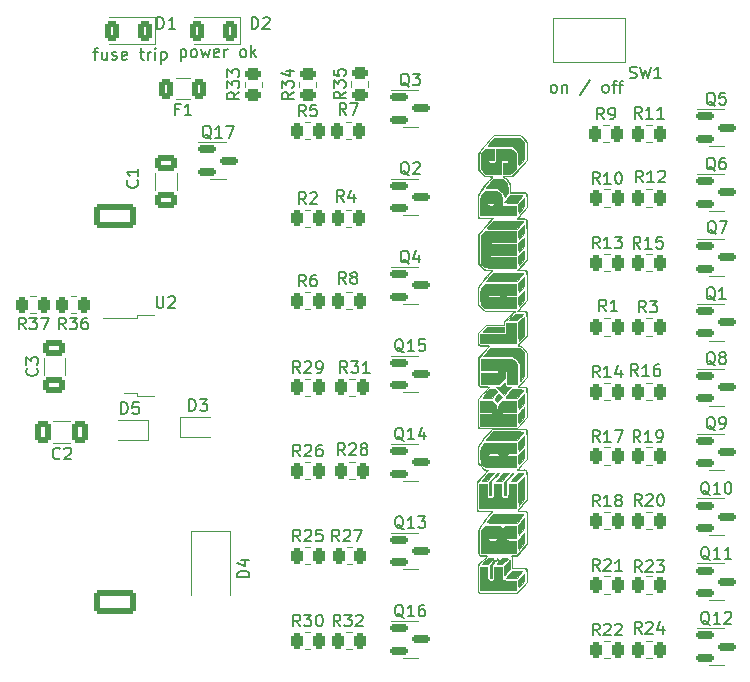
<source format=gbr>
%TF.GenerationSoftware,KiCad,Pcbnew,(6.0.10)*%
%TF.CreationDate,2023-03-15T17:39:42-04:00*%
%TF.ProjectId,pwm_pcb,70776d5f-7063-4622-9e6b-696361645f70,rev?*%
%TF.SameCoordinates,Original*%
%TF.FileFunction,Legend,Top*%
%TF.FilePolarity,Positive*%
%FSLAX46Y46*%
G04 Gerber Fmt 4.6, Leading zero omitted, Abs format (unit mm)*
G04 Created by KiCad (PCBNEW (6.0.10)) date 2023-03-15 17:39:42*
%MOMM*%
%LPD*%
G01*
G04 APERTURE LIST*
G04 Aperture macros list*
%AMRoundRect*
0 Rectangle with rounded corners*
0 $1 Rounding radius*
0 $2 $3 $4 $5 $6 $7 $8 $9 X,Y pos of 4 corners*
0 Add a 4 corners polygon primitive as box body*
4,1,4,$2,$3,$4,$5,$6,$7,$8,$9,$2,$3,0*
0 Add four circle primitives for the rounded corners*
1,1,$1+$1,$2,$3*
1,1,$1+$1,$4,$5*
1,1,$1+$1,$6,$7*
1,1,$1+$1,$8,$9*
0 Add four rect primitives between the rounded corners*
20,1,$1+$1,$2,$3,$4,$5,0*
20,1,$1+$1,$4,$5,$6,$7,0*
20,1,$1+$1,$6,$7,$8,$9,0*
20,1,$1+$1,$8,$9,$2,$3,0*%
G04 Aperture macros list end*
%ADD10C,0.150000*%
%ADD11C,0.120000*%
%ADD12C,0.010000*%
%ADD13RoundRect,0.250000X0.375000X0.625000X-0.375000X0.625000X-0.375000X-0.625000X0.375000X-0.625000X0*%
%ADD14C,3.200000*%
%ADD15RoundRect,0.250000X-0.262500X-0.450000X0.262500X-0.450000X0.262500X0.450000X-0.262500X0.450000X0*%
%ADD16RoundRect,0.250000X0.412500X0.650000X-0.412500X0.650000X-0.412500X-0.650000X0.412500X-0.650000X0*%
%ADD17RoundRect,0.250000X0.262500X0.450000X-0.262500X0.450000X-0.262500X-0.450000X0.262500X-0.450000X0*%
%ADD18RoundRect,0.250000X0.450000X-0.262500X0.450000X0.262500X-0.450000X0.262500X-0.450000X-0.262500X0*%
%ADD19RoundRect,0.150000X-0.587500X-0.150000X0.587500X-0.150000X0.587500X0.150000X-0.587500X0.150000X0*%
%ADD20R,0.600000X0.450000*%
%ADD21RoundRect,0.250000X0.650000X-0.412500X0.650000X0.412500X-0.650000X0.412500X-0.650000X-0.412500X0*%
%ADD22R,1.800000X2.500000*%
%ADD23R,2.200000X1.200000*%
%ADD24R,6.400000X5.800000*%
%ADD25R,1.500000X1.500000*%
%ADD26R,1.700000X1.700000*%
%ADD27O,1.700000X1.700000*%
%ADD28O,3.600000X2.080000*%
%ADD29RoundRect,0.249999X1.550001X-0.790001X1.550001X0.790001X-1.550001X0.790001X-1.550001X-0.790001X0*%
%ADD30R,1.524000X1.524000*%
%ADD31C,1.524000*%
G04 APERTURE END LIST*
D10*
X134966666Y-58252380D02*
X134871428Y-58204761D01*
X134823809Y-58157142D01*
X134776190Y-58061904D01*
X134776190Y-57776190D01*
X134823809Y-57680952D01*
X134871428Y-57633333D01*
X134966666Y-57585714D01*
X135109523Y-57585714D01*
X135204761Y-57633333D01*
X135252380Y-57680952D01*
X135300000Y-57776190D01*
X135300000Y-58061904D01*
X135252380Y-58157142D01*
X135204761Y-58204761D01*
X135109523Y-58252380D01*
X134966666Y-58252380D01*
X135728571Y-57585714D02*
X135728571Y-58252380D01*
X135728571Y-57680952D02*
X135776190Y-57633333D01*
X135871428Y-57585714D01*
X136014285Y-57585714D01*
X136109523Y-57633333D01*
X136157142Y-57728571D01*
X136157142Y-58252380D01*
X138109523Y-57204761D02*
X137252380Y-58490476D01*
X139347619Y-58252380D02*
X139252380Y-58204761D01*
X139204761Y-58157142D01*
X139157142Y-58061904D01*
X139157142Y-57776190D01*
X139204761Y-57680952D01*
X139252380Y-57633333D01*
X139347619Y-57585714D01*
X139490476Y-57585714D01*
X139585714Y-57633333D01*
X139633333Y-57680952D01*
X139680952Y-57776190D01*
X139680952Y-58061904D01*
X139633333Y-58157142D01*
X139585714Y-58204761D01*
X139490476Y-58252380D01*
X139347619Y-58252380D01*
X139966666Y-57585714D02*
X140347619Y-57585714D01*
X140109523Y-58252380D02*
X140109523Y-57395238D01*
X140157142Y-57300000D01*
X140252380Y-57252380D01*
X140347619Y-57252380D01*
X140538095Y-57585714D02*
X140919047Y-57585714D01*
X140680952Y-58252380D02*
X140680952Y-57395238D01*
X140728571Y-57300000D01*
X140823809Y-57252380D01*
X140919047Y-57252380D01*
X96057142Y-54785714D02*
X96438095Y-54785714D01*
X96200000Y-55452380D02*
X96200000Y-54595238D01*
X96247619Y-54500000D01*
X96342857Y-54452380D01*
X96438095Y-54452380D01*
X97200000Y-54785714D02*
X97200000Y-55452380D01*
X96771428Y-54785714D02*
X96771428Y-55309523D01*
X96819047Y-55404761D01*
X96914285Y-55452380D01*
X97057142Y-55452380D01*
X97152380Y-55404761D01*
X97200000Y-55357142D01*
X97628571Y-55404761D02*
X97723809Y-55452380D01*
X97914285Y-55452380D01*
X98009523Y-55404761D01*
X98057142Y-55309523D01*
X98057142Y-55261904D01*
X98009523Y-55166666D01*
X97914285Y-55119047D01*
X97771428Y-55119047D01*
X97676190Y-55071428D01*
X97628571Y-54976190D01*
X97628571Y-54928571D01*
X97676190Y-54833333D01*
X97771428Y-54785714D01*
X97914285Y-54785714D01*
X98009523Y-54833333D01*
X98866666Y-55404761D02*
X98771428Y-55452380D01*
X98580952Y-55452380D01*
X98485714Y-55404761D01*
X98438095Y-55309523D01*
X98438095Y-54928571D01*
X98485714Y-54833333D01*
X98580952Y-54785714D01*
X98771428Y-54785714D01*
X98866666Y-54833333D01*
X98914285Y-54928571D01*
X98914285Y-55023809D01*
X98438095Y-55119047D01*
X99961904Y-54785714D02*
X100342857Y-54785714D01*
X100104761Y-54452380D02*
X100104761Y-55309523D01*
X100152380Y-55404761D01*
X100247619Y-55452380D01*
X100342857Y-55452380D01*
X100676190Y-55452380D02*
X100676190Y-54785714D01*
X100676190Y-54976190D02*
X100723809Y-54880952D01*
X100771428Y-54833333D01*
X100866666Y-54785714D01*
X100961904Y-54785714D01*
X101295238Y-55452380D02*
X101295238Y-54785714D01*
X101295238Y-54452380D02*
X101247619Y-54500000D01*
X101295238Y-54547619D01*
X101342857Y-54500000D01*
X101295238Y-54452380D01*
X101295238Y-54547619D01*
X101771428Y-54785714D02*
X101771428Y-55785714D01*
X101771428Y-54833333D02*
X101866666Y-54785714D01*
X102057142Y-54785714D01*
X102152380Y-54833333D01*
X102200000Y-54880952D01*
X102247619Y-54976190D01*
X102247619Y-55261904D01*
X102200000Y-55357142D01*
X102152380Y-55404761D01*
X102057142Y-55452380D01*
X101866666Y-55452380D01*
X101771428Y-55404761D01*
X103433333Y-54585714D02*
X103433333Y-55585714D01*
X103433333Y-54633333D02*
X103528571Y-54585714D01*
X103719047Y-54585714D01*
X103814285Y-54633333D01*
X103861904Y-54680952D01*
X103909523Y-54776190D01*
X103909523Y-55061904D01*
X103861904Y-55157142D01*
X103814285Y-55204761D01*
X103719047Y-55252380D01*
X103528571Y-55252380D01*
X103433333Y-55204761D01*
X104480952Y-55252380D02*
X104385714Y-55204761D01*
X104338095Y-55157142D01*
X104290476Y-55061904D01*
X104290476Y-54776190D01*
X104338095Y-54680952D01*
X104385714Y-54633333D01*
X104480952Y-54585714D01*
X104623809Y-54585714D01*
X104719047Y-54633333D01*
X104766666Y-54680952D01*
X104814285Y-54776190D01*
X104814285Y-55061904D01*
X104766666Y-55157142D01*
X104719047Y-55204761D01*
X104623809Y-55252380D01*
X104480952Y-55252380D01*
X105147619Y-54585714D02*
X105338095Y-55252380D01*
X105528571Y-54776190D01*
X105719047Y-55252380D01*
X105909523Y-54585714D01*
X106671428Y-55204761D02*
X106576190Y-55252380D01*
X106385714Y-55252380D01*
X106290476Y-55204761D01*
X106242857Y-55109523D01*
X106242857Y-54728571D01*
X106290476Y-54633333D01*
X106385714Y-54585714D01*
X106576190Y-54585714D01*
X106671428Y-54633333D01*
X106719047Y-54728571D01*
X106719047Y-54823809D01*
X106242857Y-54919047D01*
X107147619Y-55252380D02*
X107147619Y-54585714D01*
X107147619Y-54776190D02*
X107195238Y-54680952D01*
X107242857Y-54633333D01*
X107338095Y-54585714D01*
X107433333Y-54585714D01*
X108671428Y-55252380D02*
X108576190Y-55204761D01*
X108528571Y-55157142D01*
X108480952Y-55061904D01*
X108480952Y-54776190D01*
X108528571Y-54680952D01*
X108576190Y-54633333D01*
X108671428Y-54585714D01*
X108814285Y-54585714D01*
X108909523Y-54633333D01*
X108957142Y-54680952D01*
X109004761Y-54776190D01*
X109004761Y-55061904D01*
X108957142Y-55157142D01*
X108909523Y-55204761D01*
X108814285Y-55252380D01*
X108671428Y-55252380D01*
X109433333Y-55252380D02*
X109433333Y-54252380D01*
X109528571Y-54871428D02*
X109814285Y-55252380D01*
X109814285Y-54585714D02*
X109433333Y-54966666D01*
%TO.C,F1*%
X103298666Y-59660571D02*
X102965333Y-59660571D01*
X102965333Y-60184380D02*
X102965333Y-59184380D01*
X103441523Y-59184380D01*
X104346285Y-60184380D02*
X103774857Y-60184380D01*
X104060571Y-60184380D02*
X104060571Y-59184380D01*
X103965333Y-59327238D01*
X103870095Y-59422476D01*
X103774857Y-59470095D01*
%TO.C,R13*%
X138906642Y-71446380D02*
X138573309Y-70970190D01*
X138335214Y-71446380D02*
X138335214Y-70446380D01*
X138716166Y-70446380D01*
X138811404Y-70494000D01*
X138859023Y-70541619D01*
X138906642Y-70636857D01*
X138906642Y-70779714D01*
X138859023Y-70874952D01*
X138811404Y-70922571D01*
X138716166Y-70970190D01*
X138335214Y-70970190D01*
X139859023Y-71446380D02*
X139287595Y-71446380D01*
X139573309Y-71446380D02*
X139573309Y-70446380D01*
X139478071Y-70589238D01*
X139382833Y-70684476D01*
X139287595Y-70732095D01*
X140192357Y-70446380D02*
X140811404Y-70446380D01*
X140478071Y-70827333D01*
X140620928Y-70827333D01*
X140716166Y-70874952D01*
X140763785Y-70922571D01*
X140811404Y-71017809D01*
X140811404Y-71255904D01*
X140763785Y-71351142D01*
X140716166Y-71398761D01*
X140620928Y-71446380D01*
X140335214Y-71446380D01*
X140239976Y-71398761D01*
X140192357Y-71351142D01*
%TO.C,C2*%
X93220833Y-89207142D02*
X93173214Y-89254761D01*
X93030357Y-89302380D01*
X92935119Y-89302380D01*
X92792261Y-89254761D01*
X92697023Y-89159523D01*
X92649404Y-89064285D01*
X92601785Y-88873809D01*
X92601785Y-88730952D01*
X92649404Y-88540476D01*
X92697023Y-88445238D01*
X92792261Y-88350000D01*
X92935119Y-88302380D01*
X93030357Y-88302380D01*
X93173214Y-88350000D01*
X93220833Y-88397619D01*
X93601785Y-88397619D02*
X93649404Y-88350000D01*
X93744642Y-88302380D01*
X93982738Y-88302380D01*
X94077976Y-88350000D01*
X94125595Y-88397619D01*
X94173214Y-88492857D01*
X94173214Y-88588095D01*
X94125595Y-88730952D01*
X93554166Y-89302380D01*
X94173214Y-89302380D01*
%TO.C,R26*%
X113561142Y-89057080D02*
X113227809Y-88580890D01*
X112989714Y-89057080D02*
X112989714Y-88057080D01*
X113370666Y-88057080D01*
X113465904Y-88104700D01*
X113513523Y-88152319D01*
X113561142Y-88247557D01*
X113561142Y-88390414D01*
X113513523Y-88485652D01*
X113465904Y-88533271D01*
X113370666Y-88580890D01*
X112989714Y-88580890D01*
X113942095Y-88152319D02*
X113989714Y-88104700D01*
X114084952Y-88057080D01*
X114323047Y-88057080D01*
X114418285Y-88104700D01*
X114465904Y-88152319D01*
X114513523Y-88247557D01*
X114513523Y-88342795D01*
X114465904Y-88485652D01*
X113894476Y-89057080D01*
X114513523Y-89057080D01*
X115370666Y-88057080D02*
X115180190Y-88057080D01*
X115084952Y-88104700D01*
X115037333Y-88152319D01*
X114942095Y-88295176D01*
X114894476Y-88485652D01*
X114894476Y-88866604D01*
X114942095Y-88961842D01*
X114989714Y-89009461D01*
X115084952Y-89057080D01*
X115275428Y-89057080D01*
X115370666Y-89009461D01*
X115418285Y-88961842D01*
X115465904Y-88866604D01*
X115465904Y-88628509D01*
X115418285Y-88533271D01*
X115370666Y-88485652D01*
X115275428Y-88438033D01*
X115084952Y-88438033D01*
X114989714Y-88485652D01*
X114942095Y-88533271D01*
X114894476Y-88628509D01*
%TO.C,R12*%
X142557142Y-65852380D02*
X142223809Y-65376190D01*
X141985714Y-65852380D02*
X141985714Y-64852380D01*
X142366666Y-64852380D01*
X142461904Y-64900000D01*
X142509523Y-64947619D01*
X142557142Y-65042857D01*
X142557142Y-65185714D01*
X142509523Y-65280952D01*
X142461904Y-65328571D01*
X142366666Y-65376190D01*
X141985714Y-65376190D01*
X143509523Y-65852380D02*
X142938095Y-65852380D01*
X143223809Y-65852380D02*
X143223809Y-64852380D01*
X143128571Y-64995238D01*
X143033333Y-65090476D01*
X142938095Y-65138095D01*
X143890476Y-64947619D02*
X143938095Y-64900000D01*
X144033333Y-64852380D01*
X144271428Y-64852380D01*
X144366666Y-64900000D01*
X144414285Y-64947619D01*
X144461904Y-65042857D01*
X144461904Y-65138095D01*
X144414285Y-65280952D01*
X143842857Y-65852380D01*
X144461904Y-65852380D01*
%TO.C,R7*%
X117466333Y-60142380D02*
X117133000Y-59666190D01*
X116894904Y-60142380D02*
X116894904Y-59142380D01*
X117275857Y-59142380D01*
X117371095Y-59190000D01*
X117418714Y-59237619D01*
X117466333Y-59332857D01*
X117466333Y-59475714D01*
X117418714Y-59570952D01*
X117371095Y-59618571D01*
X117275857Y-59666190D01*
X116894904Y-59666190D01*
X117799666Y-59142380D02*
X118466333Y-59142380D01*
X118037761Y-60142380D01*
%TO.C,R30*%
X113561142Y-103450380D02*
X113227809Y-102974190D01*
X112989714Y-103450380D02*
X112989714Y-102450380D01*
X113370666Y-102450380D01*
X113465904Y-102498000D01*
X113513523Y-102545619D01*
X113561142Y-102640857D01*
X113561142Y-102783714D01*
X113513523Y-102878952D01*
X113465904Y-102926571D01*
X113370666Y-102974190D01*
X112989714Y-102974190D01*
X113894476Y-102450380D02*
X114513523Y-102450380D01*
X114180190Y-102831333D01*
X114323047Y-102831333D01*
X114418285Y-102878952D01*
X114465904Y-102926571D01*
X114513523Y-103021809D01*
X114513523Y-103259904D01*
X114465904Y-103355142D01*
X114418285Y-103402761D01*
X114323047Y-103450380D01*
X114037333Y-103450380D01*
X113942095Y-103402761D01*
X113894476Y-103355142D01*
X115132571Y-102450380D02*
X115227809Y-102450380D01*
X115323047Y-102498000D01*
X115370666Y-102545619D01*
X115418285Y-102640857D01*
X115465904Y-102831333D01*
X115465904Y-103069428D01*
X115418285Y-103259904D01*
X115370666Y-103355142D01*
X115323047Y-103402761D01*
X115227809Y-103450380D01*
X115132571Y-103450380D01*
X115037333Y-103402761D01*
X114989714Y-103355142D01*
X114942095Y-103259904D01*
X114894476Y-103069428D01*
X114894476Y-102831333D01*
X114942095Y-102640857D01*
X114989714Y-102545619D01*
X115037333Y-102498000D01*
X115132571Y-102450380D01*
%TO.C,R17*%
X138906642Y-87829380D02*
X138573309Y-87353190D01*
X138335214Y-87829380D02*
X138335214Y-86829380D01*
X138716166Y-86829380D01*
X138811404Y-86877000D01*
X138859023Y-86924619D01*
X138906642Y-87019857D01*
X138906642Y-87162714D01*
X138859023Y-87257952D01*
X138811404Y-87305571D01*
X138716166Y-87353190D01*
X138335214Y-87353190D01*
X139859023Y-87829380D02*
X139287595Y-87829380D01*
X139573309Y-87829380D02*
X139573309Y-86829380D01*
X139478071Y-86972238D01*
X139382833Y-87067476D01*
X139287595Y-87115095D01*
X140192357Y-86829380D02*
X140859023Y-86829380D01*
X140430452Y-87829380D01*
%TO.C,R35*%
X117402380Y-58173857D02*
X116926190Y-58507190D01*
X117402380Y-58745285D02*
X116402380Y-58745285D01*
X116402380Y-58364333D01*
X116450000Y-58269095D01*
X116497619Y-58221476D01*
X116592857Y-58173857D01*
X116735714Y-58173857D01*
X116830952Y-58221476D01*
X116878571Y-58269095D01*
X116926190Y-58364333D01*
X116926190Y-58745285D01*
X116402380Y-57840523D02*
X116402380Y-57221476D01*
X116783333Y-57554809D01*
X116783333Y-57411952D01*
X116830952Y-57316714D01*
X116878571Y-57269095D01*
X116973809Y-57221476D01*
X117211904Y-57221476D01*
X117307142Y-57269095D01*
X117354761Y-57316714D01*
X117402380Y-57411952D01*
X117402380Y-57697666D01*
X117354761Y-57792904D01*
X117307142Y-57840523D01*
X116402380Y-56316714D02*
X116402380Y-56792904D01*
X116878571Y-56840523D01*
X116830952Y-56792904D01*
X116783333Y-56697666D01*
X116783333Y-56459571D01*
X116830952Y-56364333D01*
X116878571Y-56316714D01*
X116973809Y-56269095D01*
X117211904Y-56269095D01*
X117307142Y-56316714D01*
X117354761Y-56364333D01*
X117402380Y-56459571D01*
X117402380Y-56697666D01*
X117354761Y-56792904D01*
X117307142Y-56840523D01*
%TO.C,R25*%
X113561142Y-96253680D02*
X113227809Y-95777490D01*
X112989714Y-96253680D02*
X112989714Y-95253680D01*
X113370666Y-95253680D01*
X113465904Y-95301300D01*
X113513523Y-95348919D01*
X113561142Y-95444157D01*
X113561142Y-95587014D01*
X113513523Y-95682252D01*
X113465904Y-95729871D01*
X113370666Y-95777490D01*
X112989714Y-95777490D01*
X113942095Y-95348919D02*
X113989714Y-95301300D01*
X114084952Y-95253680D01*
X114323047Y-95253680D01*
X114418285Y-95301300D01*
X114465904Y-95348919D01*
X114513523Y-95444157D01*
X114513523Y-95539395D01*
X114465904Y-95682252D01*
X113894476Y-96253680D01*
X114513523Y-96253680D01*
X115418285Y-95253680D02*
X114942095Y-95253680D01*
X114894476Y-95729871D01*
X114942095Y-95682252D01*
X115037333Y-95634633D01*
X115275428Y-95634633D01*
X115370666Y-95682252D01*
X115418285Y-95729871D01*
X115465904Y-95825109D01*
X115465904Y-96063204D01*
X115418285Y-96158442D01*
X115370666Y-96206061D01*
X115275428Y-96253680D01*
X115037333Y-96253680D01*
X114942095Y-96206061D01*
X114894476Y-96158442D01*
%TO.C,Q1*%
X148700261Y-75839819D02*
X148605023Y-75792200D01*
X148509785Y-75696961D01*
X148366928Y-75554104D01*
X148271690Y-75506485D01*
X148176452Y-75506485D01*
X148224071Y-75744580D02*
X148128833Y-75696961D01*
X148033595Y-75601723D01*
X147985976Y-75411247D01*
X147985976Y-75077914D01*
X148033595Y-74887438D01*
X148128833Y-74792200D01*
X148224071Y-74744580D01*
X148414547Y-74744580D01*
X148509785Y-74792200D01*
X148605023Y-74887438D01*
X148652642Y-75077914D01*
X148652642Y-75411247D01*
X148605023Y-75601723D01*
X148509785Y-75696961D01*
X148414547Y-75744580D01*
X148224071Y-75744580D01*
X149605023Y-75744580D02*
X149033595Y-75744580D01*
X149319309Y-75744580D02*
X149319309Y-74744580D01*
X149224071Y-74887438D01*
X149128833Y-74982676D01*
X149033595Y-75030295D01*
%TO.C,R11*%
X142462642Y-60452380D02*
X142129309Y-59976190D01*
X141891214Y-60452380D02*
X141891214Y-59452380D01*
X142272166Y-59452380D01*
X142367404Y-59500000D01*
X142415023Y-59547619D01*
X142462642Y-59642857D01*
X142462642Y-59785714D01*
X142415023Y-59880952D01*
X142367404Y-59928571D01*
X142272166Y-59976190D01*
X141891214Y-59976190D01*
X143415023Y-60452380D02*
X142843595Y-60452380D01*
X143129309Y-60452380D02*
X143129309Y-59452380D01*
X143034071Y-59595238D01*
X142938833Y-59690476D01*
X142843595Y-59738095D01*
X144367404Y-60452380D02*
X143795976Y-60452380D01*
X144081690Y-60452380D02*
X144081690Y-59452380D01*
X143986452Y-59595238D01*
X143891214Y-59690476D01*
X143795976Y-59738095D01*
%TO.C,D3*%
X104161904Y-85202380D02*
X104161904Y-84202380D01*
X104400000Y-84202380D01*
X104542857Y-84250000D01*
X104638095Y-84345238D01*
X104685714Y-84440476D01*
X104733333Y-84630952D01*
X104733333Y-84773809D01*
X104685714Y-84964285D01*
X104638095Y-85059523D01*
X104542857Y-85154761D01*
X104400000Y-85202380D01*
X104161904Y-85202380D01*
X105066666Y-84202380D02*
X105685714Y-84202380D01*
X105352380Y-84583333D01*
X105495238Y-84583333D01*
X105590476Y-84630952D01*
X105638095Y-84678571D01*
X105685714Y-84773809D01*
X105685714Y-85011904D01*
X105638095Y-85107142D01*
X105590476Y-85154761D01*
X105495238Y-85202380D01*
X105209523Y-85202380D01*
X105114285Y-85154761D01*
X105066666Y-85107142D01*
%TO.C,C1*%
X99763142Y-65674166D02*
X99810761Y-65721785D01*
X99858380Y-65864642D01*
X99858380Y-65959880D01*
X99810761Y-66102738D01*
X99715523Y-66197976D01*
X99620285Y-66245595D01*
X99429809Y-66293214D01*
X99286952Y-66293214D01*
X99096476Y-66245595D01*
X99001238Y-66197976D01*
X98906000Y-66102738D01*
X98858380Y-65959880D01*
X98858380Y-65864642D01*
X98906000Y-65721785D01*
X98953619Y-65674166D01*
X99858380Y-64721785D02*
X99858380Y-65293214D01*
X99858380Y-65007500D02*
X98858380Y-65007500D01*
X99001238Y-65102738D01*
X99096476Y-65197976D01*
X99144095Y-65293214D01*
%TO.C,Q17*%
X106028571Y-62147619D02*
X105933333Y-62100000D01*
X105838095Y-62004761D01*
X105695238Y-61861904D01*
X105600000Y-61814285D01*
X105504761Y-61814285D01*
X105552380Y-62052380D02*
X105457142Y-62004761D01*
X105361904Y-61909523D01*
X105314285Y-61719047D01*
X105314285Y-61385714D01*
X105361904Y-61195238D01*
X105457142Y-61100000D01*
X105552380Y-61052380D01*
X105742857Y-61052380D01*
X105838095Y-61100000D01*
X105933333Y-61195238D01*
X105980952Y-61385714D01*
X105980952Y-61719047D01*
X105933333Y-61909523D01*
X105838095Y-62004761D01*
X105742857Y-62052380D01*
X105552380Y-62052380D01*
X106933333Y-62052380D02*
X106361904Y-62052380D01*
X106647619Y-62052380D02*
X106647619Y-61052380D01*
X106552380Y-61195238D01*
X106457142Y-61290476D01*
X106361904Y-61338095D01*
X107266666Y-61052380D02*
X107933333Y-61052380D01*
X107504761Y-62052380D01*
%TO.C,R14*%
X138906642Y-82368380D02*
X138573309Y-81892190D01*
X138335214Y-82368380D02*
X138335214Y-81368380D01*
X138716166Y-81368380D01*
X138811404Y-81416000D01*
X138859023Y-81463619D01*
X138906642Y-81558857D01*
X138906642Y-81701714D01*
X138859023Y-81796952D01*
X138811404Y-81844571D01*
X138716166Y-81892190D01*
X138335214Y-81892190D01*
X139859023Y-82368380D02*
X139287595Y-82368380D01*
X139573309Y-82368380D02*
X139573309Y-81368380D01*
X139478071Y-81511238D01*
X139382833Y-81606476D01*
X139287595Y-81654095D01*
X140716166Y-81701714D02*
X140716166Y-82368380D01*
X140478071Y-81320761D02*
X140239976Y-82035047D01*
X140859023Y-82035047D01*
%TO.C,R37*%
X90307142Y-78302380D02*
X89973809Y-77826190D01*
X89735714Y-78302380D02*
X89735714Y-77302380D01*
X90116666Y-77302380D01*
X90211904Y-77350000D01*
X90259523Y-77397619D01*
X90307142Y-77492857D01*
X90307142Y-77635714D01*
X90259523Y-77730952D01*
X90211904Y-77778571D01*
X90116666Y-77826190D01*
X89735714Y-77826190D01*
X90640476Y-77302380D02*
X91259523Y-77302380D01*
X90926190Y-77683333D01*
X91069047Y-77683333D01*
X91164285Y-77730952D01*
X91211904Y-77778571D01*
X91259523Y-77873809D01*
X91259523Y-78111904D01*
X91211904Y-78207142D01*
X91164285Y-78254761D01*
X91069047Y-78302380D01*
X90783333Y-78302380D01*
X90688095Y-78254761D01*
X90640476Y-78207142D01*
X91592857Y-77302380D02*
X92259523Y-77302380D01*
X91830952Y-78302380D01*
%TO.C,R36*%
X93707142Y-78302380D02*
X93373809Y-77826190D01*
X93135714Y-78302380D02*
X93135714Y-77302380D01*
X93516666Y-77302380D01*
X93611904Y-77350000D01*
X93659523Y-77397619D01*
X93707142Y-77492857D01*
X93707142Y-77635714D01*
X93659523Y-77730952D01*
X93611904Y-77778571D01*
X93516666Y-77826190D01*
X93135714Y-77826190D01*
X94040476Y-77302380D02*
X94659523Y-77302380D01*
X94326190Y-77683333D01*
X94469047Y-77683333D01*
X94564285Y-77730952D01*
X94611904Y-77778571D01*
X94659523Y-77873809D01*
X94659523Y-78111904D01*
X94611904Y-78207142D01*
X94564285Y-78254761D01*
X94469047Y-78302380D01*
X94183333Y-78302380D01*
X94088095Y-78254761D01*
X94040476Y-78207142D01*
X95516666Y-77302380D02*
X95326190Y-77302380D01*
X95230952Y-77350000D01*
X95183333Y-77397619D01*
X95088095Y-77540476D01*
X95040476Y-77730952D01*
X95040476Y-78111904D01*
X95088095Y-78207142D01*
X95135714Y-78254761D01*
X95230952Y-78302380D01*
X95421428Y-78302380D01*
X95516666Y-78254761D01*
X95564285Y-78207142D01*
X95611904Y-78111904D01*
X95611904Y-77873809D01*
X95564285Y-77778571D01*
X95516666Y-77730952D01*
X95421428Y-77683333D01*
X95230952Y-77683333D01*
X95135714Y-77730952D01*
X95088095Y-77778571D01*
X95040476Y-77873809D01*
%TO.C,R29*%
X113561142Y-81997880D02*
X113227809Y-81521690D01*
X112989714Y-81997880D02*
X112989714Y-80997880D01*
X113370666Y-80997880D01*
X113465904Y-81045500D01*
X113513523Y-81093119D01*
X113561142Y-81188357D01*
X113561142Y-81331214D01*
X113513523Y-81426452D01*
X113465904Y-81474071D01*
X113370666Y-81521690D01*
X112989714Y-81521690D01*
X113942095Y-81093119D02*
X113989714Y-81045500D01*
X114084952Y-80997880D01*
X114323047Y-80997880D01*
X114418285Y-81045500D01*
X114465904Y-81093119D01*
X114513523Y-81188357D01*
X114513523Y-81283595D01*
X114465904Y-81426452D01*
X113894476Y-81997880D01*
X114513523Y-81997880D01*
X114989714Y-81997880D02*
X115180190Y-81997880D01*
X115275428Y-81950261D01*
X115323047Y-81902642D01*
X115418285Y-81759785D01*
X115465904Y-81569309D01*
X115465904Y-81188357D01*
X115418285Y-81093119D01*
X115370666Y-81045500D01*
X115275428Y-80997880D01*
X115084952Y-80997880D01*
X114989714Y-81045500D01*
X114942095Y-81093119D01*
X114894476Y-81188357D01*
X114894476Y-81426452D01*
X114942095Y-81521690D01*
X114989714Y-81569309D01*
X115084952Y-81616928D01*
X115275428Y-81616928D01*
X115370666Y-81569309D01*
X115418285Y-81521690D01*
X115465904Y-81426452D01*
%TO.C,Q15*%
X122316071Y-80217619D02*
X122220833Y-80170000D01*
X122125595Y-80074761D01*
X121982738Y-79931904D01*
X121887500Y-79884285D01*
X121792261Y-79884285D01*
X121839880Y-80122380D02*
X121744642Y-80074761D01*
X121649404Y-79979523D01*
X121601785Y-79789047D01*
X121601785Y-79455714D01*
X121649404Y-79265238D01*
X121744642Y-79170000D01*
X121839880Y-79122380D01*
X122030357Y-79122380D01*
X122125595Y-79170000D01*
X122220833Y-79265238D01*
X122268452Y-79455714D01*
X122268452Y-79789047D01*
X122220833Y-79979523D01*
X122125595Y-80074761D01*
X122030357Y-80122380D01*
X121839880Y-80122380D01*
X123220833Y-80122380D02*
X122649404Y-80122380D01*
X122935119Y-80122380D02*
X122935119Y-79122380D01*
X122839880Y-79265238D01*
X122744642Y-79360476D01*
X122649404Y-79408095D01*
X124125595Y-79122380D02*
X123649404Y-79122380D01*
X123601785Y-79598571D01*
X123649404Y-79550952D01*
X123744642Y-79503333D01*
X123982738Y-79503333D01*
X124077976Y-79550952D01*
X124125595Y-79598571D01*
X124173214Y-79693809D01*
X124173214Y-79931904D01*
X124125595Y-80027142D01*
X124077976Y-80074761D01*
X123982738Y-80122380D01*
X123744642Y-80122380D01*
X123649404Y-80074761D01*
X123601785Y-80027142D01*
%TO.C,D5*%
X98411904Y-85452380D02*
X98411904Y-84452380D01*
X98650000Y-84452380D01*
X98792857Y-84500000D01*
X98888095Y-84595238D01*
X98935714Y-84690476D01*
X98983333Y-84880952D01*
X98983333Y-85023809D01*
X98935714Y-85214285D01*
X98888095Y-85309523D01*
X98792857Y-85404761D01*
X98650000Y-85452380D01*
X98411904Y-85452380D01*
X99888095Y-84452380D02*
X99411904Y-84452380D01*
X99364285Y-84928571D01*
X99411904Y-84880952D01*
X99507142Y-84833333D01*
X99745238Y-84833333D01*
X99840476Y-84880952D01*
X99888095Y-84928571D01*
X99935714Y-85023809D01*
X99935714Y-85261904D01*
X99888095Y-85357142D01*
X99840476Y-85404761D01*
X99745238Y-85452380D01*
X99507142Y-85452380D01*
X99411904Y-85404761D01*
X99364285Y-85357142D01*
%TO.C,R8*%
X117435333Y-74437014D02*
X117102000Y-73960824D01*
X116863904Y-74437014D02*
X116863904Y-73437014D01*
X117244857Y-73437014D01*
X117340095Y-73484634D01*
X117387714Y-73532253D01*
X117435333Y-73627491D01*
X117435333Y-73770348D01*
X117387714Y-73865586D01*
X117340095Y-73913205D01*
X117244857Y-73960824D01*
X116863904Y-73960824D01*
X118006761Y-73865586D02*
X117911523Y-73817967D01*
X117863904Y-73770348D01*
X117816285Y-73675110D01*
X117816285Y-73627491D01*
X117863904Y-73532253D01*
X117911523Y-73484634D01*
X118006761Y-73437014D01*
X118197238Y-73437014D01*
X118292476Y-73484634D01*
X118340095Y-73532253D01*
X118387714Y-73627491D01*
X118387714Y-73675110D01*
X118340095Y-73770348D01*
X118292476Y-73817967D01*
X118197238Y-73865586D01*
X118006761Y-73865586D01*
X117911523Y-73913205D01*
X117863904Y-73960824D01*
X117816285Y-74056062D01*
X117816285Y-74246538D01*
X117863904Y-74341776D01*
X117911523Y-74389395D01*
X118006761Y-74437014D01*
X118197238Y-74437014D01*
X118292476Y-74389395D01*
X118340095Y-74341776D01*
X118387714Y-74246538D01*
X118387714Y-74056062D01*
X118340095Y-73960824D01*
X118292476Y-73913205D01*
X118197238Y-73865586D01*
%TO.C,Q16*%
X122316071Y-102696619D02*
X122220833Y-102649000D01*
X122125595Y-102553761D01*
X121982738Y-102410904D01*
X121887500Y-102363285D01*
X121792261Y-102363285D01*
X121839880Y-102601380D02*
X121744642Y-102553761D01*
X121649404Y-102458523D01*
X121601785Y-102268047D01*
X121601785Y-101934714D01*
X121649404Y-101744238D01*
X121744642Y-101649000D01*
X121839880Y-101601380D01*
X122030357Y-101601380D01*
X122125595Y-101649000D01*
X122220833Y-101744238D01*
X122268452Y-101934714D01*
X122268452Y-102268047D01*
X122220833Y-102458523D01*
X122125595Y-102553761D01*
X122030357Y-102601380D01*
X121839880Y-102601380D01*
X123220833Y-102601380D02*
X122649404Y-102601380D01*
X122935119Y-102601380D02*
X122935119Y-101601380D01*
X122839880Y-101744238D01*
X122744642Y-101839476D01*
X122649404Y-101887095D01*
X124077976Y-101601380D02*
X123887500Y-101601380D01*
X123792261Y-101649000D01*
X123744642Y-101696619D01*
X123649404Y-101839476D01*
X123601785Y-102029952D01*
X123601785Y-102410904D01*
X123649404Y-102506142D01*
X123697023Y-102553761D01*
X123792261Y-102601380D01*
X123982738Y-102601380D01*
X124077976Y-102553761D01*
X124125595Y-102506142D01*
X124173214Y-102410904D01*
X124173214Y-102172809D01*
X124125595Y-102077571D01*
X124077976Y-102029952D01*
X123982738Y-101982333D01*
X123792261Y-101982333D01*
X123697023Y-102029952D01*
X123649404Y-102077571D01*
X123601785Y-102172809D01*
%TO.C,Q3*%
X122792261Y-57738619D02*
X122697023Y-57691000D01*
X122601785Y-57595761D01*
X122458928Y-57452904D01*
X122363690Y-57405285D01*
X122268452Y-57405285D01*
X122316071Y-57643380D02*
X122220833Y-57595761D01*
X122125595Y-57500523D01*
X122077976Y-57310047D01*
X122077976Y-56976714D01*
X122125595Y-56786238D01*
X122220833Y-56691000D01*
X122316071Y-56643380D01*
X122506547Y-56643380D01*
X122601785Y-56691000D01*
X122697023Y-56786238D01*
X122744642Y-56976714D01*
X122744642Y-57310047D01*
X122697023Y-57500523D01*
X122601785Y-57595761D01*
X122506547Y-57643380D01*
X122316071Y-57643380D01*
X123077976Y-56643380D02*
X123697023Y-56643380D01*
X123363690Y-57024333D01*
X123506547Y-57024333D01*
X123601785Y-57071952D01*
X123649404Y-57119571D01*
X123697023Y-57214809D01*
X123697023Y-57452904D01*
X123649404Y-57548142D01*
X123601785Y-57595761D01*
X123506547Y-57643380D01*
X123220833Y-57643380D01*
X123125595Y-57595761D01*
X123077976Y-57548142D01*
%TO.C,Q9*%
X148700261Y-86825319D02*
X148605023Y-86777700D01*
X148509785Y-86682461D01*
X148366928Y-86539604D01*
X148271690Y-86491985D01*
X148176452Y-86491985D01*
X148224071Y-86730080D02*
X148128833Y-86682461D01*
X148033595Y-86587223D01*
X147985976Y-86396747D01*
X147985976Y-86063414D01*
X148033595Y-85872938D01*
X148128833Y-85777700D01*
X148224071Y-85730080D01*
X148414547Y-85730080D01*
X148509785Y-85777700D01*
X148605023Y-85872938D01*
X148652642Y-86063414D01*
X148652642Y-86396747D01*
X148605023Y-86587223D01*
X148509785Y-86682461D01*
X148414547Y-86730080D01*
X148224071Y-86730080D01*
X149128833Y-86730080D02*
X149319309Y-86730080D01*
X149414547Y-86682461D01*
X149462166Y-86634842D01*
X149557404Y-86491985D01*
X149605023Y-86301509D01*
X149605023Y-85920557D01*
X149557404Y-85825319D01*
X149509785Y-85777700D01*
X149414547Y-85730080D01*
X149224071Y-85730080D01*
X149128833Y-85777700D01*
X149081214Y-85825319D01*
X149033595Y-85920557D01*
X149033595Y-86158652D01*
X149081214Y-86253890D01*
X149128833Y-86301509D01*
X149224071Y-86349128D01*
X149414547Y-86349128D01*
X149509785Y-86301509D01*
X149557404Y-86253890D01*
X149605023Y-86158652D01*
%TO.C,Q13*%
X122316071Y-95203619D02*
X122220833Y-95156000D01*
X122125595Y-95060761D01*
X121982738Y-94917904D01*
X121887500Y-94870285D01*
X121792261Y-94870285D01*
X121839880Y-95108380D02*
X121744642Y-95060761D01*
X121649404Y-94965523D01*
X121601785Y-94775047D01*
X121601785Y-94441714D01*
X121649404Y-94251238D01*
X121744642Y-94156000D01*
X121839880Y-94108380D01*
X122030357Y-94108380D01*
X122125595Y-94156000D01*
X122220833Y-94251238D01*
X122268452Y-94441714D01*
X122268452Y-94775047D01*
X122220833Y-94965523D01*
X122125595Y-95060761D01*
X122030357Y-95108380D01*
X121839880Y-95108380D01*
X123220833Y-95108380D02*
X122649404Y-95108380D01*
X122935119Y-95108380D02*
X122935119Y-94108380D01*
X122839880Y-94251238D01*
X122744642Y-94346476D01*
X122649404Y-94394095D01*
X123554166Y-94108380D02*
X124173214Y-94108380D01*
X123839880Y-94489333D01*
X123982738Y-94489333D01*
X124077976Y-94536952D01*
X124125595Y-94584571D01*
X124173214Y-94679809D01*
X124173214Y-94917904D01*
X124125595Y-95013142D01*
X124077976Y-95060761D01*
X123982738Y-95108380D01*
X123697023Y-95108380D01*
X123601785Y-95060761D01*
X123554166Y-95013142D01*
%TO.C,R20*%
X142462642Y-93252380D02*
X142129309Y-92776190D01*
X141891214Y-93252380D02*
X141891214Y-92252380D01*
X142272166Y-92252380D01*
X142367404Y-92300000D01*
X142415023Y-92347619D01*
X142462642Y-92442857D01*
X142462642Y-92585714D01*
X142415023Y-92680952D01*
X142367404Y-92728571D01*
X142272166Y-92776190D01*
X141891214Y-92776190D01*
X142843595Y-92347619D02*
X142891214Y-92300000D01*
X142986452Y-92252380D01*
X143224547Y-92252380D01*
X143319785Y-92300000D01*
X143367404Y-92347619D01*
X143415023Y-92442857D01*
X143415023Y-92538095D01*
X143367404Y-92680952D01*
X142795976Y-93252380D01*
X143415023Y-93252380D01*
X144034071Y-92252380D02*
X144129309Y-92252380D01*
X144224547Y-92300000D01*
X144272166Y-92347619D01*
X144319785Y-92442857D01*
X144367404Y-92633333D01*
X144367404Y-92871428D01*
X144319785Y-93061904D01*
X144272166Y-93157142D01*
X144224547Y-93204761D01*
X144129309Y-93252380D01*
X144034071Y-93252380D01*
X143938833Y-93204761D01*
X143891214Y-93157142D01*
X143843595Y-93061904D01*
X143795976Y-92871428D01*
X143795976Y-92633333D01*
X143843595Y-92442857D01*
X143891214Y-92347619D01*
X143938833Y-92300000D01*
X144034071Y-92252380D01*
%TO.C,R10*%
X138906642Y-65985380D02*
X138573309Y-65509190D01*
X138335214Y-65985380D02*
X138335214Y-64985380D01*
X138716166Y-64985380D01*
X138811404Y-65033000D01*
X138859023Y-65080619D01*
X138906642Y-65175857D01*
X138906642Y-65318714D01*
X138859023Y-65413952D01*
X138811404Y-65461571D01*
X138716166Y-65509190D01*
X138335214Y-65509190D01*
X139859023Y-65985380D02*
X139287595Y-65985380D01*
X139573309Y-65985380D02*
X139573309Y-64985380D01*
X139478071Y-65128238D01*
X139382833Y-65223476D01*
X139287595Y-65271095D01*
X140478071Y-64985380D02*
X140573309Y-64985380D01*
X140668547Y-65033000D01*
X140716166Y-65080619D01*
X140763785Y-65175857D01*
X140811404Y-65366333D01*
X140811404Y-65604428D01*
X140763785Y-65794904D01*
X140716166Y-65890142D01*
X140668547Y-65937761D01*
X140573309Y-65985380D01*
X140478071Y-65985380D01*
X140382833Y-65937761D01*
X140335214Y-65890142D01*
X140287595Y-65794904D01*
X140239976Y-65604428D01*
X140239976Y-65366333D01*
X140287595Y-65175857D01*
X140335214Y-65080619D01*
X140382833Y-65033000D01*
X140478071Y-64985380D01*
%TO.C,R16*%
X142157142Y-82252380D02*
X141823809Y-81776190D01*
X141585714Y-82252380D02*
X141585714Y-81252380D01*
X141966666Y-81252380D01*
X142061904Y-81300000D01*
X142109523Y-81347619D01*
X142157142Y-81442857D01*
X142157142Y-81585714D01*
X142109523Y-81680952D01*
X142061904Y-81728571D01*
X141966666Y-81776190D01*
X141585714Y-81776190D01*
X143109523Y-82252380D02*
X142538095Y-82252380D01*
X142823809Y-82252380D02*
X142823809Y-81252380D01*
X142728571Y-81395238D01*
X142633333Y-81490476D01*
X142538095Y-81538095D01*
X143966666Y-81252380D02*
X143776190Y-81252380D01*
X143680952Y-81300000D01*
X143633333Y-81347619D01*
X143538095Y-81490476D01*
X143490476Y-81680952D01*
X143490476Y-82061904D01*
X143538095Y-82157142D01*
X143585714Y-82204761D01*
X143680952Y-82252380D01*
X143871428Y-82252380D01*
X143966666Y-82204761D01*
X144014285Y-82157142D01*
X144061904Y-82061904D01*
X144061904Y-81823809D01*
X144014285Y-81728571D01*
X143966666Y-81680952D01*
X143871428Y-81633333D01*
X143680952Y-81633333D01*
X143585714Y-81680952D01*
X143538095Y-81728571D01*
X143490476Y-81823809D01*
%TO.C,R33*%
X108402380Y-58197357D02*
X107926190Y-58530690D01*
X108402380Y-58768785D02*
X107402380Y-58768785D01*
X107402380Y-58387833D01*
X107450000Y-58292595D01*
X107497619Y-58244976D01*
X107592857Y-58197357D01*
X107735714Y-58197357D01*
X107830952Y-58244976D01*
X107878571Y-58292595D01*
X107926190Y-58387833D01*
X107926190Y-58768785D01*
X107402380Y-57864023D02*
X107402380Y-57244976D01*
X107783333Y-57578309D01*
X107783333Y-57435452D01*
X107830952Y-57340214D01*
X107878571Y-57292595D01*
X107973809Y-57244976D01*
X108211904Y-57244976D01*
X108307142Y-57292595D01*
X108354761Y-57340214D01*
X108402380Y-57435452D01*
X108402380Y-57721166D01*
X108354761Y-57816404D01*
X108307142Y-57864023D01*
X107402380Y-56911642D02*
X107402380Y-56292595D01*
X107783333Y-56625928D01*
X107783333Y-56483071D01*
X107830952Y-56387833D01*
X107878571Y-56340214D01*
X107973809Y-56292595D01*
X108211904Y-56292595D01*
X108307142Y-56340214D01*
X108354761Y-56387833D01*
X108402380Y-56483071D01*
X108402380Y-56768785D01*
X108354761Y-56864023D01*
X108307142Y-56911642D01*
%TO.C,Q12*%
X148224071Y-103303619D02*
X148128833Y-103256000D01*
X148033595Y-103160761D01*
X147890738Y-103017904D01*
X147795500Y-102970285D01*
X147700261Y-102970285D01*
X147747880Y-103208380D02*
X147652642Y-103160761D01*
X147557404Y-103065523D01*
X147509785Y-102875047D01*
X147509785Y-102541714D01*
X147557404Y-102351238D01*
X147652642Y-102256000D01*
X147747880Y-102208380D01*
X147938357Y-102208380D01*
X148033595Y-102256000D01*
X148128833Y-102351238D01*
X148176452Y-102541714D01*
X148176452Y-102875047D01*
X148128833Y-103065523D01*
X148033595Y-103160761D01*
X147938357Y-103208380D01*
X147747880Y-103208380D01*
X149128833Y-103208380D02*
X148557404Y-103208380D01*
X148843119Y-103208380D02*
X148843119Y-102208380D01*
X148747880Y-102351238D01*
X148652642Y-102446476D01*
X148557404Y-102494095D01*
X149509785Y-102303619D02*
X149557404Y-102256000D01*
X149652642Y-102208380D01*
X149890738Y-102208380D01*
X149985976Y-102256000D01*
X150033595Y-102303619D01*
X150081214Y-102398857D01*
X150081214Y-102494095D01*
X150033595Y-102636952D01*
X149462166Y-103208380D01*
X150081214Y-103208380D01*
%TO.C,R28*%
X117357142Y-88952416D02*
X117023809Y-88476226D01*
X116785714Y-88952416D02*
X116785714Y-87952416D01*
X117166666Y-87952416D01*
X117261904Y-88000036D01*
X117309523Y-88047655D01*
X117357142Y-88142893D01*
X117357142Y-88285750D01*
X117309523Y-88380988D01*
X117261904Y-88428607D01*
X117166666Y-88476226D01*
X116785714Y-88476226D01*
X117738095Y-88047655D02*
X117785714Y-88000036D01*
X117880952Y-87952416D01*
X118119047Y-87952416D01*
X118214285Y-88000036D01*
X118261904Y-88047655D01*
X118309523Y-88142893D01*
X118309523Y-88238131D01*
X118261904Y-88380988D01*
X117690476Y-88952416D01*
X118309523Y-88952416D01*
X118880952Y-88380988D02*
X118785714Y-88333369D01*
X118738095Y-88285750D01*
X118690476Y-88190512D01*
X118690476Y-88142893D01*
X118738095Y-88047655D01*
X118785714Y-88000036D01*
X118880952Y-87952416D01*
X119071428Y-87952416D01*
X119166666Y-88000036D01*
X119214285Y-88047655D01*
X119261904Y-88142893D01*
X119261904Y-88190512D01*
X119214285Y-88285750D01*
X119166666Y-88333369D01*
X119071428Y-88380988D01*
X118880952Y-88380988D01*
X118785714Y-88428607D01*
X118738095Y-88476226D01*
X118690476Y-88571464D01*
X118690476Y-88761940D01*
X118738095Y-88857178D01*
X118785714Y-88904797D01*
X118880952Y-88952416D01*
X119071428Y-88952416D01*
X119166666Y-88904797D01*
X119214285Y-88857178D01*
X119261904Y-88761940D01*
X119261904Y-88571464D01*
X119214285Y-88476226D01*
X119166666Y-88428607D01*
X119071428Y-88380988D01*
%TO.C,Q6*%
X148700261Y-64854319D02*
X148605023Y-64806700D01*
X148509785Y-64711461D01*
X148366928Y-64568604D01*
X148271690Y-64520985D01*
X148176452Y-64520985D01*
X148224071Y-64759080D02*
X148128833Y-64711461D01*
X148033595Y-64616223D01*
X147985976Y-64425747D01*
X147985976Y-64092414D01*
X148033595Y-63901938D01*
X148128833Y-63806700D01*
X148224071Y-63759080D01*
X148414547Y-63759080D01*
X148509785Y-63806700D01*
X148605023Y-63901938D01*
X148652642Y-64092414D01*
X148652642Y-64425747D01*
X148605023Y-64616223D01*
X148509785Y-64711461D01*
X148414547Y-64759080D01*
X148224071Y-64759080D01*
X149509785Y-63759080D02*
X149319309Y-63759080D01*
X149224071Y-63806700D01*
X149176452Y-63854319D01*
X149081214Y-63997176D01*
X149033595Y-64187652D01*
X149033595Y-64568604D01*
X149081214Y-64663842D01*
X149128833Y-64711461D01*
X149224071Y-64759080D01*
X149414547Y-64759080D01*
X149509785Y-64711461D01*
X149557404Y-64663842D01*
X149605023Y-64568604D01*
X149605023Y-64330509D01*
X149557404Y-64235271D01*
X149509785Y-64187652D01*
X149414547Y-64140033D01*
X149224071Y-64140033D01*
X149128833Y-64187652D01*
X149081214Y-64235271D01*
X149033595Y-64330509D01*
%TO.C,Q4*%
X122792261Y-72724619D02*
X122697023Y-72677000D01*
X122601785Y-72581761D01*
X122458928Y-72438904D01*
X122363690Y-72391285D01*
X122268452Y-72391285D01*
X122316071Y-72629380D02*
X122220833Y-72581761D01*
X122125595Y-72486523D01*
X122077976Y-72296047D01*
X122077976Y-71962714D01*
X122125595Y-71772238D01*
X122220833Y-71677000D01*
X122316071Y-71629380D01*
X122506547Y-71629380D01*
X122601785Y-71677000D01*
X122697023Y-71772238D01*
X122744642Y-71962714D01*
X122744642Y-72296047D01*
X122697023Y-72486523D01*
X122601785Y-72581761D01*
X122506547Y-72629380D01*
X122316071Y-72629380D01*
X123601785Y-71962714D02*
X123601785Y-72629380D01*
X123363690Y-71581761D02*
X123125595Y-72296047D01*
X123744642Y-72296047D01*
%TO.C,R18*%
X138906642Y-93290380D02*
X138573309Y-92814190D01*
X138335214Y-93290380D02*
X138335214Y-92290380D01*
X138716166Y-92290380D01*
X138811404Y-92338000D01*
X138859023Y-92385619D01*
X138906642Y-92480857D01*
X138906642Y-92623714D01*
X138859023Y-92718952D01*
X138811404Y-92766571D01*
X138716166Y-92814190D01*
X138335214Y-92814190D01*
X139859023Y-93290380D02*
X139287595Y-93290380D01*
X139573309Y-93290380D02*
X139573309Y-92290380D01*
X139478071Y-92433238D01*
X139382833Y-92528476D01*
X139287595Y-92576095D01*
X140430452Y-92718952D02*
X140335214Y-92671333D01*
X140287595Y-92623714D01*
X140239976Y-92528476D01*
X140239976Y-92480857D01*
X140287595Y-92385619D01*
X140335214Y-92338000D01*
X140430452Y-92290380D01*
X140620928Y-92290380D01*
X140716166Y-92338000D01*
X140763785Y-92385619D01*
X140811404Y-92480857D01*
X140811404Y-92528476D01*
X140763785Y-92623714D01*
X140716166Y-92671333D01*
X140620928Y-92718952D01*
X140430452Y-92718952D01*
X140335214Y-92766571D01*
X140287595Y-92814190D01*
X140239976Y-92909428D01*
X140239976Y-93099904D01*
X140287595Y-93195142D01*
X140335214Y-93242761D01*
X140430452Y-93290380D01*
X140620928Y-93290380D01*
X140716166Y-93242761D01*
X140763785Y-93195142D01*
X140811404Y-93099904D01*
X140811404Y-92909428D01*
X140763785Y-92814190D01*
X140716166Y-92766571D01*
X140620928Y-92718952D01*
%TO.C,D4*%
X109252380Y-99284095D02*
X108252380Y-99284095D01*
X108252380Y-99046000D01*
X108300000Y-98903142D01*
X108395238Y-98807904D01*
X108490476Y-98760285D01*
X108680952Y-98712666D01*
X108823809Y-98712666D01*
X109014285Y-98760285D01*
X109109523Y-98807904D01*
X109204761Y-98903142D01*
X109252380Y-99046000D01*
X109252380Y-99284095D01*
X108585714Y-97855523D02*
X109252380Y-97855523D01*
X108204761Y-98093619D02*
X108919047Y-98331714D01*
X108919047Y-97712666D01*
%TO.C,Q5*%
X148700261Y-59361619D02*
X148605023Y-59314000D01*
X148509785Y-59218761D01*
X148366928Y-59075904D01*
X148271690Y-59028285D01*
X148176452Y-59028285D01*
X148224071Y-59266380D02*
X148128833Y-59218761D01*
X148033595Y-59123523D01*
X147985976Y-58933047D01*
X147985976Y-58599714D01*
X148033595Y-58409238D01*
X148128833Y-58314000D01*
X148224071Y-58266380D01*
X148414547Y-58266380D01*
X148509785Y-58314000D01*
X148605023Y-58409238D01*
X148652642Y-58599714D01*
X148652642Y-58933047D01*
X148605023Y-59123523D01*
X148509785Y-59218761D01*
X148414547Y-59266380D01*
X148224071Y-59266380D01*
X149557404Y-58266380D02*
X149081214Y-58266380D01*
X149033595Y-58742571D01*
X149081214Y-58694952D01*
X149176452Y-58647333D01*
X149414547Y-58647333D01*
X149509785Y-58694952D01*
X149557404Y-58742571D01*
X149605023Y-58837809D01*
X149605023Y-59075904D01*
X149557404Y-59171142D01*
X149509785Y-59218761D01*
X149414547Y-59266380D01*
X149176452Y-59266380D01*
X149081214Y-59218761D01*
X149033595Y-59171142D01*
%TO.C,R6*%
X114037333Y-74663680D02*
X113704000Y-74187490D01*
X113465904Y-74663680D02*
X113465904Y-73663680D01*
X113846857Y-73663680D01*
X113942095Y-73711300D01*
X113989714Y-73758919D01*
X114037333Y-73854157D01*
X114037333Y-73997014D01*
X113989714Y-74092252D01*
X113942095Y-74139871D01*
X113846857Y-74187490D01*
X113465904Y-74187490D01*
X114894476Y-73663680D02*
X114704000Y-73663680D01*
X114608761Y-73711300D01*
X114561142Y-73758919D01*
X114465904Y-73901776D01*
X114418285Y-74092252D01*
X114418285Y-74473204D01*
X114465904Y-74568442D01*
X114513523Y-74616061D01*
X114608761Y-74663680D01*
X114799238Y-74663680D01*
X114894476Y-74616061D01*
X114942095Y-74568442D01*
X114989714Y-74473204D01*
X114989714Y-74235109D01*
X114942095Y-74139871D01*
X114894476Y-74092252D01*
X114799238Y-74044633D01*
X114608761Y-74044633D01*
X114513523Y-74092252D01*
X114465904Y-74139871D01*
X114418285Y-74235109D01*
%TO.C,D2*%
X109461904Y-52852380D02*
X109461904Y-51852380D01*
X109700000Y-51852380D01*
X109842857Y-51900000D01*
X109938095Y-51995238D01*
X109985714Y-52090476D01*
X110033333Y-52280952D01*
X110033333Y-52423809D01*
X109985714Y-52614285D01*
X109938095Y-52709523D01*
X109842857Y-52804761D01*
X109700000Y-52852380D01*
X109461904Y-52852380D01*
X110414285Y-51947619D02*
X110461904Y-51900000D01*
X110557142Y-51852380D01*
X110795238Y-51852380D01*
X110890476Y-51900000D01*
X110938095Y-51947619D01*
X110985714Y-52042857D01*
X110985714Y-52138095D01*
X110938095Y-52280952D01*
X110366666Y-52852380D01*
X110985714Y-52852380D01*
%TO.C,R31*%
X117543706Y-81986381D02*
X117210373Y-81510191D01*
X116972278Y-81986381D02*
X116972278Y-80986381D01*
X117353230Y-80986381D01*
X117448468Y-81034001D01*
X117496087Y-81081620D01*
X117543706Y-81176858D01*
X117543706Y-81319715D01*
X117496087Y-81414953D01*
X117448468Y-81462572D01*
X117353230Y-81510191D01*
X116972278Y-81510191D01*
X117877040Y-80986381D02*
X118496087Y-80986381D01*
X118162754Y-81367334D01*
X118305611Y-81367334D01*
X118400849Y-81414953D01*
X118448468Y-81462572D01*
X118496087Y-81557810D01*
X118496087Y-81795905D01*
X118448468Y-81891143D01*
X118400849Y-81938762D01*
X118305611Y-81986381D01*
X118019897Y-81986381D01*
X117924659Y-81938762D01*
X117877040Y-81891143D01*
X119448468Y-81986381D02*
X118877040Y-81986381D01*
X119162754Y-81986381D02*
X119162754Y-80986381D01*
X119067516Y-81129239D01*
X118972278Y-81224477D01*
X118877040Y-81272096D01*
%TO.C,Q10*%
X148224071Y-92318119D02*
X148128833Y-92270500D01*
X148033595Y-92175261D01*
X147890738Y-92032404D01*
X147795500Y-91984785D01*
X147700261Y-91984785D01*
X147747880Y-92222880D02*
X147652642Y-92175261D01*
X147557404Y-92080023D01*
X147509785Y-91889547D01*
X147509785Y-91556214D01*
X147557404Y-91365738D01*
X147652642Y-91270500D01*
X147747880Y-91222880D01*
X147938357Y-91222880D01*
X148033595Y-91270500D01*
X148128833Y-91365738D01*
X148176452Y-91556214D01*
X148176452Y-91889547D01*
X148128833Y-92080023D01*
X148033595Y-92175261D01*
X147938357Y-92222880D01*
X147747880Y-92222880D01*
X149128833Y-92222880D02*
X148557404Y-92222880D01*
X148843119Y-92222880D02*
X148843119Y-91222880D01*
X148747880Y-91365738D01*
X148652642Y-91460976D01*
X148557404Y-91508595D01*
X149747880Y-91222880D02*
X149843119Y-91222880D01*
X149938357Y-91270500D01*
X149985976Y-91318119D01*
X150033595Y-91413357D01*
X150081214Y-91603833D01*
X150081214Y-91841928D01*
X150033595Y-92032404D01*
X149985976Y-92127642D01*
X149938357Y-92175261D01*
X149843119Y-92222880D01*
X149747880Y-92222880D01*
X149652642Y-92175261D01*
X149605023Y-92127642D01*
X149557404Y-92032404D01*
X149509785Y-91841928D01*
X149509785Y-91603833D01*
X149557404Y-91413357D01*
X149605023Y-91318119D01*
X149652642Y-91270500D01*
X149747880Y-91222880D01*
%TO.C,R15*%
X142357142Y-71452380D02*
X142023809Y-70976190D01*
X141785714Y-71452380D02*
X141785714Y-70452380D01*
X142166666Y-70452380D01*
X142261904Y-70500000D01*
X142309523Y-70547619D01*
X142357142Y-70642857D01*
X142357142Y-70785714D01*
X142309523Y-70880952D01*
X142261904Y-70928571D01*
X142166666Y-70976190D01*
X141785714Y-70976190D01*
X143309523Y-71452380D02*
X142738095Y-71452380D01*
X143023809Y-71452380D02*
X143023809Y-70452380D01*
X142928571Y-70595238D01*
X142833333Y-70690476D01*
X142738095Y-70738095D01*
X144214285Y-70452380D02*
X143738095Y-70452380D01*
X143690476Y-70928571D01*
X143738095Y-70880952D01*
X143833333Y-70833333D01*
X144071428Y-70833333D01*
X144166666Y-70880952D01*
X144214285Y-70928571D01*
X144261904Y-71023809D01*
X144261904Y-71261904D01*
X144214285Y-71357142D01*
X144166666Y-71404761D01*
X144071428Y-71452380D01*
X143833333Y-71452380D01*
X143738095Y-71404761D01*
X143690476Y-71357142D01*
%TO.C,R4*%
X117272269Y-67508347D02*
X116938936Y-67032157D01*
X116700840Y-67508347D02*
X116700840Y-66508347D01*
X117081793Y-66508347D01*
X117177031Y-66555967D01*
X117224650Y-66603586D01*
X117272269Y-66698824D01*
X117272269Y-66841681D01*
X117224650Y-66936919D01*
X117177031Y-66984538D01*
X117081793Y-67032157D01*
X116700840Y-67032157D01*
X118129412Y-66841681D02*
X118129412Y-67508347D01*
X117891316Y-66460728D02*
X117653221Y-67175014D01*
X118272269Y-67175014D01*
%TO.C,D1*%
X101461904Y-52852380D02*
X101461904Y-51852380D01*
X101700000Y-51852380D01*
X101842857Y-51900000D01*
X101938095Y-51995238D01*
X101985714Y-52090476D01*
X102033333Y-52280952D01*
X102033333Y-52423809D01*
X101985714Y-52614285D01*
X101938095Y-52709523D01*
X101842857Y-52804761D01*
X101700000Y-52852380D01*
X101461904Y-52852380D01*
X102985714Y-52852380D02*
X102414285Y-52852380D01*
X102700000Y-52852380D02*
X102700000Y-51852380D01*
X102604761Y-51995238D01*
X102509523Y-52090476D01*
X102414285Y-52138095D01*
%TO.C,U2*%
X101413095Y-75477380D02*
X101413095Y-76286904D01*
X101460714Y-76382142D01*
X101508333Y-76429761D01*
X101603571Y-76477380D01*
X101794047Y-76477380D01*
X101889285Y-76429761D01*
X101936904Y-76382142D01*
X101984523Y-76286904D01*
X101984523Y-75477380D01*
X102413095Y-75572619D02*
X102460714Y-75525000D01*
X102555952Y-75477380D01*
X102794047Y-75477380D01*
X102889285Y-75525000D01*
X102936904Y-75572619D01*
X102984523Y-75667857D01*
X102984523Y-75763095D01*
X102936904Y-75905952D01*
X102365476Y-76477380D01*
X102984523Y-76477380D01*
%TO.C,R23*%
X142462642Y-98852380D02*
X142129309Y-98376190D01*
X141891214Y-98852380D02*
X141891214Y-97852380D01*
X142272166Y-97852380D01*
X142367404Y-97900000D01*
X142415023Y-97947619D01*
X142462642Y-98042857D01*
X142462642Y-98185714D01*
X142415023Y-98280952D01*
X142367404Y-98328571D01*
X142272166Y-98376190D01*
X141891214Y-98376190D01*
X142843595Y-97947619D02*
X142891214Y-97900000D01*
X142986452Y-97852380D01*
X143224547Y-97852380D01*
X143319785Y-97900000D01*
X143367404Y-97947619D01*
X143415023Y-98042857D01*
X143415023Y-98138095D01*
X143367404Y-98280952D01*
X142795976Y-98852380D01*
X143415023Y-98852380D01*
X143748357Y-97852380D02*
X144367404Y-97852380D01*
X144034071Y-98233333D01*
X144176928Y-98233333D01*
X144272166Y-98280952D01*
X144319785Y-98328571D01*
X144367404Y-98423809D01*
X144367404Y-98661904D01*
X144319785Y-98757142D01*
X144272166Y-98804761D01*
X144176928Y-98852380D01*
X143891214Y-98852380D01*
X143795976Y-98804761D01*
X143748357Y-98757142D01*
%TO.C,C3*%
X91257142Y-81604166D02*
X91304761Y-81651785D01*
X91352380Y-81794642D01*
X91352380Y-81889880D01*
X91304761Y-82032738D01*
X91209523Y-82127976D01*
X91114285Y-82175595D01*
X90923809Y-82223214D01*
X90780952Y-82223214D01*
X90590476Y-82175595D01*
X90495238Y-82127976D01*
X90400000Y-82032738D01*
X90352380Y-81889880D01*
X90352380Y-81794642D01*
X90400000Y-81651785D01*
X90447619Y-81604166D01*
X90352380Y-81270833D02*
X90352380Y-80651785D01*
X90733333Y-80985119D01*
X90733333Y-80842261D01*
X90780952Y-80747023D01*
X90828571Y-80699404D01*
X90923809Y-80651785D01*
X91161904Y-80651785D01*
X91257142Y-80699404D01*
X91304761Y-80747023D01*
X91352380Y-80842261D01*
X91352380Y-81127976D01*
X91304761Y-81223214D01*
X91257142Y-81270833D01*
%TO.C,Q8*%
X148700261Y-81332619D02*
X148605023Y-81285000D01*
X148509785Y-81189761D01*
X148366928Y-81046904D01*
X148271690Y-80999285D01*
X148176452Y-80999285D01*
X148224071Y-81237380D02*
X148128833Y-81189761D01*
X148033595Y-81094523D01*
X147985976Y-80904047D01*
X147985976Y-80570714D01*
X148033595Y-80380238D01*
X148128833Y-80285000D01*
X148224071Y-80237380D01*
X148414547Y-80237380D01*
X148509785Y-80285000D01*
X148605023Y-80380238D01*
X148652642Y-80570714D01*
X148652642Y-80904047D01*
X148605023Y-81094523D01*
X148509785Y-81189761D01*
X148414547Y-81237380D01*
X148224071Y-81237380D01*
X149224071Y-80665952D02*
X149128833Y-80618333D01*
X149081214Y-80570714D01*
X149033595Y-80475476D01*
X149033595Y-80427857D01*
X149081214Y-80332619D01*
X149128833Y-80285000D01*
X149224071Y-80237380D01*
X149414547Y-80237380D01*
X149509785Y-80285000D01*
X149557404Y-80332619D01*
X149605023Y-80427857D01*
X149605023Y-80475476D01*
X149557404Y-80570714D01*
X149509785Y-80618333D01*
X149414547Y-80665952D01*
X149224071Y-80665952D01*
X149128833Y-80713571D01*
X149081214Y-80761190D01*
X149033595Y-80856428D01*
X149033595Y-81046904D01*
X149081214Y-81142142D01*
X149128833Y-81189761D01*
X149224071Y-81237380D01*
X149414547Y-81237380D01*
X149509785Y-81189761D01*
X149557404Y-81142142D01*
X149605023Y-81046904D01*
X149605023Y-80856428D01*
X149557404Y-80761190D01*
X149509785Y-80713571D01*
X149414547Y-80665952D01*
%TO.C,R2*%
X114037333Y-67696180D02*
X113704000Y-67219990D01*
X113465904Y-67696180D02*
X113465904Y-66696180D01*
X113846857Y-66696180D01*
X113942095Y-66743800D01*
X113989714Y-66791419D01*
X114037333Y-66886657D01*
X114037333Y-67029514D01*
X113989714Y-67124752D01*
X113942095Y-67172371D01*
X113846857Y-67219990D01*
X113465904Y-67219990D01*
X114418285Y-66791419D02*
X114465904Y-66743800D01*
X114561142Y-66696180D01*
X114799238Y-66696180D01*
X114894476Y-66743800D01*
X114942095Y-66791419D01*
X114989714Y-66886657D01*
X114989714Y-66981895D01*
X114942095Y-67124752D01*
X114370666Y-67696180D01*
X114989714Y-67696180D01*
%TO.C,R5*%
X114037333Y-60270380D02*
X113704000Y-59794190D01*
X113465904Y-60270380D02*
X113465904Y-59270380D01*
X113846857Y-59270380D01*
X113942095Y-59318000D01*
X113989714Y-59365619D01*
X114037333Y-59460857D01*
X114037333Y-59603714D01*
X113989714Y-59698952D01*
X113942095Y-59746571D01*
X113846857Y-59794190D01*
X113465904Y-59794190D01*
X114942095Y-59270380D02*
X114465904Y-59270380D01*
X114418285Y-59746571D01*
X114465904Y-59698952D01*
X114561142Y-59651333D01*
X114799238Y-59651333D01*
X114894476Y-59698952D01*
X114942095Y-59746571D01*
X114989714Y-59841809D01*
X114989714Y-60079904D01*
X114942095Y-60175142D01*
X114894476Y-60222761D01*
X114799238Y-60270380D01*
X114561142Y-60270380D01*
X114465904Y-60222761D01*
X114418285Y-60175142D01*
%TO.C,R19*%
X142357142Y-87852380D02*
X142023809Y-87376190D01*
X141785714Y-87852380D02*
X141785714Y-86852380D01*
X142166666Y-86852380D01*
X142261904Y-86900000D01*
X142309523Y-86947619D01*
X142357142Y-87042857D01*
X142357142Y-87185714D01*
X142309523Y-87280952D01*
X142261904Y-87328571D01*
X142166666Y-87376190D01*
X141785714Y-87376190D01*
X143309523Y-87852380D02*
X142738095Y-87852380D01*
X143023809Y-87852380D02*
X143023809Y-86852380D01*
X142928571Y-86995238D01*
X142833333Y-87090476D01*
X142738095Y-87138095D01*
X143785714Y-87852380D02*
X143976190Y-87852380D01*
X144071428Y-87804761D01*
X144119047Y-87757142D01*
X144214285Y-87614285D01*
X144261904Y-87423809D01*
X144261904Y-87042857D01*
X144214285Y-86947619D01*
X144166666Y-86900000D01*
X144071428Y-86852380D01*
X143880952Y-86852380D01*
X143785714Y-86900000D01*
X143738095Y-86947619D01*
X143690476Y-87042857D01*
X143690476Y-87280952D01*
X143738095Y-87376190D01*
X143785714Y-87423809D01*
X143880952Y-87471428D01*
X144071428Y-87471428D01*
X144166666Y-87423809D01*
X144214285Y-87376190D01*
X144261904Y-87280952D01*
%TO.C,SW1*%
X141466666Y-57004761D02*
X141609523Y-57052380D01*
X141847619Y-57052380D01*
X141942857Y-57004761D01*
X141990476Y-56957142D01*
X142038095Y-56861904D01*
X142038095Y-56766666D01*
X141990476Y-56671428D01*
X141942857Y-56623809D01*
X141847619Y-56576190D01*
X141657142Y-56528571D01*
X141561904Y-56480952D01*
X141514285Y-56433333D01*
X141466666Y-56338095D01*
X141466666Y-56242857D01*
X141514285Y-56147619D01*
X141561904Y-56100000D01*
X141657142Y-56052380D01*
X141895238Y-56052380D01*
X142038095Y-56100000D01*
X142371428Y-56052380D02*
X142609523Y-57052380D01*
X142800000Y-56338095D01*
X142990476Y-57052380D01*
X143228571Y-56052380D01*
X144133333Y-57052380D02*
X143561904Y-57052380D01*
X143847619Y-57052380D02*
X143847619Y-56052380D01*
X143752380Y-56195238D01*
X143657142Y-56290476D01*
X143561904Y-56338095D01*
%TO.C,Q11*%
X148224071Y-97810819D02*
X148128833Y-97763200D01*
X148033595Y-97667961D01*
X147890738Y-97525104D01*
X147795500Y-97477485D01*
X147700261Y-97477485D01*
X147747880Y-97715580D02*
X147652642Y-97667961D01*
X147557404Y-97572723D01*
X147509785Y-97382247D01*
X147509785Y-97048914D01*
X147557404Y-96858438D01*
X147652642Y-96763200D01*
X147747880Y-96715580D01*
X147938357Y-96715580D01*
X148033595Y-96763200D01*
X148128833Y-96858438D01*
X148176452Y-97048914D01*
X148176452Y-97382247D01*
X148128833Y-97572723D01*
X148033595Y-97667961D01*
X147938357Y-97715580D01*
X147747880Y-97715580D01*
X149128833Y-97715580D02*
X148557404Y-97715580D01*
X148843119Y-97715580D02*
X148843119Y-96715580D01*
X148747880Y-96858438D01*
X148652642Y-96953676D01*
X148557404Y-97001295D01*
X150081214Y-97715580D02*
X149509785Y-97715580D01*
X149795500Y-97715580D02*
X149795500Y-96715580D01*
X149700261Y-96858438D01*
X149605023Y-96953676D01*
X149509785Y-97001295D01*
%TO.C,Q7*%
X148789761Y-70214119D02*
X148694523Y-70166500D01*
X148599285Y-70071261D01*
X148456428Y-69928404D01*
X148361190Y-69880785D01*
X148265952Y-69880785D01*
X148313571Y-70118880D02*
X148218333Y-70071261D01*
X148123095Y-69976023D01*
X148075476Y-69785547D01*
X148075476Y-69452214D01*
X148123095Y-69261738D01*
X148218333Y-69166500D01*
X148313571Y-69118880D01*
X148504047Y-69118880D01*
X148599285Y-69166500D01*
X148694523Y-69261738D01*
X148742142Y-69452214D01*
X148742142Y-69785547D01*
X148694523Y-69976023D01*
X148599285Y-70071261D01*
X148504047Y-70118880D01*
X148313571Y-70118880D01*
X149075476Y-69118880D02*
X149742142Y-69118880D01*
X149313571Y-70118880D01*
%TO.C,Q2*%
X122792261Y-65231619D02*
X122697023Y-65184000D01*
X122601785Y-65088761D01*
X122458928Y-64945904D01*
X122363690Y-64898285D01*
X122268452Y-64898285D01*
X122316071Y-65136380D02*
X122220833Y-65088761D01*
X122125595Y-64993523D01*
X122077976Y-64803047D01*
X122077976Y-64469714D01*
X122125595Y-64279238D01*
X122220833Y-64184000D01*
X122316071Y-64136380D01*
X122506547Y-64136380D01*
X122601785Y-64184000D01*
X122697023Y-64279238D01*
X122744642Y-64469714D01*
X122744642Y-64803047D01*
X122697023Y-64993523D01*
X122601785Y-65088761D01*
X122506547Y-65136380D01*
X122316071Y-65136380D01*
X123125595Y-64231619D02*
X123173214Y-64184000D01*
X123268452Y-64136380D01*
X123506547Y-64136380D01*
X123601785Y-64184000D01*
X123649404Y-64231619D01*
X123697023Y-64326857D01*
X123697023Y-64422095D01*
X123649404Y-64564952D01*
X123077976Y-65136380D01*
X123697023Y-65136380D01*
%TO.C,R34*%
X113002380Y-58197357D02*
X112526190Y-58530690D01*
X113002380Y-58768785D02*
X112002380Y-58768785D01*
X112002380Y-58387833D01*
X112050000Y-58292595D01*
X112097619Y-58244976D01*
X112192857Y-58197357D01*
X112335714Y-58197357D01*
X112430952Y-58244976D01*
X112478571Y-58292595D01*
X112526190Y-58387833D01*
X112526190Y-58768785D01*
X112002380Y-57864023D02*
X112002380Y-57244976D01*
X112383333Y-57578309D01*
X112383333Y-57435452D01*
X112430952Y-57340214D01*
X112478571Y-57292595D01*
X112573809Y-57244976D01*
X112811904Y-57244976D01*
X112907142Y-57292595D01*
X112954761Y-57340214D01*
X113002380Y-57435452D01*
X113002380Y-57721166D01*
X112954761Y-57816404D01*
X112907142Y-57864023D01*
X112335714Y-56387833D02*
X113002380Y-56387833D01*
X111954761Y-56625928D02*
X112669047Y-56864023D01*
X112669047Y-56244976D01*
%TO.C,R27*%
X116857142Y-96252350D02*
X116523809Y-95776160D01*
X116285714Y-96252350D02*
X116285714Y-95252350D01*
X116666666Y-95252350D01*
X116761904Y-95299970D01*
X116809523Y-95347589D01*
X116857142Y-95442827D01*
X116857142Y-95585684D01*
X116809523Y-95680922D01*
X116761904Y-95728541D01*
X116666666Y-95776160D01*
X116285714Y-95776160D01*
X117238095Y-95347589D02*
X117285714Y-95299970D01*
X117380952Y-95252350D01*
X117619047Y-95252350D01*
X117714285Y-95299970D01*
X117761904Y-95347589D01*
X117809523Y-95442827D01*
X117809523Y-95538065D01*
X117761904Y-95680922D01*
X117190476Y-96252350D01*
X117809523Y-96252350D01*
X118142857Y-95252350D02*
X118809523Y-95252350D01*
X118380952Y-96252350D01*
%TO.C,R32*%
X116957142Y-103452380D02*
X116623809Y-102976190D01*
X116385714Y-103452380D02*
X116385714Y-102452380D01*
X116766666Y-102452380D01*
X116861904Y-102500000D01*
X116909523Y-102547619D01*
X116957142Y-102642857D01*
X116957142Y-102785714D01*
X116909523Y-102880952D01*
X116861904Y-102928571D01*
X116766666Y-102976190D01*
X116385714Y-102976190D01*
X117290476Y-102452380D02*
X117909523Y-102452380D01*
X117576190Y-102833333D01*
X117719047Y-102833333D01*
X117814285Y-102880952D01*
X117861904Y-102928571D01*
X117909523Y-103023809D01*
X117909523Y-103261904D01*
X117861904Y-103357142D01*
X117814285Y-103404761D01*
X117719047Y-103452380D01*
X117433333Y-103452380D01*
X117338095Y-103404761D01*
X117290476Y-103357142D01*
X118290476Y-102547619D02*
X118338095Y-102500000D01*
X118433333Y-102452380D01*
X118671428Y-102452380D01*
X118766666Y-102500000D01*
X118814285Y-102547619D01*
X118861904Y-102642857D01*
X118861904Y-102738095D01*
X118814285Y-102880952D01*
X118242857Y-103452380D01*
X118861904Y-103452380D01*
%TO.C,R22*%
X138906642Y-104212380D02*
X138573309Y-103736190D01*
X138335214Y-104212380D02*
X138335214Y-103212380D01*
X138716166Y-103212380D01*
X138811404Y-103260000D01*
X138859023Y-103307619D01*
X138906642Y-103402857D01*
X138906642Y-103545714D01*
X138859023Y-103640952D01*
X138811404Y-103688571D01*
X138716166Y-103736190D01*
X138335214Y-103736190D01*
X139287595Y-103307619D02*
X139335214Y-103260000D01*
X139430452Y-103212380D01*
X139668547Y-103212380D01*
X139763785Y-103260000D01*
X139811404Y-103307619D01*
X139859023Y-103402857D01*
X139859023Y-103498095D01*
X139811404Y-103640952D01*
X139239976Y-104212380D01*
X139859023Y-104212380D01*
X140239976Y-103307619D02*
X140287595Y-103260000D01*
X140382833Y-103212380D01*
X140620928Y-103212380D01*
X140716166Y-103260000D01*
X140763785Y-103307619D01*
X140811404Y-103402857D01*
X140811404Y-103498095D01*
X140763785Y-103640952D01*
X140192357Y-104212380D01*
X140811404Y-104212380D01*
%TO.C,Q14*%
X122316071Y-87710619D02*
X122220833Y-87663000D01*
X122125595Y-87567761D01*
X121982738Y-87424904D01*
X121887500Y-87377285D01*
X121792261Y-87377285D01*
X121839880Y-87615380D02*
X121744642Y-87567761D01*
X121649404Y-87472523D01*
X121601785Y-87282047D01*
X121601785Y-86948714D01*
X121649404Y-86758238D01*
X121744642Y-86663000D01*
X121839880Y-86615380D01*
X122030357Y-86615380D01*
X122125595Y-86663000D01*
X122220833Y-86758238D01*
X122268452Y-86948714D01*
X122268452Y-87282047D01*
X122220833Y-87472523D01*
X122125595Y-87567761D01*
X122030357Y-87615380D01*
X121839880Y-87615380D01*
X123220833Y-87615380D02*
X122649404Y-87615380D01*
X122935119Y-87615380D02*
X122935119Y-86615380D01*
X122839880Y-86758238D01*
X122744642Y-86853476D01*
X122649404Y-86901095D01*
X124077976Y-86948714D02*
X124077976Y-87615380D01*
X123839880Y-86567761D02*
X123601785Y-87282047D01*
X124220833Y-87282047D01*
%TO.C,R24*%
X142462642Y-104052380D02*
X142129309Y-103576190D01*
X141891214Y-104052380D02*
X141891214Y-103052380D01*
X142272166Y-103052380D01*
X142367404Y-103100000D01*
X142415023Y-103147619D01*
X142462642Y-103242857D01*
X142462642Y-103385714D01*
X142415023Y-103480952D01*
X142367404Y-103528571D01*
X142272166Y-103576190D01*
X141891214Y-103576190D01*
X142843595Y-103147619D02*
X142891214Y-103100000D01*
X142986452Y-103052380D01*
X143224547Y-103052380D01*
X143319785Y-103100000D01*
X143367404Y-103147619D01*
X143415023Y-103242857D01*
X143415023Y-103338095D01*
X143367404Y-103480952D01*
X142795976Y-104052380D01*
X143415023Y-104052380D01*
X144272166Y-103385714D02*
X144272166Y-104052380D01*
X144034071Y-103004761D02*
X143795976Y-103719047D01*
X144415023Y-103719047D01*
%TO.C,R1*%
X139472333Y-76774380D02*
X139139000Y-76298190D01*
X138900904Y-76774380D02*
X138900904Y-75774380D01*
X139281857Y-75774380D01*
X139377095Y-75822000D01*
X139424714Y-75869619D01*
X139472333Y-75964857D01*
X139472333Y-76107714D01*
X139424714Y-76202952D01*
X139377095Y-76250571D01*
X139281857Y-76298190D01*
X138900904Y-76298190D01*
X140424714Y-76774380D02*
X139853285Y-76774380D01*
X140139000Y-76774380D02*
X140139000Y-75774380D01*
X140043761Y-75917238D01*
X139948523Y-76012476D01*
X139853285Y-76060095D01*
%TO.C,R3*%
X142833333Y-76852380D02*
X142500000Y-76376190D01*
X142261904Y-76852380D02*
X142261904Y-75852380D01*
X142642857Y-75852380D01*
X142738095Y-75900000D01*
X142785714Y-75947619D01*
X142833333Y-76042857D01*
X142833333Y-76185714D01*
X142785714Y-76280952D01*
X142738095Y-76328571D01*
X142642857Y-76376190D01*
X142261904Y-76376190D01*
X143166666Y-75852380D02*
X143785714Y-75852380D01*
X143452380Y-76233333D01*
X143595238Y-76233333D01*
X143690476Y-76280952D01*
X143738095Y-76328571D01*
X143785714Y-76423809D01*
X143785714Y-76661904D01*
X143738095Y-76757142D01*
X143690476Y-76804761D01*
X143595238Y-76852380D01*
X143309523Y-76852380D01*
X143214285Y-76804761D01*
X143166666Y-76757142D01*
%TO.C,R21*%
X138906642Y-98751380D02*
X138573309Y-98275190D01*
X138335214Y-98751380D02*
X138335214Y-97751380D01*
X138716166Y-97751380D01*
X138811404Y-97799000D01*
X138859023Y-97846619D01*
X138906642Y-97941857D01*
X138906642Y-98084714D01*
X138859023Y-98179952D01*
X138811404Y-98227571D01*
X138716166Y-98275190D01*
X138335214Y-98275190D01*
X139287595Y-97846619D02*
X139335214Y-97799000D01*
X139430452Y-97751380D01*
X139668547Y-97751380D01*
X139763785Y-97799000D01*
X139811404Y-97846619D01*
X139859023Y-97941857D01*
X139859023Y-98037095D01*
X139811404Y-98179952D01*
X139239976Y-98751380D01*
X139859023Y-98751380D01*
X140811404Y-98751380D02*
X140239976Y-98751380D01*
X140525690Y-98751380D02*
X140525690Y-97751380D01*
X140430452Y-97894238D01*
X140335214Y-97989476D01*
X140239976Y-98037095D01*
%TO.C,R9*%
X139279333Y-60524380D02*
X138946000Y-60048190D01*
X138707904Y-60524380D02*
X138707904Y-59524380D01*
X139088857Y-59524380D01*
X139184095Y-59572000D01*
X139231714Y-59619619D01*
X139279333Y-59714857D01*
X139279333Y-59857714D01*
X139231714Y-59952952D01*
X139184095Y-60000571D01*
X139088857Y-60048190D01*
X138707904Y-60048190D01*
X139755523Y-60524380D02*
X139946000Y-60524380D01*
X140041238Y-60476761D01*
X140088857Y-60429142D01*
X140184095Y-60286285D01*
X140231714Y-60095809D01*
X140231714Y-59714857D01*
X140184095Y-59619619D01*
X140136476Y-59572000D01*
X140041238Y-59524380D01*
X139850761Y-59524380D01*
X139755523Y-59572000D01*
X139707904Y-59619619D01*
X139660285Y-59714857D01*
X139660285Y-59952952D01*
X139707904Y-60048190D01*
X139755523Y-60095809D01*
X139850761Y-60143428D01*
X140041238Y-60143428D01*
X140136476Y-60095809D01*
X140184095Y-60048190D01*
X140231714Y-59952952D01*
D11*
%TO.C,F1*%
X104234064Y-57002000D02*
X103029936Y-57002000D01*
X104234064Y-58822000D02*
X103029936Y-58822000D01*
%TO.C,G\u002A\u002A\u002A*%
G36*
X128642227Y-100569013D02*
G01*
X128628998Y-100554073D01*
X128618071Y-100536910D01*
X128609225Y-100512858D01*
X128602241Y-100477250D01*
X128596899Y-100425420D01*
X128592978Y-100352701D01*
X128590259Y-100254428D01*
X128588522Y-100125933D01*
X128587547Y-99962551D01*
X128587114Y-99759615D01*
X128587003Y-99512458D01*
X128587000Y-99397262D01*
X128587071Y-99130172D01*
X128587427Y-98909104D01*
X128588276Y-98729278D01*
X128589827Y-98585914D01*
X128592289Y-98474234D01*
X128595874Y-98389458D01*
X128600788Y-98326808D01*
X128607243Y-98281504D01*
X128615448Y-98248767D01*
X128625611Y-98223819D01*
X128637943Y-98201879D01*
X128639492Y-98199361D01*
X128674465Y-98154802D01*
X128739576Y-98082859D01*
X128827841Y-97990827D01*
X128932277Y-97886000D01*
X129037592Y-97783613D01*
X129383198Y-97452800D01*
X129065726Y-97452800D01*
X128962534Y-97454121D01*
X128877282Y-97455154D01*
X128808275Y-97451505D01*
X128753814Y-97438779D01*
X128712205Y-97412582D01*
X128681749Y-97368520D01*
X128660751Y-97302199D01*
X128647513Y-97209223D01*
X128640339Y-97085199D01*
X128637533Y-96925732D01*
X128637397Y-96726429D01*
X128638235Y-96482894D01*
X128638487Y-96346263D01*
X128639174Y-95357300D01*
X128713381Y-95183327D01*
X128782598Y-95043213D01*
X128881566Y-94874288D01*
X129004801Y-94684339D01*
X129146820Y-94481148D01*
X129302141Y-94272503D01*
X129465280Y-94066187D01*
X129630754Y-93869986D01*
X129668708Y-93826950D01*
X129787386Y-93693600D01*
X129204320Y-93693600D01*
X129017693Y-93693469D01*
X128875154Y-93692661D01*
X128769994Y-93690559D01*
X128695501Y-93686545D01*
X128644965Y-93680001D01*
X128611674Y-93670308D01*
X128588918Y-93656850D01*
X128569986Y-93639006D01*
X128566027Y-93634813D01*
X128553043Y-93620182D01*
X128542273Y-93603388D01*
X128533509Y-93579871D01*
X128526544Y-93545068D01*
X128521173Y-93494418D01*
X128517187Y-93423356D01*
X128514381Y-93327323D01*
X128512547Y-93201755D01*
X128511479Y-93042090D01*
X128510969Y-92843765D01*
X128510811Y-92602220D01*
X128510800Y-92416551D01*
X128510799Y-91282476D01*
X128536199Y-91282476D01*
X128536200Y-92416551D01*
X128536240Y-92685922D01*
X128536505Y-92909111D01*
X128537208Y-93090736D01*
X128538562Y-93235416D01*
X128540782Y-93347769D01*
X128544081Y-93432413D01*
X128548673Y-93493967D01*
X128554773Y-93537048D01*
X128562593Y-93566275D01*
X128572347Y-93586266D01*
X128584250Y-93601640D01*
X128591427Y-93609413D01*
X128610457Y-93628265D01*
X128631967Y-93642582D01*
X128662690Y-93652990D01*
X128709361Y-93660112D01*
X128778712Y-93664570D01*
X128877477Y-93666988D01*
X129012390Y-93667990D01*
X129190184Y-93668199D01*
X129226427Y-93668200D01*
X129421805Y-93668829D01*
X129571231Y-93670890D01*
X129679538Y-93674650D01*
X129751559Y-93680374D01*
X129792129Y-93688328D01*
X129806082Y-93698776D01*
X129806199Y-93700025D01*
X129790086Y-93731246D01*
X129746614Y-93790154D01*
X129683089Y-93867297D01*
X129631315Y-93926295D01*
X129476969Y-94105903D01*
X129321211Y-94301741D01*
X129170175Y-94504985D01*
X129029993Y-94706812D01*
X128906798Y-94898397D01*
X128806721Y-95070917D01*
X128736864Y-95213273D01*
X128664574Y-95382700D01*
X128663887Y-96346263D01*
X128663201Y-96609644D01*
X128662714Y-96826695D01*
X128664164Y-97001864D01*
X128669293Y-97139600D01*
X128679839Y-97244350D01*
X128697541Y-97320561D01*
X128724139Y-97372681D01*
X128761373Y-97405158D01*
X128810982Y-97422439D01*
X128874706Y-97428972D01*
X128954284Y-97429204D01*
X129051455Y-97427584D01*
X129086727Y-97427400D01*
X129231479Y-97429152D01*
X129329351Y-97434645D01*
X129384151Y-97444241D01*
X129399800Y-97457011D01*
X129382236Y-97483180D01*
X129333400Y-97538068D01*
X129259070Y-97615640D01*
X129165025Y-97709863D01*
X129058592Y-97813224D01*
X128946075Y-97922776D01*
X128843234Y-98026353D01*
X128757117Y-98116588D01*
X128694772Y-98186115D01*
X128664892Y-98224761D01*
X128652166Y-98246914D01*
X128641682Y-98271559D01*
X128633222Y-98303538D01*
X128626569Y-98347696D01*
X128621507Y-98408875D01*
X128617819Y-98491919D01*
X128615288Y-98601670D01*
X128613698Y-98742972D01*
X128612831Y-98920668D01*
X128612470Y-99139600D01*
X128612400Y-99397262D01*
X128612445Y-99660572D01*
X128612731Y-99877809D01*
X128613488Y-100053698D01*
X128614941Y-100192967D01*
X128617320Y-100300341D01*
X128620851Y-100380547D01*
X128625763Y-100438312D01*
X128632283Y-100478361D01*
X128640638Y-100505421D01*
X128651057Y-100524218D01*
X128663767Y-100539479D01*
X128667627Y-100543613D01*
X128722855Y-100602401D01*
X130318006Y-100602401D01*
X131913157Y-100602400D01*
X132320178Y-100128512D01*
X132727200Y-99654623D01*
X132727200Y-99145899D01*
X132726953Y-98972474D01*
X132725738Y-98842502D01*
X132722838Y-98748636D01*
X132717540Y-98683529D01*
X132709128Y-98639835D01*
X132696886Y-98610206D01*
X132680101Y-98587297D01*
X132671972Y-98578388D01*
X132652496Y-98559161D01*
X132630442Y-98544662D01*
X132598893Y-98534224D01*
X132550935Y-98527179D01*
X132479649Y-98522862D01*
X132378121Y-98520604D01*
X132239434Y-98519739D01*
X132062372Y-98519600D01*
X131508000Y-98519600D01*
X131508000Y-98053637D01*
X131507650Y-97888074D01*
X131506104Y-97765767D01*
X131502613Y-97679170D01*
X131496427Y-97620743D01*
X131486799Y-97582941D01*
X131472979Y-97558222D01*
X131457200Y-97541700D01*
X131414002Y-97496172D01*
X131404195Y-97464162D01*
X131431739Y-97443509D01*
X131500594Y-97432053D01*
X131614720Y-97427633D01*
X131666750Y-97427348D01*
X131927100Y-97427295D01*
X132727200Y-96410299D01*
X132727200Y-93785775D01*
X132671972Y-93726988D01*
X132646209Y-93702739D01*
X132616267Y-93686262D01*
X132572469Y-93676064D01*
X132505139Y-93670651D01*
X132404600Y-93668530D01*
X132290972Y-93668200D01*
X132155164Y-93667404D01*
X132062424Y-93664390D01*
X132005037Y-93658221D01*
X131975286Y-93647961D01*
X131965455Y-93632673D01*
X131965200Y-93628647D01*
X131981078Y-93598719D01*
X132025607Y-93536398D01*
X132094122Y-93447643D01*
X132181962Y-93338413D01*
X132284464Y-93214668D01*
X132346200Y-93141643D01*
X132727200Y-92694193D01*
X132727200Y-91500084D01*
X132727751Y-91207175D01*
X132728485Y-90961016D01*
X132728026Y-90757582D01*
X132724994Y-90592846D01*
X132718012Y-90462784D01*
X132705703Y-90363368D01*
X132686688Y-90290574D01*
X132659589Y-90240375D01*
X132623029Y-90208745D01*
X132575630Y-90191660D01*
X132516014Y-90185093D01*
X132442803Y-90185018D01*
X132354620Y-90187410D01*
X132278272Y-90188400D01*
X132128231Y-90186479D01*
X132019797Y-90180881D01*
X131956208Y-90171858D01*
X131939800Y-90162191D01*
X131955890Y-90136438D01*
X132001046Y-90078351D01*
X132070590Y-89993573D01*
X132159849Y-89887746D01*
X132264147Y-89766513D01*
X132333500Y-89687015D01*
X132727200Y-89238048D01*
X132727200Y-88044811D01*
X132727163Y-87767906D01*
X132726923Y-87537309D01*
X132726281Y-87348531D01*
X132725038Y-87197080D01*
X132722997Y-87078467D01*
X132719959Y-86988199D01*
X132715726Y-86921787D01*
X132710101Y-86874740D01*
X132702885Y-86842566D01*
X132693880Y-86820775D01*
X132682888Y-86804877D01*
X132671972Y-86792788D01*
X132616744Y-86734000D01*
X131228631Y-86734000D01*
X129840518Y-86734001D01*
X129518057Y-87085289D01*
X129315515Y-87310126D01*
X129135241Y-87518756D01*
X128980405Y-87707241D01*
X128854172Y-87871644D01*
X128759713Y-88008027D01*
X128714706Y-88083756D01*
X128637799Y-88227011D01*
X128637800Y-88886222D01*
X128637800Y-89545434D01*
X128761889Y-89720867D01*
X128901286Y-89898155D01*
X129037027Y-90031637D01*
X129166897Y-90119580D01*
X129288678Y-90160249D01*
X129327144Y-90163000D01*
X129396352Y-90169716D01*
X129423911Y-90191840D01*
X129425199Y-90201238D01*
X129409284Y-90230034D01*
X129364411Y-90291799D01*
X129294887Y-90381108D01*
X129205019Y-90492536D01*
X129099116Y-90620660D01*
X128981485Y-90760054D01*
X128980699Y-90760976D01*
X128536199Y-91282476D01*
X128510799Y-91282476D01*
X128510799Y-91257076D01*
X128955299Y-90735576D01*
X129072639Y-90597453D01*
X129178365Y-90472124D01*
X129268210Y-90364718D01*
X129337907Y-90280366D01*
X129383189Y-90224196D01*
X129399789Y-90201339D01*
X129399799Y-90201238D01*
X129377293Y-90193078D01*
X129321304Y-90188659D01*
X129301744Y-90188400D01*
X129183156Y-90163897D01*
X129055740Y-90091542D01*
X128921712Y-89973068D01*
X128783289Y-89810209D01*
X128736489Y-89746267D01*
X128612400Y-89570834D01*
X128612400Y-88201611D01*
X128689306Y-88058356D01*
X128759989Y-87943607D01*
X128864631Y-87798122D01*
X129000064Y-87625837D01*
X129163120Y-87430690D01*
X129350631Y-87216618D01*
X129492657Y-87059889D01*
X129815118Y-86708600D01*
X131228631Y-86708600D01*
X132642144Y-86708601D01*
X132697372Y-86767388D01*
X132710063Y-86781653D01*
X132720644Y-86798007D01*
X132729307Y-86820888D01*
X132736243Y-86854737D01*
X132741644Y-86903991D01*
X132745702Y-86973091D01*
X132748609Y-87066475D01*
X132750558Y-87188582D01*
X132751739Y-87343853D01*
X132752345Y-87536725D01*
X132752568Y-87771638D01*
X132752600Y-88044811D01*
X132752600Y-89263448D01*
X132358190Y-89713224D01*
X131963780Y-90163001D01*
X132302962Y-90163000D01*
X132402499Y-90161365D01*
X132486301Y-90159118D01*
X132555710Y-90160244D01*
X132612065Y-90168731D01*
X132656707Y-90188565D01*
X132690977Y-90223733D01*
X132716215Y-90278220D01*
X132733762Y-90356015D01*
X132744959Y-90461103D01*
X132751146Y-90597470D01*
X132753664Y-90769104D01*
X132753854Y-90979991D01*
X132753055Y-91234117D01*
X132752600Y-91500084D01*
X132752600Y-92719593D01*
X132371600Y-93167043D01*
X132263330Y-93294781D01*
X132167020Y-93409531D01*
X132087282Y-93505705D01*
X132028726Y-93577717D01*
X131995965Y-93619978D01*
X131990600Y-93628647D01*
X132014416Y-93633945D01*
X132079535Y-93638340D01*
X132176463Y-93641420D01*
X132295704Y-93642772D01*
X132316372Y-93642800D01*
X132451252Y-93643339D01*
X132545012Y-93645949D01*
X132607329Y-93652123D01*
X132647878Y-93663356D01*
X132676336Y-93681139D01*
X132697372Y-93701588D01*
X132752599Y-93760375D01*
X132752600Y-95098037D01*
X132752600Y-96435699D01*
X131952500Y-97452695D01*
X131687722Y-97452748D01*
X131422944Y-97452800D01*
X131478172Y-97511588D01*
X131497791Y-97535012D01*
X131512121Y-97562503D01*
X131521990Y-97601860D01*
X131528225Y-97660885D01*
X131531653Y-97747376D01*
X131533102Y-97869136D01*
X131533400Y-98032288D01*
X131533400Y-98494200D01*
X132087772Y-98494200D01*
X132288958Y-98493169D01*
X132445146Y-98493769D01*
X132561986Y-98501538D01*
X132645131Y-98522017D01*
X132700231Y-98560745D01*
X132732938Y-98623262D01*
X132748902Y-98715108D01*
X132753776Y-98841821D01*
X132753209Y-99008942D01*
X132752600Y-99145899D01*
X132752600Y-99680023D01*
X132345578Y-100153912D01*
X131938557Y-100627800D01*
X130318006Y-100627801D01*
X128697455Y-100627801D01*
X128642227Y-100569013D01*
G37*
D12*
X128642227Y-100569013D02*
X128628998Y-100554073D01*
X128618071Y-100536910D01*
X128609225Y-100512858D01*
X128602241Y-100477250D01*
X128596899Y-100425420D01*
X128592978Y-100352701D01*
X128590259Y-100254428D01*
X128588522Y-100125933D01*
X128587547Y-99962551D01*
X128587114Y-99759615D01*
X128587003Y-99512458D01*
X128587000Y-99397262D01*
X128587071Y-99130172D01*
X128587427Y-98909104D01*
X128588276Y-98729278D01*
X128589827Y-98585914D01*
X128592289Y-98474234D01*
X128595874Y-98389458D01*
X128600788Y-98326808D01*
X128607243Y-98281504D01*
X128615448Y-98248767D01*
X128625611Y-98223819D01*
X128637943Y-98201879D01*
X128639492Y-98199361D01*
X128674465Y-98154802D01*
X128739576Y-98082859D01*
X128827841Y-97990827D01*
X128932277Y-97886000D01*
X129037592Y-97783613D01*
X129383198Y-97452800D01*
X129065726Y-97452800D01*
X128962534Y-97454121D01*
X128877282Y-97455154D01*
X128808275Y-97451505D01*
X128753814Y-97438779D01*
X128712205Y-97412582D01*
X128681749Y-97368520D01*
X128660751Y-97302199D01*
X128647513Y-97209223D01*
X128640339Y-97085199D01*
X128637533Y-96925732D01*
X128637397Y-96726429D01*
X128638235Y-96482894D01*
X128638487Y-96346263D01*
X128639174Y-95357300D01*
X128713381Y-95183327D01*
X128782598Y-95043213D01*
X128881566Y-94874288D01*
X129004801Y-94684339D01*
X129146820Y-94481148D01*
X129302141Y-94272503D01*
X129465280Y-94066187D01*
X129630754Y-93869986D01*
X129668708Y-93826950D01*
X129787386Y-93693600D01*
X129204320Y-93693600D01*
X129017693Y-93693469D01*
X128875154Y-93692661D01*
X128769994Y-93690559D01*
X128695501Y-93686545D01*
X128644965Y-93680001D01*
X128611674Y-93670308D01*
X128588918Y-93656850D01*
X128569986Y-93639006D01*
X128566027Y-93634813D01*
X128553043Y-93620182D01*
X128542273Y-93603388D01*
X128533509Y-93579871D01*
X128526544Y-93545068D01*
X128521173Y-93494418D01*
X128517187Y-93423356D01*
X128514381Y-93327323D01*
X128512547Y-93201755D01*
X128511479Y-93042090D01*
X128510969Y-92843765D01*
X128510811Y-92602220D01*
X128510800Y-92416551D01*
X128510799Y-91282476D01*
X128536199Y-91282476D01*
X128536200Y-92416551D01*
X128536240Y-92685922D01*
X128536505Y-92909111D01*
X128537208Y-93090736D01*
X128538562Y-93235416D01*
X128540782Y-93347769D01*
X128544081Y-93432413D01*
X128548673Y-93493967D01*
X128554773Y-93537048D01*
X128562593Y-93566275D01*
X128572347Y-93586266D01*
X128584250Y-93601640D01*
X128591427Y-93609413D01*
X128610457Y-93628265D01*
X128631967Y-93642582D01*
X128662690Y-93652990D01*
X128709361Y-93660112D01*
X128778712Y-93664570D01*
X128877477Y-93666988D01*
X129012390Y-93667990D01*
X129190184Y-93668199D01*
X129226427Y-93668200D01*
X129421805Y-93668829D01*
X129571231Y-93670890D01*
X129679538Y-93674650D01*
X129751559Y-93680374D01*
X129792129Y-93688328D01*
X129806082Y-93698776D01*
X129806199Y-93700025D01*
X129790086Y-93731246D01*
X129746614Y-93790154D01*
X129683089Y-93867297D01*
X129631315Y-93926295D01*
X129476969Y-94105903D01*
X129321211Y-94301741D01*
X129170175Y-94504985D01*
X129029993Y-94706812D01*
X128906798Y-94898397D01*
X128806721Y-95070917D01*
X128736864Y-95213273D01*
X128664574Y-95382700D01*
X128663887Y-96346263D01*
X128663201Y-96609644D01*
X128662714Y-96826695D01*
X128664164Y-97001864D01*
X128669293Y-97139600D01*
X128679839Y-97244350D01*
X128697541Y-97320561D01*
X128724139Y-97372681D01*
X128761373Y-97405158D01*
X128810982Y-97422439D01*
X128874706Y-97428972D01*
X128954284Y-97429204D01*
X129051455Y-97427584D01*
X129086727Y-97427400D01*
X129231479Y-97429152D01*
X129329351Y-97434645D01*
X129384151Y-97444241D01*
X129399800Y-97457011D01*
X129382236Y-97483180D01*
X129333400Y-97538068D01*
X129259070Y-97615640D01*
X129165025Y-97709863D01*
X129058592Y-97813224D01*
X128946075Y-97922776D01*
X128843234Y-98026353D01*
X128757117Y-98116588D01*
X128694772Y-98186115D01*
X128664892Y-98224761D01*
X128652166Y-98246914D01*
X128641682Y-98271559D01*
X128633222Y-98303538D01*
X128626569Y-98347696D01*
X128621507Y-98408875D01*
X128617819Y-98491919D01*
X128615288Y-98601670D01*
X128613698Y-98742972D01*
X128612831Y-98920668D01*
X128612470Y-99139600D01*
X128612400Y-99397262D01*
X128612445Y-99660572D01*
X128612731Y-99877809D01*
X128613488Y-100053698D01*
X128614941Y-100192967D01*
X128617320Y-100300341D01*
X128620851Y-100380547D01*
X128625763Y-100438312D01*
X128632283Y-100478361D01*
X128640638Y-100505421D01*
X128651057Y-100524218D01*
X128663767Y-100539479D01*
X128667627Y-100543613D01*
X128722855Y-100602401D01*
X130318006Y-100602401D01*
X131913157Y-100602400D01*
X132320178Y-100128512D01*
X132727200Y-99654623D01*
X132727200Y-99145899D01*
X132726953Y-98972474D01*
X132725738Y-98842502D01*
X132722838Y-98748636D01*
X132717540Y-98683529D01*
X132709128Y-98639835D01*
X132696886Y-98610206D01*
X132680101Y-98587297D01*
X132671972Y-98578388D01*
X132652496Y-98559161D01*
X132630442Y-98544662D01*
X132598893Y-98534224D01*
X132550935Y-98527179D01*
X132479649Y-98522862D01*
X132378121Y-98520604D01*
X132239434Y-98519739D01*
X132062372Y-98519600D01*
X131508000Y-98519600D01*
X131508000Y-98053637D01*
X131507650Y-97888074D01*
X131506104Y-97765767D01*
X131502613Y-97679170D01*
X131496427Y-97620743D01*
X131486799Y-97582941D01*
X131472979Y-97558222D01*
X131457200Y-97541700D01*
X131414002Y-97496172D01*
X131404195Y-97464162D01*
X131431739Y-97443509D01*
X131500594Y-97432053D01*
X131614720Y-97427633D01*
X131666750Y-97427348D01*
X131927100Y-97427295D01*
X132727200Y-96410299D01*
X132727200Y-93785775D01*
X132671972Y-93726988D01*
X132646209Y-93702739D01*
X132616267Y-93686262D01*
X132572469Y-93676064D01*
X132505139Y-93670651D01*
X132404600Y-93668530D01*
X132290972Y-93668200D01*
X132155164Y-93667404D01*
X132062424Y-93664390D01*
X132005037Y-93658221D01*
X131975286Y-93647961D01*
X131965455Y-93632673D01*
X131965200Y-93628647D01*
X131981078Y-93598719D01*
X132025607Y-93536398D01*
X132094122Y-93447643D01*
X132181962Y-93338413D01*
X132284464Y-93214668D01*
X132346200Y-93141643D01*
X132727200Y-92694193D01*
X132727200Y-91500084D01*
X132727751Y-91207175D01*
X132728485Y-90961016D01*
X132728026Y-90757582D01*
X132724994Y-90592846D01*
X132718012Y-90462784D01*
X132705703Y-90363368D01*
X132686688Y-90290574D01*
X132659589Y-90240375D01*
X132623029Y-90208745D01*
X132575630Y-90191660D01*
X132516014Y-90185093D01*
X132442803Y-90185018D01*
X132354620Y-90187410D01*
X132278272Y-90188400D01*
X132128231Y-90186479D01*
X132019797Y-90180881D01*
X131956208Y-90171858D01*
X131939800Y-90162191D01*
X131955890Y-90136438D01*
X132001046Y-90078351D01*
X132070590Y-89993573D01*
X132159849Y-89887746D01*
X132264147Y-89766513D01*
X132333500Y-89687015D01*
X132727200Y-89238048D01*
X132727200Y-88044811D01*
X132727163Y-87767906D01*
X132726923Y-87537309D01*
X132726281Y-87348531D01*
X132725038Y-87197080D01*
X132722997Y-87078467D01*
X132719959Y-86988199D01*
X132715726Y-86921787D01*
X132710101Y-86874740D01*
X132702885Y-86842566D01*
X132693880Y-86820775D01*
X132682888Y-86804877D01*
X132671972Y-86792788D01*
X132616744Y-86734000D01*
X131228631Y-86734000D01*
X129840518Y-86734001D01*
X129518057Y-87085289D01*
X129315515Y-87310126D01*
X129135241Y-87518756D01*
X128980405Y-87707241D01*
X128854172Y-87871644D01*
X128759713Y-88008027D01*
X128714706Y-88083756D01*
X128637799Y-88227011D01*
X128637800Y-88886222D01*
X128637800Y-89545434D01*
X128761889Y-89720867D01*
X128901286Y-89898155D01*
X129037027Y-90031637D01*
X129166897Y-90119580D01*
X129288678Y-90160249D01*
X129327144Y-90163000D01*
X129396352Y-90169716D01*
X129423911Y-90191840D01*
X129425199Y-90201238D01*
X129409284Y-90230034D01*
X129364411Y-90291799D01*
X129294887Y-90381108D01*
X129205019Y-90492536D01*
X129099116Y-90620660D01*
X128981485Y-90760054D01*
X128980699Y-90760976D01*
X128536199Y-91282476D01*
X128510799Y-91282476D01*
X128510799Y-91257076D01*
X128955299Y-90735576D01*
X129072639Y-90597453D01*
X129178365Y-90472124D01*
X129268210Y-90364718D01*
X129337907Y-90280366D01*
X129383189Y-90224196D01*
X129399789Y-90201339D01*
X129399799Y-90201238D01*
X129377293Y-90193078D01*
X129321304Y-90188659D01*
X129301744Y-90188400D01*
X129183156Y-90163897D01*
X129055740Y-90091542D01*
X128921712Y-89973068D01*
X128783289Y-89810209D01*
X128736489Y-89746267D01*
X128612400Y-89570834D01*
X128612400Y-88201611D01*
X128689306Y-88058356D01*
X128759989Y-87943607D01*
X128864631Y-87798122D01*
X129000064Y-87625837D01*
X129163120Y-87430690D01*
X129350631Y-87216618D01*
X129492657Y-87059889D01*
X129815118Y-86708600D01*
X131228631Y-86708600D01*
X132642144Y-86708601D01*
X132697372Y-86767388D01*
X132710063Y-86781653D01*
X132720644Y-86798007D01*
X132729307Y-86820888D01*
X132736243Y-86854737D01*
X132741644Y-86903991D01*
X132745702Y-86973091D01*
X132748609Y-87066475D01*
X132750558Y-87188582D01*
X132751739Y-87343853D01*
X132752345Y-87536725D01*
X132752568Y-87771638D01*
X132752600Y-88044811D01*
X132752600Y-89263448D01*
X132358190Y-89713224D01*
X131963780Y-90163001D01*
X132302962Y-90163000D01*
X132402499Y-90161365D01*
X132486301Y-90159118D01*
X132555710Y-90160244D01*
X132612065Y-90168731D01*
X132656707Y-90188565D01*
X132690977Y-90223733D01*
X132716215Y-90278220D01*
X132733762Y-90356015D01*
X132744959Y-90461103D01*
X132751146Y-90597470D01*
X132753664Y-90769104D01*
X132753854Y-90979991D01*
X132753055Y-91234117D01*
X132752600Y-91500084D01*
X132752600Y-92719593D01*
X132371600Y-93167043D01*
X132263330Y-93294781D01*
X132167020Y-93409531D01*
X132087282Y-93505705D01*
X132028726Y-93577717D01*
X131995965Y-93619978D01*
X131990600Y-93628647D01*
X132014416Y-93633945D01*
X132079535Y-93638340D01*
X132176463Y-93641420D01*
X132295704Y-93642772D01*
X132316372Y-93642800D01*
X132451252Y-93643339D01*
X132545012Y-93645949D01*
X132607329Y-93652123D01*
X132647878Y-93663356D01*
X132676336Y-93681139D01*
X132697372Y-93701588D01*
X132752599Y-93760375D01*
X132752600Y-95098037D01*
X132752600Y-96435699D01*
X131952500Y-97452695D01*
X131687722Y-97452748D01*
X131422944Y-97452800D01*
X131478172Y-97511588D01*
X131497791Y-97535012D01*
X131512121Y-97562503D01*
X131521990Y-97601860D01*
X131528225Y-97660885D01*
X131531653Y-97747376D01*
X131533102Y-97869136D01*
X131533400Y-98032288D01*
X131533400Y-98494200D01*
X132087772Y-98494200D01*
X132288958Y-98493169D01*
X132445146Y-98493769D01*
X132561986Y-98501538D01*
X132645131Y-98522017D01*
X132700231Y-98560745D01*
X132732938Y-98623262D01*
X132748902Y-98715108D01*
X132753776Y-98841821D01*
X132753209Y-99008942D01*
X132752600Y-99145899D01*
X132752600Y-99680023D01*
X132345578Y-100153912D01*
X131938557Y-100627800D01*
X130318006Y-100627801D01*
X128697455Y-100627801D01*
X128642227Y-100569013D01*
G36*
X128722855Y-86683200D02*
G01*
X128667627Y-86624413D01*
X128654745Y-86609915D01*
X128644042Y-86593294D01*
X128635318Y-86570031D01*
X128628373Y-86535606D01*
X128623008Y-86485500D01*
X128619023Y-86415193D01*
X128616217Y-86320166D01*
X128614391Y-86195900D01*
X128613344Y-86037876D01*
X128612878Y-85841572D01*
X128612792Y-85602472D01*
X128612859Y-85386163D01*
X128613319Y-84206700D01*
X129057359Y-83691761D01*
X129175002Y-83554900D01*
X129280939Y-83430824D01*
X129370859Y-83324651D01*
X129440450Y-83241497D01*
X129485401Y-83186481D01*
X129501399Y-83164720D01*
X129501400Y-83164711D01*
X129477472Y-83160473D01*
X129411577Y-83156883D01*
X129312547Y-83154223D01*
X129189211Y-83152779D01*
X129124827Y-83152600D01*
X128978633Y-83152218D01*
X128874442Y-83150273D01*
X128803458Y-83145568D01*
X128756885Y-83136905D01*
X128725928Y-83123086D01*
X128701791Y-83102915D01*
X128693027Y-83093813D01*
X128680084Y-83079233D01*
X128669340Y-83062501D01*
X128660590Y-83039073D01*
X128653629Y-83004403D01*
X128648253Y-82953948D01*
X128644257Y-82883161D01*
X128641436Y-82787498D01*
X128639586Y-82662415D01*
X128638502Y-82503365D01*
X128637980Y-82305804D01*
X128637813Y-82065187D01*
X128637800Y-81867550D01*
X128637800Y-80700074D01*
X129083286Y-80192787D01*
X129528773Y-79685500D01*
X129116314Y-79678497D01*
X128955934Y-79674943D01*
X128838722Y-79670009D01*
X128757048Y-79662889D01*
X128703282Y-79652779D01*
X128669796Y-79638871D01*
X128658127Y-79630110D01*
X128642211Y-79611297D01*
X128630445Y-79583014D01*
X128622218Y-79538097D01*
X128616914Y-79469377D01*
X128613921Y-79369689D01*
X128612626Y-79231867D01*
X128612400Y-79095863D01*
X128612400Y-79091450D01*
X128637800Y-79091450D01*
X128638388Y-79259944D01*
X128640559Y-79385001D01*
X128644919Y-79473972D01*
X128652073Y-79534211D01*
X128662630Y-79573070D01*
X128677196Y-79597901D01*
X128679836Y-79600950D01*
X128700412Y-79618395D01*
X128730887Y-79630882D01*
X128779201Y-79639218D01*
X128853298Y-79644210D01*
X128961117Y-79646666D01*
X129110600Y-79647391D01*
X129137036Y-79647400D01*
X129298276Y-79648287D01*
X129414554Y-79651253D01*
X129491682Y-79656759D01*
X129535472Y-79665263D01*
X129551737Y-79677226D01*
X129552200Y-79680226D01*
X129536038Y-79707388D01*
X129490494Y-79767131D01*
X129419978Y-79854108D01*
X129328900Y-79962969D01*
X129221671Y-80088367D01*
X129107699Y-80219263D01*
X128663199Y-80725474D01*
X128663200Y-81867550D01*
X128663240Y-82137951D01*
X128663501Y-82362152D01*
X128664195Y-82544754D01*
X128665533Y-82690357D01*
X128667728Y-82803561D01*
X128670989Y-82888968D01*
X128675530Y-82951176D01*
X128681561Y-82994787D01*
X128689295Y-83024401D01*
X128698942Y-83044618D01*
X128710715Y-83060039D01*
X128718427Y-83068413D01*
X128742264Y-83091180D01*
X128769736Y-83107160D01*
X128809639Y-83117551D01*
X128870770Y-83123551D01*
X128961923Y-83126357D01*
X129091896Y-83127167D01*
X129150227Y-83127200D01*
X129298686Y-83127929D01*
X129403391Y-83130582D01*
X129471372Y-83135860D01*
X129509659Y-83144463D01*
X129525284Y-83157092D01*
X129526800Y-83164711D01*
X129510783Y-83193253D01*
X129465634Y-83254583D01*
X129395705Y-83343285D01*
X129305349Y-83453944D01*
X129198918Y-83581146D01*
X129082759Y-83717161D01*
X128638719Y-84232100D01*
X128638259Y-85386163D01*
X128638190Y-85658099D01*
X128638355Y-85883808D01*
X128638962Y-86067864D01*
X128640216Y-86214843D01*
X128642326Y-86329317D01*
X128645496Y-86415861D01*
X128649933Y-86479048D01*
X128655845Y-86523452D01*
X128663438Y-86553647D01*
X128672917Y-86574207D01*
X128684491Y-86589707D01*
X128693027Y-86599013D01*
X128748255Y-86657800D01*
X130337677Y-86656175D01*
X131927100Y-86654549D01*
X132727200Y-85714227D01*
X132727200Y-84504901D01*
X132727165Y-84225978D01*
X132726930Y-83993397D01*
X132726303Y-83802700D01*
X132725088Y-83649429D01*
X132723091Y-83529127D01*
X132720119Y-83437336D01*
X132715976Y-83369597D01*
X132710470Y-83321453D01*
X132703405Y-83288446D01*
X132694587Y-83266118D01*
X132683824Y-83250011D01*
X132671972Y-83236788D01*
X132645040Y-83211665D01*
X132613569Y-83194929D01*
X132567335Y-83184890D01*
X132496114Y-83179858D01*
X132389684Y-83178143D01*
X132316372Y-83178000D01*
X132179802Y-83176493D01*
X132088169Y-83171564D01*
X132035690Y-83162600D01*
X132016580Y-83148989D01*
X132016233Y-83146250D01*
X132032470Y-83118525D01*
X132077717Y-83059116D01*
X132146993Y-82974094D01*
X132235319Y-82869530D01*
X132337714Y-82751495D01*
X132371833Y-82712781D01*
X132727200Y-82311062D01*
X132727200Y-80306791D01*
X132659748Y-80199346D01*
X132552811Y-80047402D01*
X132436143Y-79913313D01*
X132316822Y-79803191D01*
X132201923Y-79723145D01*
X132098523Y-79679287D01*
X132049965Y-79672800D01*
X131984621Y-79662908D01*
X131965200Y-79636911D01*
X131982797Y-79609242D01*
X132031950Y-79552543D01*
X132107196Y-79472577D01*
X132203074Y-79375105D01*
X132314123Y-79265889D01*
X132346200Y-79234941D01*
X132727200Y-78868862D01*
X132727200Y-77869481D01*
X132727024Y-77615333D01*
X132726369Y-77407166D01*
X132725040Y-77240163D01*
X132722844Y-77109507D01*
X132719587Y-77010379D01*
X132715075Y-76937963D01*
X132709115Y-76887441D01*
X132701514Y-76853994D01*
X132692077Y-76832806D01*
X132685163Y-76823651D01*
X132662621Y-76804848D01*
X132629069Y-76791854D01*
X132575750Y-76783636D01*
X132493908Y-76779159D01*
X132374785Y-76777392D01*
X132291463Y-76777200D01*
X132149338Y-76776462D01*
X132050600Y-76773700D01*
X131987849Y-76768097D01*
X131953687Y-76758834D01*
X131940713Y-76745091D01*
X131939800Y-76738291D01*
X131955946Y-76708869D01*
X132001253Y-76647401D01*
X132071019Y-76559713D01*
X132160545Y-76451629D01*
X132265130Y-76328974D01*
X132333500Y-76250415D01*
X132727200Y-75801448D01*
X132727200Y-74608211D01*
X132727751Y-74315409D01*
X132728485Y-74069355D01*
X132728022Y-73866023D01*
X132724984Y-73701386D01*
X132717991Y-73571416D01*
X132705664Y-73472086D01*
X132686624Y-73399369D01*
X132659491Y-73349238D01*
X132622887Y-73317666D01*
X132575431Y-73300625D01*
X132515746Y-73294089D01*
X132442451Y-73294030D01*
X132354167Y-73296422D01*
X132278272Y-73297400D01*
X132133968Y-73296217D01*
X132034277Y-73292272D01*
X131973058Y-73284971D01*
X131944169Y-73273723D01*
X131939800Y-73264715D01*
X131956281Y-73237332D01*
X132002490Y-73178448D01*
X132073575Y-73093776D01*
X132164685Y-72989030D01*
X132270970Y-72869924D01*
X132333405Y-72801165D01*
X132727011Y-72370300D01*
X132726260Y-70706600D01*
X132726057Y-70374635D01*
X132725701Y-70089724D01*
X132725085Y-69848124D01*
X132724105Y-69646090D01*
X132722655Y-69479876D01*
X132720629Y-69345737D01*
X132717923Y-69239930D01*
X132714430Y-69158709D01*
X132710046Y-69098330D01*
X132704666Y-69055047D01*
X132698183Y-69025116D01*
X132690492Y-69004792D01*
X132681488Y-68990330D01*
X132677833Y-68985750D01*
X132655806Y-68962765D01*
X132628701Y-68946933D01*
X132587396Y-68936928D01*
X132522773Y-68931421D01*
X132425710Y-68929088D01*
X132287089Y-68928601D01*
X132284978Y-68928600D01*
X132144146Y-68927822D01*
X132046683Y-68924936D01*
X131985172Y-68919116D01*
X131952198Y-68909535D01*
X131940345Y-68895366D01*
X131939800Y-68890119D01*
X131955407Y-68860511D01*
X131999253Y-68797871D01*
X132066872Y-68708039D01*
X132153801Y-68596857D01*
X132255575Y-68470166D01*
X132332938Y-68375769D01*
X132726077Y-67899900D01*
X132726638Y-67368138D01*
X132726604Y-67190428D01*
X132725635Y-67056367D01*
X132723068Y-66958807D01*
X132718243Y-66890596D01*
X132710496Y-66844585D01*
X132699167Y-66813626D01*
X132683593Y-66790566D01*
X132671972Y-66777588D01*
X132654118Y-66759738D01*
X132634037Y-66745925D01*
X132605468Y-66735632D01*
X132562150Y-66728341D01*
X132497822Y-66723534D01*
X132406223Y-66720694D01*
X132281093Y-66719303D01*
X132116171Y-66718844D01*
X131960772Y-66718800D01*
X131304800Y-66718800D01*
X131304800Y-66044545D01*
X131209550Y-65882560D01*
X131146982Y-65788635D01*
X131067796Y-65687578D01*
X130981184Y-65589283D01*
X130896339Y-65503643D01*
X130822456Y-65440551D01*
X130770930Y-65410552D01*
X130729992Y-65382274D01*
X130720600Y-65358189D01*
X130728506Y-65344167D01*
X130756691Y-65334146D01*
X130811849Y-65327517D01*
X130900677Y-65323674D01*
X131029871Y-65322008D01*
X131121644Y-65321800D01*
X131522688Y-65321800D01*
X132124944Y-64621794D01*
X132727200Y-63921787D01*
X132727200Y-62499960D01*
X132639541Y-62362927D01*
X132502189Y-62174332D01*
X132357153Y-62023807D01*
X132245977Y-61939335D01*
X132133054Y-61867400D01*
X129963901Y-61867400D01*
X129669721Y-62192966D01*
X129445319Y-62444672D01*
X129245268Y-62675967D01*
X129072367Y-62883465D01*
X128929414Y-63063779D01*
X128819206Y-63213524D01*
X128786758Y-63261309D01*
X128663200Y-63448718D01*
X128663199Y-64068980D01*
X128663199Y-64689241D01*
X128750858Y-64826274D01*
X128888210Y-65014869D01*
X129033246Y-65165394D01*
X129144422Y-65249866D01*
X129196807Y-65281286D01*
X129244386Y-65301926D01*
X129299691Y-65314039D01*
X129375250Y-65319877D01*
X129483593Y-65321694D01*
X129544472Y-65321800D01*
X129677610Y-65323400D01*
X129765859Y-65328627D01*
X129815041Y-65338128D01*
X129830981Y-65352547D01*
X129831009Y-65353550D01*
X129814768Y-65382790D01*
X129770396Y-65442384D01*
X129703764Y-65524947D01*
X129620746Y-65623095D01*
X129573437Y-65677400D01*
X129322004Y-65969253D01*
X129109362Y-66229173D01*
X128935164Y-66457616D01*
X128799066Y-66655038D01*
X128700721Y-66821895D01*
X128692175Y-66838439D01*
X128677854Y-66868338D01*
X128666295Y-66899564D01*
X128657203Y-66937626D01*
X128650281Y-66988033D01*
X128645235Y-67056296D01*
X128641769Y-67147924D01*
X128639587Y-67268428D01*
X128638396Y-67423316D01*
X128637898Y-67618100D01*
X128637800Y-67852802D01*
X128637868Y-68091351D01*
X128638273Y-68284330D01*
X128639313Y-68436969D01*
X128641287Y-68554497D01*
X128644495Y-68642145D01*
X128649234Y-68705143D01*
X128655805Y-68748720D01*
X128664505Y-68778106D01*
X128675635Y-68798531D01*
X128689492Y-68815225D01*
X128693027Y-68819013D01*
X128712503Y-68838240D01*
X128734557Y-68852739D01*
X128766106Y-68863177D01*
X128814064Y-68870222D01*
X128885350Y-68874539D01*
X128986878Y-68876797D01*
X129125565Y-68877662D01*
X129302627Y-68877800D01*
X129499925Y-68878653D01*
X129650085Y-68881338D01*
X129756743Y-68886048D01*
X129823534Y-68892975D01*
X129854093Y-68902312D01*
X129857000Y-68907106D01*
X129840009Y-68933686D01*
X129792724Y-68990137D01*
X129720673Y-69070315D01*
X129629384Y-69168072D01*
X129524386Y-69277263D01*
X129520003Y-69281756D01*
X129308116Y-69503404D01*
X129121168Y-69708206D01*
X128962588Y-69892183D01*
X128835805Y-70051353D01*
X128744246Y-70181736D01*
X128742482Y-70184523D01*
X128663199Y-70310146D01*
X128663199Y-72650379D01*
X128755900Y-72788030D01*
X128859746Y-72924273D01*
X128976478Y-73047933D01*
X129093630Y-73146811D01*
X129173976Y-73197217D01*
X129229579Y-73220440D01*
X129295090Y-73235310D01*
X129382859Y-73243442D01*
X129505235Y-73246454D01*
X129551188Y-73246600D01*
X129682719Y-73248262D01*
X129769366Y-73253686D01*
X129816948Y-73263532D01*
X129831287Y-73278350D01*
X129814662Y-73306479D01*
X129768725Y-73364905D01*
X129699067Y-73447015D01*
X129611277Y-73546194D01*
X129525352Y-73640300D01*
X129340743Y-73844049D01*
X129169601Y-74041337D01*
X129016669Y-74226288D01*
X128886690Y-74393025D01*
X128784405Y-74535671D01*
X128720652Y-74637347D01*
X128638405Y-74783300D01*
X128638102Y-75446067D01*
X128637800Y-76108834D01*
X128761889Y-76284267D01*
X128860555Y-76416077D01*
X128950382Y-76516426D01*
X129045121Y-76599352D01*
X129130294Y-76660313D01*
X129229088Y-76726400D01*
X130482844Y-76726400D01*
X130771974Y-76726574D01*
X131014233Y-76727169D01*
X131213550Y-76728300D01*
X131373853Y-76730080D01*
X131499070Y-76732622D01*
X131593130Y-76736040D01*
X131659961Y-76740447D01*
X131703491Y-76745956D01*
X131727650Y-76752680D01*
X131736364Y-76760734D01*
X131736600Y-76762580D01*
X131718955Y-76789600D01*
X131669387Y-76846202D01*
X131592941Y-76927128D01*
X131494666Y-77027118D01*
X131379607Y-77140916D01*
X131292099Y-77225670D01*
X130847599Y-77652581D01*
X130847599Y-77799091D01*
X130847600Y-77945600D01*
X130091950Y-77946648D01*
X129336300Y-77947695D01*
X128637800Y-78628399D01*
X128637800Y-79091450D01*
X128612400Y-79091450D01*
X128612400Y-78602999D01*
X129310900Y-77922295D01*
X130066550Y-77921248D01*
X130822200Y-77920200D01*
X130822200Y-77628495D01*
X131273050Y-77191478D01*
X131723900Y-76754462D01*
X129203688Y-76751800D01*
X129104894Y-76685713D01*
X128996958Y-76606636D01*
X128904551Y-76520971D01*
X128813919Y-76414681D01*
X128736489Y-76309667D01*
X128612400Y-76134234D01*
X128612702Y-75446067D01*
X128613005Y-74757900D01*
X128695252Y-74611947D01*
X128768812Y-74495874D01*
X128874280Y-74350428D01*
X129006946Y-74181446D01*
X129162103Y-73994765D01*
X129335040Y-73796224D01*
X129499517Y-73614900D01*
X129804706Y-73284700D01*
X129507003Y-73272000D01*
X129350852Y-73262514D01*
X129237850Y-73248684D01*
X129160445Y-73229388D01*
X129130297Y-73216033D01*
X129035846Y-73149938D01*
X128929341Y-73052428D01*
X128823583Y-72936392D01*
X128731370Y-72814721D01*
X128730500Y-72813430D01*
X128637799Y-72675779D01*
X128637799Y-70284746D01*
X128717082Y-70159123D01*
X128808144Y-70028936D01*
X128934738Y-69869733D01*
X129093601Y-69685297D01*
X129281474Y-69479412D01*
X129495095Y-69255862D01*
X129498423Y-69252450D01*
X129839241Y-68903200D01*
X129281048Y-68903200D01*
X129098900Y-68903053D01*
X128960664Y-68902171D01*
X128859453Y-68899894D01*
X128788378Y-68895563D01*
X128740553Y-68888516D01*
X128709089Y-68878095D01*
X128687099Y-68863638D01*
X128667696Y-68844486D01*
X128667627Y-68844413D01*
X128653293Y-68828069D01*
X128641682Y-68809221D01*
X128632507Y-68782719D01*
X128625482Y-68743415D01*
X128620319Y-68686159D01*
X128616731Y-68605803D01*
X128614433Y-68497197D01*
X128613137Y-68355192D01*
X128612556Y-68174639D01*
X128612404Y-67950389D01*
X128612399Y-67852802D01*
X128612497Y-67610020D01*
X128612980Y-67412621D01*
X128614131Y-67255188D01*
X128616233Y-67132304D01*
X128619569Y-67038551D01*
X128624423Y-66968513D01*
X128631079Y-66916772D01*
X128639819Y-66877913D01*
X128650927Y-66846516D01*
X128664685Y-66817166D01*
X128666775Y-66813039D01*
X128757371Y-66655229D01*
X128883477Y-66468632D01*
X129045835Y-66252268D01*
X129245189Y-66005156D01*
X129482281Y-65726318D01*
X129547131Y-65652000D01*
X129803206Y-65359900D01*
X129506253Y-65347200D01*
X129370837Y-65340015D01*
X129274533Y-65330645D01*
X129205653Y-65316989D01*
X129152511Y-65296942D01*
X129117130Y-65277182D01*
X129010254Y-65194224D01*
X128895329Y-65076809D01*
X128783824Y-64937379D01*
X128726855Y-64853857D01*
X128637799Y-64714641D01*
X128637800Y-64068980D01*
X128637800Y-63423318D01*
X128761358Y-63235909D01*
X128858505Y-63098557D01*
X128989452Y-62929361D01*
X129151401Y-62731705D01*
X129341553Y-62508977D01*
X129557110Y-62264561D01*
X129644321Y-62167566D01*
X129938501Y-61842000D01*
X132158454Y-61842000D01*
X132271377Y-61913935D01*
X132417813Y-62030780D01*
X132561606Y-62191122D01*
X132664941Y-62337527D01*
X132752600Y-62474560D01*
X132752600Y-63947187D01*
X132150344Y-64647194D01*
X131548088Y-65347200D01*
X130733300Y-65347390D01*
X130818426Y-65399289D01*
X130922633Y-65478727D01*
X131035169Y-65591017D01*
X131143722Y-65722589D01*
X131235229Y-65858606D01*
X131330199Y-66019145D01*
X131330200Y-66356273D01*
X131330200Y-66693400D01*
X131986172Y-66693400D01*
X132185437Y-66693498D01*
X132340163Y-66694134D01*
X132456610Y-66695828D01*
X132541040Y-66699096D01*
X132599713Y-66704457D01*
X132638891Y-66712426D01*
X132664834Y-66723523D01*
X132683802Y-66738265D01*
X132697372Y-66752188D01*
X132715425Y-66773423D01*
X132729037Y-66798165D01*
X132738825Y-66833363D01*
X132745406Y-66885968D01*
X132749396Y-66962930D01*
X132751413Y-67071198D01*
X132752073Y-67217722D01*
X132752038Y-67368138D01*
X132751477Y-67925300D01*
X132358338Y-68401169D01*
X132249225Y-68533760D01*
X132151745Y-68653202D01*
X132070316Y-68754002D01*
X132009356Y-68830665D01*
X131973283Y-68877698D01*
X131965200Y-68890119D01*
X131989061Y-68894886D01*
X132054497Y-68898876D01*
X132152283Y-68901738D01*
X132273195Y-68903125D01*
X132310378Y-68903200D01*
X132449599Y-68903673D01*
X132547142Y-68905974D01*
X132612127Y-68911430D01*
X132653676Y-68921369D01*
X132680907Y-68937117D01*
X132702941Y-68960001D01*
X132703233Y-68960350D01*
X132712678Y-68973505D01*
X132720791Y-68991122D01*
X132727675Y-69016917D01*
X132733433Y-69054604D01*
X132738168Y-69107898D01*
X132741982Y-69180513D01*
X132744980Y-69276164D01*
X132747264Y-69398566D01*
X132748936Y-69551434D01*
X132750101Y-69738482D01*
X132750861Y-69963425D01*
X132751319Y-70229977D01*
X132751577Y-70541854D01*
X132751660Y-70706600D01*
X132752411Y-72395700D01*
X131963369Y-73259300D01*
X132300023Y-73266426D01*
X132439041Y-73270082D01*
X132536807Y-73275149D01*
X132602867Y-73283118D01*
X132646767Y-73295478D01*
X132678055Y-73313718D01*
X132694638Y-73328004D01*
X132752600Y-73382456D01*
X132752600Y-75826848D01*
X132358900Y-76275815D01*
X132247883Y-76402966D01*
X132148988Y-76517288D01*
X132066865Y-76613318D01*
X132006164Y-76685594D01*
X131971536Y-76728652D01*
X131965200Y-76738291D01*
X131989075Y-76743172D01*
X132054611Y-76747267D01*
X132152667Y-76750227D01*
X132274106Y-76751700D01*
X132316863Y-76751800D01*
X132459873Y-76752530D01*
X132560852Y-76755409D01*
X132628557Y-76761469D01*
X132671745Y-76771744D01*
X132699173Y-76787268D01*
X132710563Y-76798251D01*
X132721123Y-76814044D01*
X132729773Y-76839009D01*
X132736699Y-76877898D01*
X132742088Y-76935465D01*
X132746126Y-77016465D01*
X132749001Y-77125651D01*
X132750898Y-77267778D01*
X132752005Y-77447599D01*
X132752507Y-77669868D01*
X132752600Y-77869159D01*
X132752599Y-78893617D01*
X132365250Y-79269241D01*
X131977900Y-79644864D01*
X132069015Y-79646132D01*
X132168878Y-79669520D01*
X132282917Y-79733229D01*
X132404240Y-79831354D01*
X132525954Y-79957992D01*
X132641168Y-80107238D01*
X132685148Y-80173946D01*
X132752600Y-80281391D01*
X132752600Y-82336462D01*
X132042554Y-83139900D01*
X132339700Y-83147105D01*
X132470040Y-83151219D01*
X132559962Y-83157293D01*
X132619848Y-83167126D01*
X132660079Y-83182521D01*
X132691037Y-83205278D01*
X132694722Y-83208683D01*
X132752600Y-83263056D01*
X132752600Y-85739627D01*
X131952500Y-86679949D01*
X130337677Y-86681575D01*
X128748255Y-86683174D01*
X128722855Y-86683200D01*
G37*
X128722855Y-86683200D02*
X128667627Y-86624413D01*
X128654745Y-86609915D01*
X128644042Y-86593294D01*
X128635318Y-86570031D01*
X128628373Y-86535606D01*
X128623008Y-86485500D01*
X128619023Y-86415193D01*
X128616217Y-86320166D01*
X128614391Y-86195900D01*
X128613344Y-86037876D01*
X128612878Y-85841572D01*
X128612792Y-85602472D01*
X128612859Y-85386163D01*
X128613319Y-84206700D01*
X129057359Y-83691761D01*
X129175002Y-83554900D01*
X129280939Y-83430824D01*
X129370859Y-83324651D01*
X129440450Y-83241497D01*
X129485401Y-83186481D01*
X129501399Y-83164720D01*
X129501400Y-83164711D01*
X129477472Y-83160473D01*
X129411577Y-83156883D01*
X129312547Y-83154223D01*
X129189211Y-83152779D01*
X129124827Y-83152600D01*
X128978633Y-83152218D01*
X128874442Y-83150273D01*
X128803458Y-83145568D01*
X128756885Y-83136905D01*
X128725928Y-83123086D01*
X128701791Y-83102915D01*
X128693027Y-83093813D01*
X128680084Y-83079233D01*
X128669340Y-83062501D01*
X128660590Y-83039073D01*
X128653629Y-83004403D01*
X128648253Y-82953948D01*
X128644257Y-82883161D01*
X128641436Y-82787498D01*
X128639586Y-82662415D01*
X128638502Y-82503365D01*
X128637980Y-82305804D01*
X128637813Y-82065187D01*
X128637800Y-81867550D01*
X128637800Y-80700074D01*
X129083286Y-80192787D01*
X129528773Y-79685500D01*
X129116314Y-79678497D01*
X128955934Y-79674943D01*
X128838722Y-79670009D01*
X128757048Y-79662889D01*
X128703282Y-79652779D01*
X128669796Y-79638871D01*
X128658127Y-79630110D01*
X128642211Y-79611297D01*
X128630445Y-79583014D01*
X128622218Y-79538097D01*
X128616914Y-79469377D01*
X128613921Y-79369689D01*
X128612626Y-79231867D01*
X128612400Y-79095863D01*
X128612400Y-79091450D01*
X128637800Y-79091450D01*
X128638388Y-79259944D01*
X128640559Y-79385001D01*
X128644919Y-79473972D01*
X128652073Y-79534211D01*
X128662630Y-79573070D01*
X128677196Y-79597901D01*
X128679836Y-79600950D01*
X128700412Y-79618395D01*
X128730887Y-79630882D01*
X128779201Y-79639218D01*
X128853298Y-79644210D01*
X128961117Y-79646666D01*
X129110600Y-79647391D01*
X129137036Y-79647400D01*
X129298276Y-79648287D01*
X129414554Y-79651253D01*
X129491682Y-79656759D01*
X129535472Y-79665263D01*
X129551737Y-79677226D01*
X129552200Y-79680226D01*
X129536038Y-79707388D01*
X129490494Y-79767131D01*
X129419978Y-79854108D01*
X129328900Y-79962969D01*
X129221671Y-80088367D01*
X129107699Y-80219263D01*
X128663199Y-80725474D01*
X128663200Y-81867550D01*
X128663240Y-82137951D01*
X128663501Y-82362152D01*
X128664195Y-82544754D01*
X128665533Y-82690357D01*
X128667728Y-82803561D01*
X128670989Y-82888968D01*
X128675530Y-82951176D01*
X128681561Y-82994787D01*
X128689295Y-83024401D01*
X128698942Y-83044618D01*
X128710715Y-83060039D01*
X128718427Y-83068413D01*
X128742264Y-83091180D01*
X128769736Y-83107160D01*
X128809639Y-83117551D01*
X128870770Y-83123551D01*
X128961923Y-83126357D01*
X129091896Y-83127167D01*
X129150227Y-83127200D01*
X129298686Y-83127929D01*
X129403391Y-83130582D01*
X129471372Y-83135860D01*
X129509659Y-83144463D01*
X129525284Y-83157092D01*
X129526800Y-83164711D01*
X129510783Y-83193253D01*
X129465634Y-83254583D01*
X129395705Y-83343285D01*
X129305349Y-83453944D01*
X129198918Y-83581146D01*
X129082759Y-83717161D01*
X128638719Y-84232100D01*
X128638259Y-85386163D01*
X128638190Y-85658099D01*
X128638355Y-85883808D01*
X128638962Y-86067864D01*
X128640216Y-86214843D01*
X128642326Y-86329317D01*
X128645496Y-86415861D01*
X128649933Y-86479048D01*
X128655845Y-86523452D01*
X128663438Y-86553647D01*
X128672917Y-86574207D01*
X128684491Y-86589707D01*
X128693027Y-86599013D01*
X128748255Y-86657800D01*
X130337677Y-86656175D01*
X131927100Y-86654549D01*
X132727200Y-85714227D01*
X132727200Y-84504901D01*
X132727165Y-84225978D01*
X132726930Y-83993397D01*
X132726303Y-83802700D01*
X132725088Y-83649429D01*
X132723091Y-83529127D01*
X132720119Y-83437336D01*
X132715976Y-83369597D01*
X132710470Y-83321453D01*
X132703405Y-83288446D01*
X132694587Y-83266118D01*
X132683824Y-83250011D01*
X132671972Y-83236788D01*
X132645040Y-83211665D01*
X132613569Y-83194929D01*
X132567335Y-83184890D01*
X132496114Y-83179858D01*
X132389684Y-83178143D01*
X132316372Y-83178000D01*
X132179802Y-83176493D01*
X132088169Y-83171564D01*
X132035690Y-83162600D01*
X132016580Y-83148989D01*
X132016233Y-83146250D01*
X132032470Y-83118525D01*
X132077717Y-83059116D01*
X132146993Y-82974094D01*
X132235319Y-82869530D01*
X132337714Y-82751495D01*
X132371833Y-82712781D01*
X132727200Y-82311062D01*
X132727200Y-80306791D01*
X132659748Y-80199346D01*
X132552811Y-80047402D01*
X132436143Y-79913313D01*
X132316822Y-79803191D01*
X132201923Y-79723145D01*
X132098523Y-79679287D01*
X132049965Y-79672800D01*
X131984621Y-79662908D01*
X131965200Y-79636911D01*
X131982797Y-79609242D01*
X132031950Y-79552543D01*
X132107196Y-79472577D01*
X132203074Y-79375105D01*
X132314123Y-79265889D01*
X132346200Y-79234941D01*
X132727200Y-78868862D01*
X132727200Y-77869481D01*
X132727024Y-77615333D01*
X132726369Y-77407166D01*
X132725040Y-77240163D01*
X132722844Y-77109507D01*
X132719587Y-77010379D01*
X132715075Y-76937963D01*
X132709115Y-76887441D01*
X132701514Y-76853994D01*
X132692077Y-76832806D01*
X132685163Y-76823651D01*
X132662621Y-76804848D01*
X132629069Y-76791854D01*
X132575750Y-76783636D01*
X132493908Y-76779159D01*
X132374785Y-76777392D01*
X132291463Y-76777200D01*
X132149338Y-76776462D01*
X132050600Y-76773700D01*
X131987849Y-76768097D01*
X131953687Y-76758834D01*
X131940713Y-76745091D01*
X131939800Y-76738291D01*
X131955946Y-76708869D01*
X132001253Y-76647401D01*
X132071019Y-76559713D01*
X132160545Y-76451629D01*
X132265130Y-76328974D01*
X132333500Y-76250415D01*
X132727200Y-75801448D01*
X132727200Y-74608211D01*
X132727751Y-74315409D01*
X132728485Y-74069355D01*
X132728022Y-73866023D01*
X132724984Y-73701386D01*
X132717991Y-73571416D01*
X132705664Y-73472086D01*
X132686624Y-73399369D01*
X132659491Y-73349238D01*
X132622887Y-73317666D01*
X132575431Y-73300625D01*
X132515746Y-73294089D01*
X132442451Y-73294030D01*
X132354167Y-73296422D01*
X132278272Y-73297400D01*
X132133968Y-73296217D01*
X132034277Y-73292272D01*
X131973058Y-73284971D01*
X131944169Y-73273723D01*
X131939800Y-73264715D01*
X131956281Y-73237332D01*
X132002490Y-73178448D01*
X132073575Y-73093776D01*
X132164685Y-72989030D01*
X132270970Y-72869924D01*
X132333405Y-72801165D01*
X132727011Y-72370300D01*
X132726260Y-70706600D01*
X132726057Y-70374635D01*
X132725701Y-70089724D01*
X132725085Y-69848124D01*
X132724105Y-69646090D01*
X132722655Y-69479876D01*
X132720629Y-69345737D01*
X132717923Y-69239930D01*
X132714430Y-69158709D01*
X132710046Y-69098330D01*
X132704666Y-69055047D01*
X132698183Y-69025116D01*
X132690492Y-69004792D01*
X132681488Y-68990330D01*
X132677833Y-68985750D01*
X132655806Y-68962765D01*
X132628701Y-68946933D01*
X132587396Y-68936928D01*
X132522773Y-68931421D01*
X132425710Y-68929088D01*
X132287089Y-68928601D01*
X132284978Y-68928600D01*
X132144146Y-68927822D01*
X132046683Y-68924936D01*
X131985172Y-68919116D01*
X131952198Y-68909535D01*
X131940345Y-68895366D01*
X131939800Y-68890119D01*
X131955407Y-68860511D01*
X131999253Y-68797871D01*
X132066872Y-68708039D01*
X132153801Y-68596857D01*
X132255575Y-68470166D01*
X132332938Y-68375769D01*
X132726077Y-67899900D01*
X132726638Y-67368138D01*
X132726604Y-67190428D01*
X132725635Y-67056367D01*
X132723068Y-66958807D01*
X132718243Y-66890596D01*
X132710496Y-66844585D01*
X132699167Y-66813626D01*
X132683593Y-66790566D01*
X132671972Y-66777588D01*
X132654118Y-66759738D01*
X132634037Y-66745925D01*
X132605468Y-66735632D01*
X132562150Y-66728341D01*
X132497822Y-66723534D01*
X132406223Y-66720694D01*
X132281093Y-66719303D01*
X132116171Y-66718844D01*
X131960772Y-66718800D01*
X131304800Y-66718800D01*
X131304800Y-66044545D01*
X131209550Y-65882560D01*
X131146982Y-65788635D01*
X131067796Y-65687578D01*
X130981184Y-65589283D01*
X130896339Y-65503643D01*
X130822456Y-65440551D01*
X130770930Y-65410552D01*
X130729992Y-65382274D01*
X130720600Y-65358189D01*
X130728506Y-65344167D01*
X130756691Y-65334146D01*
X130811849Y-65327517D01*
X130900677Y-65323674D01*
X131029871Y-65322008D01*
X131121644Y-65321800D01*
X131522688Y-65321800D01*
X132124944Y-64621794D01*
X132727200Y-63921787D01*
X132727200Y-62499960D01*
X132639541Y-62362927D01*
X132502189Y-62174332D01*
X132357153Y-62023807D01*
X132245977Y-61939335D01*
X132133054Y-61867400D01*
X129963901Y-61867400D01*
X129669721Y-62192966D01*
X129445319Y-62444672D01*
X129245268Y-62675967D01*
X129072367Y-62883465D01*
X128929414Y-63063779D01*
X128819206Y-63213524D01*
X128786758Y-63261309D01*
X128663200Y-63448718D01*
X128663199Y-64068980D01*
X128663199Y-64689241D01*
X128750858Y-64826274D01*
X128888210Y-65014869D01*
X129033246Y-65165394D01*
X129144422Y-65249866D01*
X129196807Y-65281286D01*
X129244386Y-65301926D01*
X129299691Y-65314039D01*
X129375250Y-65319877D01*
X129483593Y-65321694D01*
X129544472Y-65321800D01*
X129677610Y-65323400D01*
X129765859Y-65328627D01*
X129815041Y-65338128D01*
X129830981Y-65352547D01*
X129831009Y-65353550D01*
X129814768Y-65382790D01*
X129770396Y-65442384D01*
X129703764Y-65524947D01*
X129620746Y-65623095D01*
X129573437Y-65677400D01*
X129322004Y-65969253D01*
X129109362Y-66229173D01*
X128935164Y-66457616D01*
X128799066Y-66655038D01*
X128700721Y-66821895D01*
X128692175Y-66838439D01*
X128677854Y-66868338D01*
X128666295Y-66899564D01*
X128657203Y-66937626D01*
X128650281Y-66988033D01*
X128645235Y-67056296D01*
X128641769Y-67147924D01*
X128639587Y-67268428D01*
X128638396Y-67423316D01*
X128637898Y-67618100D01*
X128637800Y-67852802D01*
X128637868Y-68091351D01*
X128638273Y-68284330D01*
X128639313Y-68436969D01*
X128641287Y-68554497D01*
X128644495Y-68642145D01*
X128649234Y-68705143D01*
X128655805Y-68748720D01*
X128664505Y-68778106D01*
X128675635Y-68798531D01*
X128689492Y-68815225D01*
X128693027Y-68819013D01*
X128712503Y-68838240D01*
X128734557Y-68852739D01*
X128766106Y-68863177D01*
X128814064Y-68870222D01*
X128885350Y-68874539D01*
X128986878Y-68876797D01*
X129125565Y-68877662D01*
X129302627Y-68877800D01*
X129499925Y-68878653D01*
X129650085Y-68881338D01*
X129756743Y-68886048D01*
X129823534Y-68892975D01*
X129854093Y-68902312D01*
X129857000Y-68907106D01*
X129840009Y-68933686D01*
X129792724Y-68990137D01*
X129720673Y-69070315D01*
X129629384Y-69168072D01*
X129524386Y-69277263D01*
X129520003Y-69281756D01*
X129308116Y-69503404D01*
X129121168Y-69708206D01*
X128962588Y-69892183D01*
X128835805Y-70051353D01*
X128744246Y-70181736D01*
X128742482Y-70184523D01*
X128663199Y-70310146D01*
X128663199Y-72650379D01*
X128755900Y-72788030D01*
X128859746Y-72924273D01*
X128976478Y-73047933D01*
X129093630Y-73146811D01*
X129173976Y-73197217D01*
X129229579Y-73220440D01*
X129295090Y-73235310D01*
X129382859Y-73243442D01*
X129505235Y-73246454D01*
X129551188Y-73246600D01*
X129682719Y-73248262D01*
X129769366Y-73253686D01*
X129816948Y-73263532D01*
X129831287Y-73278350D01*
X129814662Y-73306479D01*
X129768725Y-73364905D01*
X129699067Y-73447015D01*
X129611277Y-73546194D01*
X129525352Y-73640300D01*
X129340743Y-73844049D01*
X129169601Y-74041337D01*
X129016669Y-74226288D01*
X128886690Y-74393025D01*
X128784405Y-74535671D01*
X128720652Y-74637347D01*
X128638405Y-74783300D01*
X128638102Y-75446067D01*
X128637800Y-76108834D01*
X128761889Y-76284267D01*
X128860555Y-76416077D01*
X128950382Y-76516426D01*
X129045121Y-76599352D01*
X129130294Y-76660313D01*
X129229088Y-76726400D01*
X130482844Y-76726400D01*
X130771974Y-76726574D01*
X131014233Y-76727169D01*
X131213550Y-76728300D01*
X131373853Y-76730080D01*
X131499070Y-76732622D01*
X131593130Y-76736040D01*
X131659961Y-76740447D01*
X131703491Y-76745956D01*
X131727650Y-76752680D01*
X131736364Y-76760734D01*
X131736600Y-76762580D01*
X131718955Y-76789600D01*
X131669387Y-76846202D01*
X131592941Y-76927128D01*
X131494666Y-77027118D01*
X131379607Y-77140916D01*
X131292099Y-77225670D01*
X130847599Y-77652581D01*
X130847599Y-77799091D01*
X130847600Y-77945600D01*
X130091950Y-77946648D01*
X129336300Y-77947695D01*
X128637800Y-78628399D01*
X128637800Y-79091450D01*
X128612400Y-79091450D01*
X128612400Y-78602999D01*
X129310900Y-77922295D01*
X130066550Y-77921248D01*
X130822200Y-77920200D01*
X130822200Y-77628495D01*
X131273050Y-77191478D01*
X131723900Y-76754462D01*
X129203688Y-76751800D01*
X129104894Y-76685713D01*
X128996958Y-76606636D01*
X128904551Y-76520971D01*
X128813919Y-76414681D01*
X128736489Y-76309667D01*
X128612400Y-76134234D01*
X128612702Y-75446067D01*
X128613005Y-74757900D01*
X128695252Y-74611947D01*
X128768812Y-74495874D01*
X128874280Y-74350428D01*
X129006946Y-74181446D01*
X129162103Y-73994765D01*
X129335040Y-73796224D01*
X129499517Y-73614900D01*
X129804706Y-73284700D01*
X129507003Y-73272000D01*
X129350852Y-73262514D01*
X129237850Y-73248684D01*
X129160445Y-73229388D01*
X129130297Y-73216033D01*
X129035846Y-73149938D01*
X128929341Y-73052428D01*
X128823583Y-72936392D01*
X128731370Y-72814721D01*
X128730500Y-72813430D01*
X128637799Y-72675779D01*
X128637799Y-70284746D01*
X128717082Y-70159123D01*
X128808144Y-70028936D01*
X128934738Y-69869733D01*
X129093601Y-69685297D01*
X129281474Y-69479412D01*
X129495095Y-69255862D01*
X129498423Y-69252450D01*
X129839241Y-68903200D01*
X129281048Y-68903200D01*
X129098900Y-68903053D01*
X128960664Y-68902171D01*
X128859453Y-68899894D01*
X128788378Y-68895563D01*
X128740553Y-68888516D01*
X128709089Y-68878095D01*
X128687099Y-68863638D01*
X128667696Y-68844486D01*
X128667627Y-68844413D01*
X128653293Y-68828069D01*
X128641682Y-68809221D01*
X128632507Y-68782719D01*
X128625482Y-68743415D01*
X128620319Y-68686159D01*
X128616731Y-68605803D01*
X128614433Y-68497197D01*
X128613137Y-68355192D01*
X128612556Y-68174639D01*
X128612404Y-67950389D01*
X128612399Y-67852802D01*
X128612497Y-67610020D01*
X128612980Y-67412621D01*
X128614131Y-67255188D01*
X128616233Y-67132304D01*
X128619569Y-67038551D01*
X128624423Y-66968513D01*
X128631079Y-66916772D01*
X128639819Y-66877913D01*
X128650927Y-66846516D01*
X128664685Y-66817166D01*
X128666775Y-66813039D01*
X128757371Y-66655229D01*
X128883477Y-66468632D01*
X129045835Y-66252268D01*
X129245189Y-66005156D01*
X129482281Y-65726318D01*
X129547131Y-65652000D01*
X129803206Y-65359900D01*
X129506253Y-65347200D01*
X129370837Y-65340015D01*
X129274533Y-65330645D01*
X129205653Y-65316989D01*
X129152511Y-65296942D01*
X129117130Y-65277182D01*
X129010254Y-65194224D01*
X128895329Y-65076809D01*
X128783824Y-64937379D01*
X128726855Y-64853857D01*
X128637799Y-64714641D01*
X128637800Y-64068980D01*
X128637800Y-63423318D01*
X128761358Y-63235909D01*
X128858505Y-63098557D01*
X128989452Y-62929361D01*
X129151401Y-62731705D01*
X129341553Y-62508977D01*
X129557110Y-62264561D01*
X129644321Y-62167566D01*
X129938501Y-61842000D01*
X132158454Y-61842000D01*
X132271377Y-61913935D01*
X132417813Y-62030780D01*
X132561606Y-62191122D01*
X132664941Y-62337527D01*
X132752600Y-62474560D01*
X132752600Y-63947187D01*
X132150344Y-64647194D01*
X131548088Y-65347200D01*
X130733300Y-65347390D01*
X130818426Y-65399289D01*
X130922633Y-65478727D01*
X131035169Y-65591017D01*
X131143722Y-65722589D01*
X131235229Y-65858606D01*
X131330199Y-66019145D01*
X131330200Y-66356273D01*
X131330200Y-66693400D01*
X131986172Y-66693400D01*
X132185437Y-66693498D01*
X132340163Y-66694134D01*
X132456610Y-66695828D01*
X132541040Y-66699096D01*
X132599713Y-66704457D01*
X132638891Y-66712426D01*
X132664834Y-66723523D01*
X132683802Y-66738265D01*
X132697372Y-66752188D01*
X132715425Y-66773423D01*
X132729037Y-66798165D01*
X132738825Y-66833363D01*
X132745406Y-66885968D01*
X132749396Y-66962930D01*
X132751413Y-67071198D01*
X132752073Y-67217722D01*
X132752038Y-67368138D01*
X132751477Y-67925300D01*
X132358338Y-68401169D01*
X132249225Y-68533760D01*
X132151745Y-68653202D01*
X132070316Y-68754002D01*
X132009356Y-68830665D01*
X131973283Y-68877698D01*
X131965200Y-68890119D01*
X131989061Y-68894886D01*
X132054497Y-68898876D01*
X132152283Y-68901738D01*
X132273195Y-68903125D01*
X132310378Y-68903200D01*
X132449599Y-68903673D01*
X132547142Y-68905974D01*
X132612127Y-68911430D01*
X132653676Y-68921369D01*
X132680907Y-68937117D01*
X132702941Y-68960001D01*
X132703233Y-68960350D01*
X132712678Y-68973505D01*
X132720791Y-68991122D01*
X132727675Y-69016917D01*
X132733433Y-69054604D01*
X132738168Y-69107898D01*
X132741982Y-69180513D01*
X132744980Y-69276164D01*
X132747264Y-69398566D01*
X132748936Y-69551434D01*
X132750101Y-69738482D01*
X132750861Y-69963425D01*
X132751319Y-70229977D01*
X132751577Y-70541854D01*
X132751660Y-70706600D01*
X132752411Y-72395700D01*
X131963369Y-73259300D01*
X132300023Y-73266426D01*
X132439041Y-73270082D01*
X132536807Y-73275149D01*
X132602867Y-73283118D01*
X132646767Y-73295478D01*
X132678055Y-73313718D01*
X132694638Y-73328004D01*
X132752600Y-73382456D01*
X132752600Y-75826848D01*
X132358900Y-76275815D01*
X132247883Y-76402966D01*
X132148988Y-76517288D01*
X132066865Y-76613318D01*
X132006164Y-76685594D01*
X131971536Y-76728652D01*
X131965200Y-76738291D01*
X131989075Y-76743172D01*
X132054611Y-76747267D01*
X132152667Y-76750227D01*
X132274106Y-76751700D01*
X132316863Y-76751800D01*
X132459873Y-76752530D01*
X132560852Y-76755409D01*
X132628557Y-76761469D01*
X132671745Y-76771744D01*
X132699173Y-76787268D01*
X132710563Y-76798251D01*
X132721123Y-76814044D01*
X132729773Y-76839009D01*
X132736699Y-76877898D01*
X132742088Y-76935465D01*
X132746126Y-77016465D01*
X132749001Y-77125651D01*
X132750898Y-77267778D01*
X132752005Y-77447599D01*
X132752507Y-77669868D01*
X132752600Y-77869159D01*
X132752599Y-78893617D01*
X132365250Y-79269241D01*
X131977900Y-79644864D01*
X132069015Y-79646132D01*
X132168878Y-79669520D01*
X132282917Y-79733229D01*
X132404240Y-79831354D01*
X132525954Y-79957992D01*
X132641168Y-80107238D01*
X132685148Y-80173946D01*
X132752600Y-80281391D01*
X132752600Y-82336462D01*
X132042554Y-83139900D01*
X132339700Y-83147105D01*
X132470040Y-83151219D01*
X132559962Y-83157293D01*
X132619848Y-83167126D01*
X132660079Y-83182521D01*
X132691037Y-83205278D01*
X132694722Y-83208683D01*
X132752600Y-83263056D01*
X132752600Y-85739627D01*
X131952500Y-86679949D01*
X130337677Y-86681575D01*
X128748255Y-86683174D01*
X128722855Y-86683200D01*
G36*
X132534904Y-99000980D02*
G01*
X132542628Y-99068694D01*
X132547566Y-99172704D01*
X132549183Y-99300650D01*
X132548966Y-99624500D01*
X132332307Y-99878500D01*
X132248657Y-99973997D01*
X132174069Y-100054409D01*
X132115893Y-100112142D01*
X132081480Y-100139602D01*
X132078524Y-100140713D01*
X132063030Y-100136820D01*
X132052479Y-100112199D01*
X132046034Y-100059542D01*
X132042857Y-99971542D01*
X132042112Y-99840893D01*
X132042144Y-99823213D01*
X132042888Y-99497500D01*
X132271681Y-99237150D01*
X132357001Y-99141999D01*
X132431582Y-99062438D01*
X132488594Y-99005491D01*
X132521203Y-98978182D01*
X132524937Y-98976800D01*
X132534904Y-99000980D01*
G37*
X132534904Y-99000980D02*
X132542628Y-99068694D01*
X132547566Y-99172704D01*
X132549183Y-99300650D01*
X132548966Y-99624500D01*
X132332307Y-99878500D01*
X132248657Y-99973997D01*
X132174069Y-100054409D01*
X132115893Y-100112142D01*
X132081480Y-100139602D01*
X132078524Y-100140713D01*
X132063030Y-100136820D01*
X132052479Y-100112199D01*
X132046034Y-100059542D01*
X132042857Y-99971542D01*
X132042112Y-99840893D01*
X132042144Y-99823213D01*
X132042888Y-99497500D01*
X132271681Y-99237150D01*
X132357001Y-99141999D01*
X132431582Y-99062438D01*
X132488594Y-99005491D01*
X132521203Y-98978182D01*
X132524937Y-98976800D01*
X132534904Y-99000980D01*
G36*
X132534084Y-95572316D02*
G01*
X132541522Y-95642383D01*
X132546661Y-95752779D01*
X132549189Y-95898282D01*
X132549400Y-95960768D01*
X132549400Y-96373736D01*
X132320139Y-96659268D01*
X132236875Y-96760939D01*
X132163581Y-96846642D01*
X132106558Y-96909295D01*
X132072106Y-96941815D01*
X132066139Y-96944800D01*
X132056715Y-96920285D01*
X132049277Y-96850218D01*
X132044138Y-96739822D01*
X132041610Y-96594319D01*
X132041400Y-96531833D01*
X132041400Y-96118865D01*
X132270660Y-95833333D01*
X132353924Y-95731662D01*
X132427218Y-95645959D01*
X132484241Y-95583306D01*
X132518693Y-95550786D01*
X132524660Y-95547800D01*
X132534084Y-95572316D01*
G37*
X132534084Y-95572316D02*
X132541522Y-95642383D01*
X132546661Y-95752779D01*
X132549189Y-95898282D01*
X132549400Y-95960768D01*
X132549400Y-96373736D01*
X132320139Y-96659268D01*
X132236875Y-96760939D01*
X132163581Y-96846642D01*
X132106558Y-96909295D01*
X132072106Y-96941815D01*
X132066139Y-96944800D01*
X132056715Y-96920285D01*
X132049277Y-96850218D01*
X132044138Y-96739822D01*
X132041610Y-96594319D01*
X132041400Y-96531833D01*
X132041400Y-96118865D01*
X132270660Y-95833333D01*
X132353924Y-95731662D01*
X132427218Y-95645959D01*
X132484241Y-95583306D01*
X132518693Y-95550786D01*
X132524660Y-95547800D01*
X132534084Y-95572316D01*
G36*
X132534084Y-94302316D02*
G01*
X132541522Y-94372383D01*
X132546661Y-94482779D01*
X132549189Y-94628282D01*
X132549400Y-94690768D01*
X132549400Y-95103736D01*
X132320139Y-95389268D01*
X132236875Y-95490939D01*
X132163581Y-95576642D01*
X132106558Y-95639295D01*
X132072106Y-95671815D01*
X132066139Y-95674800D01*
X132056715Y-95650285D01*
X132049277Y-95580218D01*
X132044138Y-95469822D01*
X132041610Y-95324319D01*
X132041400Y-95261833D01*
X132041400Y-94848865D01*
X132270660Y-94563333D01*
X132353924Y-94461662D01*
X132427218Y-94375959D01*
X132484241Y-94313306D01*
X132518693Y-94280786D01*
X132524660Y-94277800D01*
X132534084Y-94302316D01*
G37*
X132534084Y-94302316D02*
X132541522Y-94372383D01*
X132546661Y-94482779D01*
X132549189Y-94628282D01*
X132549400Y-94690768D01*
X132549400Y-95103736D01*
X132320139Y-95389268D01*
X132236875Y-95490939D01*
X132163581Y-95576642D01*
X132106558Y-95639295D01*
X132072106Y-95671815D01*
X132066139Y-95674800D01*
X132056715Y-95650285D01*
X132049277Y-95580218D01*
X132044138Y-95469822D01*
X132041610Y-95324319D01*
X132041400Y-95261833D01*
X132041400Y-94848865D01*
X132270660Y-94563333D01*
X132353924Y-94461662D01*
X132427218Y-94375959D01*
X132484241Y-94313306D01*
X132518693Y-94280786D01*
X132524660Y-94277800D01*
X132534084Y-94302316D01*
G36*
X132532896Y-90797072D02*
G01*
X132537304Y-90866770D01*
X132541194Y-90976125D01*
X132544444Y-91119564D01*
X132546928Y-91291517D01*
X132548524Y-91486410D01*
X132549108Y-91698673D01*
X132549106Y-91718750D01*
X132548813Y-92664900D01*
X132319616Y-92937950D01*
X132235303Y-93036420D01*
X132161348Y-93119102D01*
X132104307Y-93178941D01*
X132070735Y-93208883D01*
X132065909Y-93211000D01*
X132059251Y-93186046D01*
X132053540Y-93112952D01*
X132048844Y-92994370D01*
X132045232Y-92832952D01*
X132042774Y-92631352D01*
X132041538Y-92392220D01*
X132041400Y-92270382D01*
X132041400Y-91329764D01*
X132274094Y-91051182D01*
X132358665Y-90951627D01*
X132432572Y-90867799D01*
X132489439Y-90806689D01*
X132522894Y-90775289D01*
X132528094Y-90772600D01*
X132532896Y-90797072D01*
G37*
X132532896Y-90797072D02*
X132537304Y-90866770D01*
X132541194Y-90976125D01*
X132544444Y-91119564D01*
X132546928Y-91291517D01*
X132548524Y-91486410D01*
X132549108Y-91698673D01*
X132549106Y-91718750D01*
X132548813Y-92664900D01*
X132319616Y-92937950D01*
X132235303Y-93036420D01*
X132161348Y-93119102D01*
X132104307Y-93178941D01*
X132070735Y-93208883D01*
X132065909Y-93211000D01*
X132059251Y-93186046D01*
X132053540Y-93112952D01*
X132048844Y-92994370D01*
X132045232Y-92832952D01*
X132042774Y-92631352D01*
X132041538Y-92392220D01*
X132041400Y-92270382D01*
X132041400Y-91329764D01*
X132274094Y-91051182D01*
X132358665Y-90951627D01*
X132432572Y-90867799D01*
X132489439Y-90806689D01*
X132522894Y-90775289D01*
X132528094Y-90772600D01*
X132532896Y-90797072D01*
G36*
X132530357Y-88473579D02*
G01*
X132539517Y-88514571D01*
X132545203Y-88589959D01*
X132547893Y-88705526D01*
X132548192Y-88835850D01*
X132546985Y-89210500D01*
X132322548Y-89463515D01*
X132237289Y-89558017D01*
X132162464Y-89637951D01*
X132105221Y-89695899D01*
X132072704Y-89724441D01*
X132069755Y-89725982D01*
X132057804Y-89711736D01*
X132049288Y-89657671D01*
X132043962Y-89560553D01*
X132041583Y-89417143D01*
X132041400Y-89351261D01*
X132041400Y-88967088D01*
X132263245Y-88714144D01*
X132347900Y-88620255D01*
X132422727Y-88542146D01*
X132480523Y-88486989D01*
X132514084Y-88461960D01*
X132517245Y-88461200D01*
X132530357Y-88473579D01*
G37*
X132530357Y-88473579D02*
X132539517Y-88514571D01*
X132545203Y-88589959D01*
X132547893Y-88705526D01*
X132548192Y-88835850D01*
X132546985Y-89210500D01*
X132322548Y-89463515D01*
X132237289Y-89558017D01*
X132162464Y-89637951D01*
X132105221Y-89695899D01*
X132072704Y-89724441D01*
X132069755Y-89725982D01*
X132057804Y-89711736D01*
X132049288Y-89657671D01*
X132043962Y-89560553D01*
X132041583Y-89417143D01*
X132041400Y-89351261D01*
X132041400Y-88967088D01*
X132263245Y-88714144D01*
X132347900Y-88620255D01*
X132422727Y-88542146D01*
X132480523Y-88486989D01*
X132514084Y-88461960D01*
X132517245Y-88461200D01*
X132530357Y-88473579D01*
G36*
X132530671Y-87306662D02*
G01*
X132539878Y-87348571D01*
X132545745Y-87425750D01*
X132548745Y-87543770D01*
X132549400Y-87667908D01*
X132549400Y-88043015D01*
X132327150Y-88301254D01*
X132242868Y-88396682D01*
X132168326Y-88476445D01*
X132110596Y-88533305D01*
X132076751Y-88560027D01*
X132073150Y-88561147D01*
X132060128Y-88548939D01*
X132050921Y-88507030D01*
X132045054Y-88429851D01*
X132042054Y-88311831D01*
X132041400Y-88187693D01*
X132041400Y-87812586D01*
X132263650Y-87554347D01*
X132347931Y-87458919D01*
X132422473Y-87379156D01*
X132480203Y-87322296D01*
X132514048Y-87295574D01*
X132517650Y-87294454D01*
X132530671Y-87306662D01*
G37*
X132530671Y-87306662D02*
X132539878Y-87348571D01*
X132545745Y-87425750D01*
X132548745Y-87543770D01*
X132549400Y-87667908D01*
X132549400Y-88043015D01*
X132327150Y-88301254D01*
X132242868Y-88396682D01*
X132168326Y-88476445D01*
X132110596Y-88533305D01*
X132076751Y-88560027D01*
X132073150Y-88561147D01*
X132060128Y-88548939D01*
X132050921Y-88507030D01*
X132045054Y-88429851D01*
X132042054Y-88311831D01*
X132041400Y-88187693D01*
X132041400Y-87812586D01*
X132263650Y-87554347D01*
X132347931Y-87458919D01*
X132422473Y-87379156D01*
X132480203Y-87322296D01*
X132514048Y-87295574D01*
X132517650Y-87294454D01*
X132530671Y-87306662D01*
G36*
X131465270Y-93897013D02*
G01*
X131713876Y-93897714D01*
X131919034Y-93899000D01*
X132084420Y-93900968D01*
X132213708Y-93903714D01*
X132310574Y-93907334D01*
X132378693Y-93911924D01*
X132421740Y-93917580D01*
X132443391Y-93924400D01*
X132447800Y-93930291D01*
X132432747Y-93960377D01*
X132391017Y-94022894D01*
X132327751Y-94110672D01*
X132248090Y-94216542D01*
X132174750Y-94311054D01*
X131901700Y-94658325D01*
X130625350Y-94658563D01*
X130336464Y-94658499D01*
X130094320Y-94658107D01*
X129894862Y-94657256D01*
X129734032Y-94655818D01*
X129607773Y-94653664D01*
X129512028Y-94650665D01*
X129442739Y-94646694D01*
X129395850Y-94641620D01*
X129367302Y-94635315D01*
X129353040Y-94627651D01*
X129349006Y-94618498D01*
X129349000Y-94618050D01*
X129364215Y-94585528D01*
X129406363Y-94521072D01*
X129470196Y-94432057D01*
X129550466Y-94325855D01*
X129620140Y-94237050D01*
X129891281Y-93896800D01*
X131169540Y-93896800D01*
X131465270Y-93897013D01*
G37*
X131465270Y-93897013D02*
X131713876Y-93897714D01*
X131919034Y-93899000D01*
X132084420Y-93900968D01*
X132213708Y-93903714D01*
X132310574Y-93907334D01*
X132378693Y-93911924D01*
X132421740Y-93917580D01*
X132443391Y-93924400D01*
X132447800Y-93930291D01*
X132432747Y-93960377D01*
X132391017Y-94022894D01*
X132327751Y-94110672D01*
X132248090Y-94216542D01*
X132174750Y-94311054D01*
X131901700Y-94658325D01*
X130625350Y-94658563D01*
X130336464Y-94658499D01*
X130094320Y-94658107D01*
X129894862Y-94657256D01*
X129734032Y-94655818D01*
X129607773Y-94653664D01*
X129512028Y-94650665D01*
X129442739Y-94646694D01*
X129395850Y-94641620D01*
X129367302Y-94635315D01*
X129353040Y-94627651D01*
X129349006Y-94618498D01*
X129349000Y-94618050D01*
X129364215Y-94585528D01*
X129406363Y-94521072D01*
X129470196Y-94432057D01*
X129550466Y-94325855D01*
X129620140Y-94237050D01*
X129891281Y-93896800D01*
X131169540Y-93896800D01*
X131465270Y-93897013D01*
G36*
X132331801Y-90419118D02*
G01*
X132406173Y-90425999D01*
X132441563Y-90438434D01*
X132446519Y-90448750D01*
X132430388Y-90477719D01*
X132386473Y-90538199D01*
X132320169Y-90623237D01*
X132236874Y-90725879D01*
X132160769Y-90817012D01*
X131876300Y-91153523D01*
X131641350Y-91153562D01*
X131513889Y-91150565D01*
X131435375Y-91141584D01*
X131406539Y-91126706D01*
X131406400Y-91125366D01*
X131422024Y-91097565D01*
X131465354Y-91038016D01*
X131531074Y-90953578D01*
X131613869Y-90851105D01*
X131691918Y-90757066D01*
X131977436Y-90417000D01*
X132212618Y-90417000D01*
X132331801Y-90419118D01*
G37*
X132331801Y-90419118D02*
X132406173Y-90425999D01*
X132441563Y-90438434D01*
X132446519Y-90448750D01*
X132430388Y-90477719D01*
X132386473Y-90538199D01*
X132320169Y-90623237D01*
X132236874Y-90725879D01*
X132160769Y-90817012D01*
X131876300Y-91153523D01*
X131641350Y-91153562D01*
X131513889Y-91150565D01*
X131435375Y-91141584D01*
X131406539Y-91126706D01*
X131406400Y-91125366D01*
X131422024Y-91097565D01*
X131465354Y-91038016D01*
X131531074Y-90953578D01*
X131613869Y-90851105D01*
X131691918Y-90757066D01*
X131977436Y-90417000D01*
X132212618Y-90417000D01*
X132331801Y-90419118D01*
G36*
X131712601Y-86939003D02*
G01*
X131921886Y-86940207D01*
X132090638Y-86942168D01*
X132222280Y-86944967D01*
X132320234Y-86948684D01*
X132387920Y-86953401D01*
X132428762Y-86959198D01*
X132446181Y-86966156D01*
X132447377Y-86968950D01*
X132431552Y-86998118D01*
X132388034Y-87058616D01*
X132322315Y-87143311D01*
X132239886Y-87245069D01*
X132174327Y-87323648D01*
X131901700Y-87646595D01*
X130610787Y-87647498D01*
X130317372Y-87647538D01*
X130070911Y-87647143D01*
X129867559Y-87646208D01*
X129703470Y-87644628D01*
X129574800Y-87642298D01*
X129477703Y-87639111D01*
X129408335Y-87634964D01*
X129362850Y-87629750D01*
X129337403Y-87623365D01*
X129328149Y-87615703D01*
X129328087Y-87612395D01*
X129346536Y-87581547D01*
X129392252Y-87519433D01*
X129459515Y-87433421D01*
X129542608Y-87330881D01*
X129603000Y-87258139D01*
X129869700Y-86939888D01*
X131158750Y-86938544D01*
X131459363Y-86938476D01*
X131712601Y-86939003D01*
G37*
X131712601Y-86939003D02*
X131921886Y-86940207D01*
X132090638Y-86942168D01*
X132222280Y-86944967D01*
X132320234Y-86948684D01*
X132387920Y-86953401D01*
X132428762Y-86959198D01*
X132446181Y-86966156D01*
X132447377Y-86968950D01*
X132431552Y-86998118D01*
X132388034Y-87058616D01*
X132322315Y-87143311D01*
X132239886Y-87245069D01*
X132174327Y-87323648D01*
X131901700Y-87646595D01*
X130610787Y-87647498D01*
X130317372Y-87647538D01*
X130070911Y-87647143D01*
X129867559Y-87646208D01*
X129703470Y-87644628D01*
X129574800Y-87642298D01*
X129477703Y-87639111D01*
X129408335Y-87634964D01*
X129362850Y-87629750D01*
X129337403Y-87623365D01*
X129328149Y-87615703D01*
X129328087Y-87612395D01*
X129346536Y-87581547D01*
X129392252Y-87519433D01*
X129459515Y-87433421D01*
X129542608Y-87330881D01*
X129603000Y-87258139D01*
X129869700Y-86939888D01*
X131158750Y-86938544D01*
X131459363Y-86938476D01*
X131712601Y-86939003D01*
G36*
X132082553Y-98723725D02*
G01*
X132203131Y-98726763D01*
X132283617Y-98732308D01*
X132329348Y-98740755D01*
X132345666Y-98752499D01*
X132345906Y-98754550D01*
X132330213Y-98784599D01*
X132287345Y-98845195D01*
X132223279Y-98928398D01*
X132143995Y-99026266D01*
X132116416Y-99059350D01*
X131887218Y-99332400D01*
X131456309Y-99332400D01*
X131278330Y-99331020D01*
X131149055Y-99326791D01*
X131066461Y-99319583D01*
X131028527Y-99309264D01*
X131025400Y-99304429D01*
X131040897Y-99275783D01*
X131083458Y-99216272D01*
X131147187Y-99133682D01*
X131226187Y-99035805D01*
X131256143Y-98999629D01*
X131486887Y-98722800D01*
X131916543Y-98722800D01*
X132082553Y-98723725D01*
G37*
X132082553Y-98723725D02*
X132203131Y-98726763D01*
X132283617Y-98732308D01*
X132329348Y-98740755D01*
X132345666Y-98752499D01*
X132345906Y-98754550D01*
X132330213Y-98784599D01*
X132287345Y-98845195D01*
X132223279Y-98928398D01*
X132143995Y-99026266D01*
X132116416Y-99059350D01*
X131887218Y-99332400D01*
X131456309Y-99332400D01*
X131278330Y-99331020D01*
X131149055Y-99326791D01*
X131066461Y-99319583D01*
X131028527Y-99309264D01*
X131025400Y-99304429D01*
X131040897Y-99275783D01*
X131083458Y-99216272D01*
X131147187Y-99133682D01*
X131226187Y-99035805D01*
X131256143Y-98999629D01*
X131486887Y-98722800D01*
X131916543Y-98722800D01*
X132082553Y-98723725D01*
G36*
X129399800Y-98921573D02*
G01*
X129399968Y-99098338D01*
X129400951Y-99231417D01*
X129403463Y-99327925D01*
X129408222Y-99394975D01*
X129415942Y-99439681D01*
X129427341Y-99469158D01*
X129443132Y-99490519D01*
X129458587Y-99505773D01*
X129497975Y-99535209D01*
X129547478Y-99552077D01*
X129621588Y-99559582D01*
X129708159Y-99561000D01*
X129810060Y-99559035D01*
X129875507Y-99550866D01*
X129918767Y-99533084D01*
X129954110Y-99502279D01*
X129954172Y-99502213D01*
X129972704Y-99480303D01*
X129986551Y-99454694D01*
X129996394Y-99418183D01*
X130002915Y-99363567D01*
X130006793Y-99283643D01*
X130008711Y-99171209D01*
X130009348Y-99019063D01*
X130009400Y-98918013D01*
X130009400Y-98392600D01*
X130619000Y-98392600D01*
X130619000Y-98921573D01*
X130617964Y-99114617D01*
X130618616Y-99264591D01*
X130626594Y-99376891D01*
X130647539Y-99456909D01*
X130687087Y-99510041D01*
X130750878Y-99541682D01*
X130844551Y-99557225D01*
X130973745Y-99562066D01*
X131144099Y-99561598D01*
X131287387Y-99561000D01*
X131838200Y-99561000D01*
X131838200Y-100399200D01*
X128790200Y-100399200D01*
X128790200Y-98392600D01*
X129399800Y-98392600D01*
X129399800Y-98921573D01*
G37*
X129399800Y-98921573D02*
X129399968Y-99098338D01*
X129400951Y-99231417D01*
X129403463Y-99327925D01*
X129408222Y-99394975D01*
X129415942Y-99439681D01*
X129427341Y-99469158D01*
X129443132Y-99490519D01*
X129458587Y-99505773D01*
X129497975Y-99535209D01*
X129547478Y-99552077D01*
X129621588Y-99559582D01*
X129708159Y-99561000D01*
X129810060Y-99559035D01*
X129875507Y-99550866D01*
X129918767Y-99533084D01*
X129954110Y-99502279D01*
X129954172Y-99502213D01*
X129972704Y-99480303D01*
X129986551Y-99454694D01*
X129996394Y-99418183D01*
X130002915Y-99363567D01*
X130006793Y-99283643D01*
X130008711Y-99171209D01*
X130009348Y-99019063D01*
X130009400Y-98918013D01*
X130009400Y-98392600D01*
X130619000Y-98392600D01*
X130619000Y-98921573D01*
X130617964Y-99114617D01*
X130618616Y-99264591D01*
X130626594Y-99376891D01*
X130647539Y-99456909D01*
X130687087Y-99510041D01*
X130750878Y-99541682D01*
X130844551Y-99557225D01*
X130973745Y-99562066D01*
X131144099Y-99561598D01*
X131287387Y-99561000D01*
X131838200Y-99561000D01*
X131838200Y-100399200D01*
X128790200Y-100399200D01*
X128790200Y-98392600D01*
X129399800Y-98392600D01*
X129399800Y-98921573D01*
G36*
X128841496Y-95458900D02*
G01*
X128906242Y-95319200D01*
X128979140Y-95192833D01*
X129072139Y-95076094D01*
X129172021Y-94984241D01*
X129227088Y-94948807D01*
X129261727Y-94936581D01*
X129317026Y-94927274D01*
X129398882Y-94920566D01*
X129513196Y-94916133D01*
X129665866Y-94913655D01*
X129862791Y-94912808D01*
X129886689Y-94912800D01*
X130477702Y-94912800D01*
X130606379Y-95039879D01*
X130735055Y-95166957D01*
X130860223Y-95039879D01*
X130985390Y-94912800D01*
X131838200Y-94912800D01*
X131838200Y-95928800D01*
X131484443Y-95928800D01*
X131344119Y-95929064D01*
X131245549Y-95930855D01*
X131179688Y-95935679D01*
X131137488Y-95945037D01*
X131109904Y-95960433D01*
X131087891Y-95983371D01*
X131077492Y-95996427D01*
X131024297Y-96064053D01*
X131080076Y-96123427D01*
X131104939Y-96147121D01*
X131133441Y-96163502D01*
X131174800Y-96173916D01*
X131238230Y-96179707D01*
X131332950Y-96182219D01*
X131468176Y-96182797D01*
X131487027Y-96182800D01*
X131838200Y-96182800D01*
X131838200Y-97198800D01*
X128841000Y-97198800D01*
X128841320Y-96076679D01*
X129448845Y-96076679D01*
X129478895Y-96117159D01*
X129484282Y-96123364D01*
X129509322Y-96148647D01*
X129538896Y-96165526D01*
X129583060Y-96175691D01*
X129651868Y-96180828D01*
X129755375Y-96182624D01*
X129838459Y-96182800D01*
X129967823Y-96182163D01*
X130056325Y-96179171D01*
X130113900Y-96172203D01*
X130150480Y-96159637D01*
X130175999Y-96139853D01*
X130188633Y-96125650D01*
X130222829Y-96080787D01*
X130236309Y-96055800D01*
X130221772Y-96029265D01*
X130188633Y-95985950D01*
X130165062Y-95961696D01*
X130135817Y-95945472D01*
X130091019Y-95935676D01*
X130020787Y-95930707D01*
X129915240Y-95928964D01*
X129835997Y-95928800D01*
X129707132Y-95929191D01*
X129619206Y-95931616D01*
X129562360Y-95937957D01*
X129526733Y-95950094D01*
X129502465Y-95969909D01*
X129481820Y-95996364D01*
X129449980Y-96044622D01*
X129448845Y-96076679D01*
X128841320Y-96076679D01*
X128841496Y-95458900D01*
G37*
X128841496Y-95458900D02*
X128906242Y-95319200D01*
X128979140Y-95192833D01*
X129072139Y-95076094D01*
X129172021Y-94984241D01*
X129227088Y-94948807D01*
X129261727Y-94936581D01*
X129317026Y-94927274D01*
X129398882Y-94920566D01*
X129513196Y-94916133D01*
X129665866Y-94913655D01*
X129862791Y-94912808D01*
X129886689Y-94912800D01*
X130477702Y-94912800D01*
X130606379Y-95039879D01*
X130735055Y-95166957D01*
X130860223Y-95039879D01*
X130985390Y-94912800D01*
X131838200Y-94912800D01*
X131838200Y-95928800D01*
X131484443Y-95928800D01*
X131344119Y-95929064D01*
X131245549Y-95930855D01*
X131179688Y-95935679D01*
X131137488Y-95945037D01*
X131109904Y-95960433D01*
X131087891Y-95983371D01*
X131077492Y-95996427D01*
X131024297Y-96064053D01*
X131080076Y-96123427D01*
X131104939Y-96147121D01*
X131133441Y-96163502D01*
X131174800Y-96173916D01*
X131238230Y-96179707D01*
X131332950Y-96182219D01*
X131468176Y-96182797D01*
X131487027Y-96182800D01*
X131838200Y-96182800D01*
X131838200Y-97198800D01*
X128841000Y-97198800D01*
X128841320Y-96076679D01*
X129448845Y-96076679D01*
X129478895Y-96117159D01*
X129484282Y-96123364D01*
X129509322Y-96148647D01*
X129538896Y-96165526D01*
X129583060Y-96175691D01*
X129651868Y-96180828D01*
X129755375Y-96182624D01*
X129838459Y-96182800D01*
X129967823Y-96182163D01*
X130056325Y-96179171D01*
X130113900Y-96172203D01*
X130150480Y-96159637D01*
X130175999Y-96139853D01*
X130188633Y-96125650D01*
X130222829Y-96080787D01*
X130236309Y-96055800D01*
X130221772Y-96029265D01*
X130188633Y-95985950D01*
X130165062Y-95961696D01*
X130135817Y-95945472D01*
X130091019Y-95935676D01*
X130020787Y-95930707D01*
X129915240Y-95928964D01*
X129835997Y-95928800D01*
X129707132Y-95929191D01*
X129619206Y-95931616D01*
X129562360Y-95937957D01*
X129526733Y-95950094D01*
X129502465Y-95969909D01*
X129481820Y-95996364D01*
X129449980Y-96044622D01*
X129448845Y-96076679D01*
X128841320Y-96076679D01*
X128841496Y-95458900D01*
G36*
X129349000Y-91949273D02*
G01*
X129349158Y-92128394D01*
X129350095Y-92263728D01*
X129352501Y-92362289D01*
X129357066Y-92431088D01*
X129364481Y-92477140D01*
X129375438Y-92507457D01*
X129390626Y-92529052D01*
X129407787Y-92546173D01*
X129447175Y-92575609D01*
X129496678Y-92592477D01*
X129570788Y-92599982D01*
X129657359Y-92601400D01*
X129759260Y-92599435D01*
X129824707Y-92591266D01*
X129867967Y-92573484D01*
X129903310Y-92542679D01*
X129903372Y-92542613D01*
X129921709Y-92520972D01*
X129935465Y-92495693D01*
X129945297Y-92459680D01*
X129951863Y-92405832D01*
X129955818Y-92327052D01*
X129957820Y-92216241D01*
X129958525Y-92066301D01*
X129958600Y-91945713D01*
X129958600Y-91407600D01*
X130593600Y-91407600D01*
X130593600Y-91949273D01*
X130593758Y-92128394D01*
X130594695Y-92263728D01*
X130597101Y-92362289D01*
X130601666Y-92431088D01*
X130609081Y-92477140D01*
X130620038Y-92507457D01*
X130635226Y-92529052D01*
X130652387Y-92546173D01*
X130691775Y-92575609D01*
X130741278Y-92592477D01*
X130815388Y-92599982D01*
X130901959Y-92601400D01*
X131003860Y-92599435D01*
X131069307Y-92591266D01*
X131112567Y-92573484D01*
X131147910Y-92542679D01*
X131147972Y-92542613D01*
X131166309Y-92520972D01*
X131180065Y-92495693D01*
X131189897Y-92459680D01*
X131196463Y-92405832D01*
X131200418Y-92327052D01*
X131202420Y-92216241D01*
X131203125Y-92066301D01*
X131203200Y-91945713D01*
X131203200Y-91407600D01*
X131838200Y-91407600D01*
X131838200Y-93439600D01*
X128714000Y-93439600D01*
X128714000Y-91407600D01*
X129349000Y-91407600D01*
X129349000Y-91949273D01*
G37*
X129349000Y-91949273D02*
X129349158Y-92128394D01*
X129350095Y-92263728D01*
X129352501Y-92362289D01*
X129357066Y-92431088D01*
X129364481Y-92477140D01*
X129375438Y-92507457D01*
X129390626Y-92529052D01*
X129407787Y-92546173D01*
X129447175Y-92575609D01*
X129496678Y-92592477D01*
X129570788Y-92599982D01*
X129657359Y-92601400D01*
X129759260Y-92599435D01*
X129824707Y-92591266D01*
X129867967Y-92573484D01*
X129903310Y-92542679D01*
X129903372Y-92542613D01*
X129921709Y-92520972D01*
X129935465Y-92495693D01*
X129945297Y-92459680D01*
X129951863Y-92405832D01*
X129955818Y-92327052D01*
X129957820Y-92216241D01*
X129958525Y-92066301D01*
X129958600Y-91945713D01*
X129958600Y-91407600D01*
X130593600Y-91407600D01*
X130593600Y-91949273D01*
X130593758Y-92128394D01*
X130594695Y-92263728D01*
X130597101Y-92362289D01*
X130601666Y-92431088D01*
X130609081Y-92477140D01*
X130620038Y-92507457D01*
X130635226Y-92529052D01*
X130652387Y-92546173D01*
X130691775Y-92575609D01*
X130741278Y-92592477D01*
X130815388Y-92599982D01*
X130901959Y-92601400D01*
X131003860Y-92599435D01*
X131069307Y-92591266D01*
X131112567Y-92573484D01*
X131147910Y-92542679D01*
X131147972Y-92542613D01*
X131166309Y-92520972D01*
X131180065Y-92495693D01*
X131189897Y-92459680D01*
X131196463Y-92405832D01*
X131200418Y-92327052D01*
X131202420Y-92216241D01*
X131203125Y-92066301D01*
X131203200Y-91945713D01*
X131203200Y-91407600D01*
X131838200Y-91407600D01*
X131838200Y-93439600D01*
X128714000Y-93439600D01*
X128714000Y-91407600D01*
X129349000Y-91407600D01*
X129349000Y-91949273D01*
G36*
X129141403Y-89886272D02*
G01*
X128993529Y-89763189D01*
X128883069Y-89607109D01*
X128854485Y-89546499D01*
X128841027Y-89487784D01*
X128830128Y-89388660D01*
X128821856Y-89258999D01*
X128816276Y-89108668D01*
X128813454Y-88947538D01*
X128813455Y-88892257D01*
X129446672Y-88892257D01*
X129450608Y-88927638D01*
X129472598Y-88961183D01*
X129490379Y-88982650D01*
X129513034Y-88997968D01*
X129548693Y-89008194D01*
X129605488Y-89014385D01*
X129691548Y-89017599D01*
X129815006Y-89018892D01*
X129918862Y-89019202D01*
X130071660Y-89019106D01*
X130182145Y-89017455D01*
X130258803Y-89013250D01*
X130310120Y-89005493D01*
X130344580Y-88993186D01*
X130370668Y-88975330D01*
X130382555Y-88964639D01*
X130441484Y-88909278D01*
X130386114Y-88850339D01*
X130363125Y-88828210D01*
X130336790Y-88812447D01*
X130298701Y-88801973D01*
X130240454Y-88795711D01*
X130153641Y-88792582D01*
X130029856Y-88791507D01*
X129926493Y-88791400D01*
X129774362Y-88791741D01*
X129664810Y-88793447D01*
X129589618Y-88797547D01*
X129540567Y-88805070D01*
X129509437Y-88817044D01*
X129488009Y-88834497D01*
X129476669Y-88847681D01*
X129446672Y-88892257D01*
X128813455Y-88892257D01*
X128813457Y-88785479D01*
X128816350Y-88632359D01*
X128822200Y-88498048D01*
X128831072Y-88392415D01*
X128843034Y-88325330D01*
X128846248Y-88316346D01*
X128925832Y-88172109D01*
X129028690Y-88044566D01*
X129140920Y-87950835D01*
X129257345Y-87877000D01*
X131838200Y-87877000D01*
X131838200Y-88791400D01*
X131487027Y-88791400D01*
X131346426Y-88791849D01*
X131247415Y-88794083D01*
X131180784Y-88799438D01*
X131137326Y-88809250D01*
X131107831Y-88824852D01*
X131083091Y-88847581D01*
X131080485Y-88850339D01*
X131025115Y-88909278D01*
X131084044Y-88964639D01*
X131111323Y-88986938D01*
X131143655Y-89002305D01*
X131190418Y-89012018D01*
X131260988Y-89017352D01*
X131364745Y-89019586D01*
X131490587Y-89020000D01*
X131838200Y-89020000D01*
X131838200Y-89959800D01*
X129257345Y-89959800D01*
X129141403Y-89886272D01*
G37*
X129141403Y-89886272D02*
X128993529Y-89763189D01*
X128883069Y-89607109D01*
X128854485Y-89546499D01*
X128841027Y-89487784D01*
X128830128Y-89388660D01*
X128821856Y-89258999D01*
X128816276Y-89108668D01*
X128813454Y-88947538D01*
X128813455Y-88892257D01*
X129446672Y-88892257D01*
X129450608Y-88927638D01*
X129472598Y-88961183D01*
X129490379Y-88982650D01*
X129513034Y-88997968D01*
X129548693Y-89008194D01*
X129605488Y-89014385D01*
X129691548Y-89017599D01*
X129815006Y-89018892D01*
X129918862Y-89019202D01*
X130071660Y-89019106D01*
X130182145Y-89017455D01*
X130258803Y-89013250D01*
X130310120Y-89005493D01*
X130344580Y-88993186D01*
X130370668Y-88975330D01*
X130382555Y-88964639D01*
X130441484Y-88909278D01*
X130386114Y-88850339D01*
X130363125Y-88828210D01*
X130336790Y-88812447D01*
X130298701Y-88801973D01*
X130240454Y-88795711D01*
X130153641Y-88792582D01*
X130029856Y-88791507D01*
X129926493Y-88791400D01*
X129774362Y-88791741D01*
X129664810Y-88793447D01*
X129589618Y-88797547D01*
X129540567Y-88805070D01*
X129509437Y-88817044D01*
X129488009Y-88834497D01*
X129476669Y-88847681D01*
X129446672Y-88892257D01*
X128813455Y-88892257D01*
X128813457Y-88785479D01*
X128816350Y-88632359D01*
X128822200Y-88498048D01*
X128831072Y-88392415D01*
X128843034Y-88325330D01*
X128846248Y-88316346D01*
X128925832Y-88172109D01*
X129028690Y-88044566D01*
X129140920Y-87950835D01*
X129257345Y-87877000D01*
X131838200Y-87877000D01*
X131838200Y-88791400D01*
X131487027Y-88791400D01*
X131346426Y-88791849D01*
X131247415Y-88794083D01*
X131180784Y-88799438D01*
X131137326Y-88809250D01*
X131107831Y-88824852D01*
X131083091Y-88847581D01*
X131080485Y-88850339D01*
X131025115Y-88909278D01*
X131084044Y-88964639D01*
X131111323Y-88986938D01*
X131143655Y-89002305D01*
X131190418Y-89012018D01*
X131260988Y-89017352D01*
X131364745Y-89019586D01*
X131490587Y-89020000D01*
X131838200Y-89020000D01*
X131838200Y-89959800D01*
X129257345Y-89959800D01*
X129141403Y-89886272D01*
G36*
X131602184Y-90430492D02*
G01*
X131604596Y-90472384D01*
X131583750Y-90515619D01*
X131527572Y-90589361D01*
X131438736Y-90690416D01*
X131319921Y-90815589D01*
X131299824Y-90836100D01*
X131000056Y-91140900D01*
X131000000Y-92347400D01*
X130796800Y-92347400D01*
X130796952Y-91318700D01*
X131151980Y-90874200D01*
X131288638Y-90705862D01*
X131398127Y-90577515D01*
X131482337Y-90487482D01*
X131543157Y-90434085D01*
X131582476Y-90415647D01*
X131602184Y-90430492D01*
G37*
X131602184Y-90430492D02*
X131604596Y-90472384D01*
X131583750Y-90515619D01*
X131527572Y-90589361D01*
X131438736Y-90690416D01*
X131319921Y-90815589D01*
X131299824Y-90836100D01*
X131000056Y-91140900D01*
X131000000Y-92347400D01*
X130796800Y-92347400D01*
X130796952Y-91318700D01*
X131151980Y-90874200D01*
X131288638Y-90705862D01*
X131398127Y-90577515D01*
X131482337Y-90487482D01*
X131543157Y-90434085D01*
X131582476Y-90415647D01*
X131602184Y-90430492D01*
G36*
X131315137Y-97832539D02*
G01*
X131322093Y-97899936D01*
X131327008Y-98003062D01*
X131329434Y-98134389D01*
X131329603Y-98195750D01*
X131329007Y-98583100D01*
X131107353Y-98841641D01*
X131023270Y-98937215D01*
X130948898Y-99017114D01*
X130891297Y-99074083D01*
X130857528Y-99100867D01*
X130853950Y-99101991D01*
X130841054Y-99089951D01*
X130831895Y-99048435D01*
X130826011Y-98971903D01*
X130822941Y-98854814D01*
X130822200Y-98720747D01*
X130822200Y-98337694D01*
X131052587Y-98073047D01*
X131137909Y-97976900D01*
X131212477Y-97896355D01*
X131269570Y-97838414D01*
X131302465Y-97810080D01*
X131306587Y-97808400D01*
X131315137Y-97832539D01*
G37*
X131315137Y-97832539D02*
X131322093Y-97899936D01*
X131327008Y-98003062D01*
X131329434Y-98134389D01*
X131329603Y-98195750D01*
X131329007Y-98583100D01*
X131107353Y-98841641D01*
X131023270Y-98937215D01*
X130948898Y-99017114D01*
X130891297Y-99074083D01*
X130857528Y-99100867D01*
X130853950Y-99101991D01*
X130841054Y-99089951D01*
X130831895Y-99048435D01*
X130826011Y-98971903D01*
X130822941Y-98854814D01*
X130822200Y-98720747D01*
X130822200Y-98337694D01*
X131052587Y-98073047D01*
X131137909Y-97976900D01*
X131212477Y-97896355D01*
X131269570Y-97838414D01*
X131302465Y-97810080D01*
X131306587Y-97808400D01*
X131315137Y-97832539D01*
G36*
X131087399Y-90419577D02*
G01*
X131161813Y-90426152D01*
X131197384Y-90438439D01*
X131202537Y-90448750D01*
X131186659Y-90477763D01*
X131143060Y-90538343D01*
X131077113Y-90623517D01*
X130994191Y-90726309D01*
X130918815Y-90817050D01*
X130635754Y-91153600D01*
X130398777Y-91153600D01*
X130282131Y-91150921D01*
X130201741Y-91143345D01*
X130163910Y-91131569D01*
X130161800Y-91127463D01*
X130177389Y-91100351D01*
X130220628Y-91041376D01*
X130286221Y-90957345D01*
X130368874Y-90855065D01*
X130447550Y-90760102D01*
X130733300Y-90418879D01*
X130968250Y-90417940D01*
X131087399Y-90419577D01*
G37*
X131087399Y-90419577D02*
X131161813Y-90426152D01*
X131197384Y-90438439D01*
X131202537Y-90448750D01*
X131186659Y-90477763D01*
X131143060Y-90538343D01*
X131077113Y-90623517D01*
X130994191Y-90726309D01*
X130918815Y-90817050D01*
X130635754Y-91153600D01*
X130398777Y-91153600D01*
X130282131Y-91150921D01*
X130201741Y-91143345D01*
X130163910Y-91131569D01*
X130161800Y-91127463D01*
X130177389Y-91100351D01*
X130220628Y-91041376D01*
X130286221Y-90957345D01*
X130368874Y-90855065D01*
X130447550Y-90760102D01*
X130733300Y-90418879D01*
X130968250Y-90417940D01*
X131087399Y-90419577D01*
G36*
X131000531Y-97682005D02*
G01*
X131069982Y-97685358D01*
X131107737Y-97693767D01*
X131123350Y-97709540D01*
X131126371Y-97734986D01*
X131126344Y-97738550D01*
X131108617Y-97787113D01*
X131051045Y-97829404D01*
X131027856Y-97840755D01*
X130960582Y-97882488D01*
X130878211Y-97948609D01*
X130798562Y-98024812D01*
X130798474Y-98024905D01*
X130666924Y-98164000D01*
X130439762Y-98164000D01*
X130321015Y-98161056D01*
X130244067Y-98152553D01*
X130213044Y-98138984D01*
X130212600Y-98136827D01*
X130230816Y-98084895D01*
X130279178Y-98012331D01*
X130348251Y-97930350D01*
X130428604Y-97850165D01*
X130509344Y-97784034D01*
X130577921Y-97736125D01*
X130631326Y-97706074D01*
X130684996Y-97689714D01*
X130754368Y-97682884D01*
X130854880Y-97681417D01*
X130889834Y-97681400D01*
X131000531Y-97682005D01*
G37*
X131000531Y-97682005D02*
X131069982Y-97685358D01*
X131107737Y-97693767D01*
X131123350Y-97709540D01*
X131126371Y-97734986D01*
X131126344Y-97738550D01*
X131108617Y-97787113D01*
X131051045Y-97829404D01*
X131027856Y-97840755D01*
X130960582Y-97882488D01*
X130878211Y-97948609D01*
X130798562Y-98024812D01*
X130798474Y-98024905D01*
X130666924Y-98164000D01*
X130439762Y-98164000D01*
X130321015Y-98161056D01*
X130244067Y-98152553D01*
X130213044Y-98138984D01*
X130212600Y-98136827D01*
X130230816Y-98084895D01*
X130279178Y-98012331D01*
X130348251Y-97930350D01*
X130428604Y-97850165D01*
X130509344Y-97784034D01*
X130577921Y-97736125D01*
X130631326Y-97706074D01*
X130684996Y-97689714D01*
X130754368Y-97682884D01*
X130854880Y-97681417D01*
X130889834Y-97681400D01*
X131000531Y-97682005D01*
G36*
X130357584Y-90430492D02*
G01*
X130359996Y-90472384D01*
X130339150Y-90515619D01*
X130282972Y-90589361D01*
X130194136Y-90690416D01*
X130075321Y-90815589D01*
X130055224Y-90836100D01*
X129755456Y-91140900D01*
X129755400Y-92347400D01*
X129552200Y-92347400D01*
X129552352Y-91318700D01*
X129907380Y-90874200D01*
X130044038Y-90705862D01*
X130153527Y-90577515D01*
X130237737Y-90487482D01*
X130298557Y-90434085D01*
X130337876Y-90415647D01*
X130357584Y-90430492D01*
G37*
X130357584Y-90430492D02*
X130359996Y-90472384D01*
X130339150Y-90515619D01*
X130282972Y-90589361D01*
X130194136Y-90690416D01*
X130075321Y-90815589D01*
X130055224Y-90836100D01*
X129755456Y-91140900D01*
X129755400Y-92347400D01*
X129552200Y-92347400D01*
X129552352Y-91318700D01*
X129907380Y-90874200D01*
X130044038Y-90705862D01*
X130153527Y-90577515D01*
X130237737Y-90487482D01*
X130298557Y-90434085D01*
X130337876Y-90415647D01*
X130357584Y-90430492D01*
G36*
X130303235Y-97696283D02*
G01*
X130314200Y-97744900D01*
X130302293Y-97794695D01*
X130263400Y-97808400D01*
X130223564Y-97793518D01*
X130212600Y-97744900D01*
X130224506Y-97695106D01*
X130263400Y-97681400D01*
X130303235Y-97696283D01*
G37*
X130303235Y-97696283D02*
X130314200Y-97744900D01*
X130302293Y-97794695D01*
X130263400Y-97808400D01*
X130223564Y-97793518D01*
X130212600Y-97744900D01*
X130224506Y-97695106D01*
X130263400Y-97681400D01*
X130303235Y-97696283D01*
G36*
X130095854Y-97811701D02*
G01*
X130110781Y-97858493D01*
X130111000Y-97868367D01*
X130097023Y-97920712D01*
X130053850Y-97939984D01*
X129998367Y-97972568D01*
X129946072Y-98054767D01*
X129945900Y-98055130D01*
X129902840Y-98125972D01*
X129860735Y-98161091D01*
X129850650Y-98163080D01*
X129836395Y-98166702D01*
X129825546Y-98180937D01*
X129817643Y-98211838D01*
X129812226Y-98265460D01*
X129808835Y-98347856D01*
X129807010Y-98465081D01*
X129806291Y-98623188D01*
X129806200Y-98748200D01*
X129806200Y-99332400D01*
X129603000Y-99332400D01*
X129605448Y-98329100D01*
X129801624Y-98075100D01*
X129910355Y-97941669D01*
X129995638Y-97853291D01*
X130057472Y-97809967D01*
X130095854Y-97811701D01*
G37*
X130095854Y-97811701D02*
X130110781Y-97858493D01*
X130111000Y-97868367D01*
X130097023Y-97920712D01*
X130053850Y-97939984D01*
X129998367Y-97972568D01*
X129946072Y-98054767D01*
X129945900Y-98055130D01*
X129902840Y-98125972D01*
X129860735Y-98161091D01*
X129850650Y-98163080D01*
X129836395Y-98166702D01*
X129825546Y-98180937D01*
X129817643Y-98211838D01*
X129812226Y-98265460D01*
X129808835Y-98347856D01*
X129807010Y-98465081D01*
X129806291Y-98623188D01*
X129806200Y-98748200D01*
X129806200Y-99332400D01*
X129603000Y-99332400D01*
X129605448Y-98329100D01*
X129801624Y-98075100D01*
X129910355Y-97941669D01*
X129995638Y-97853291D01*
X130057472Y-97809967D01*
X130095854Y-97811701D01*
G36*
X129842799Y-90419577D02*
G01*
X129917213Y-90426152D01*
X129952784Y-90438439D01*
X129957937Y-90448750D01*
X129942059Y-90477763D01*
X129898460Y-90538343D01*
X129832513Y-90623517D01*
X129749591Y-90726309D01*
X129674215Y-90817050D01*
X129391154Y-91153600D01*
X129154177Y-91153600D01*
X129037531Y-91150921D01*
X128957141Y-91143345D01*
X128919310Y-91131569D01*
X128917200Y-91127463D01*
X128932789Y-91100351D01*
X128976028Y-91041376D01*
X129041621Y-90957345D01*
X129124274Y-90855065D01*
X129202950Y-90760102D01*
X129488700Y-90418879D01*
X129723650Y-90417940D01*
X129842799Y-90419577D01*
G37*
X129842799Y-90419577D02*
X129917213Y-90426152D01*
X129952784Y-90438439D01*
X129957937Y-90448750D01*
X129942059Y-90477763D01*
X129898460Y-90538343D01*
X129832513Y-90623517D01*
X129749591Y-90726309D01*
X129674215Y-90817050D01*
X129391154Y-91153600D01*
X129154177Y-91153600D01*
X129037531Y-91150921D01*
X128957141Y-91143345D01*
X128919310Y-91131569D01*
X128917200Y-91127463D01*
X128932789Y-91100351D01*
X128976028Y-91041376D01*
X129041621Y-90957345D01*
X129124274Y-90855065D01*
X129202950Y-90760102D01*
X129488700Y-90418879D01*
X129723650Y-90417940D01*
X129842799Y-90419577D01*
G36*
X129782876Y-97682068D02*
G01*
X129851742Y-97685237D01*
X129889088Y-97693665D01*
X129904553Y-97709845D01*
X129907776Y-97736269D01*
X129907800Y-97742416D01*
X129892236Y-97793918D01*
X129838168Y-97827603D01*
X129830508Y-97830375D01*
X129776535Y-97860832D01*
X129701993Y-97917726D01*
X129620791Y-97990185D01*
X129599876Y-98010660D01*
X129446536Y-98164000D01*
X129219968Y-98164000D01*
X129102925Y-98161736D01*
X129030763Y-98154404D01*
X128997738Y-98141198D01*
X128994106Y-98132250D01*
X129013764Y-98080614D01*
X129065170Y-98008483D01*
X129139506Y-97925947D01*
X129227959Y-97843096D01*
X129291598Y-97791779D01*
X129437900Y-97681934D01*
X129672850Y-97681667D01*
X129782876Y-97682068D01*
G37*
X129782876Y-97682068D02*
X129851742Y-97685237D01*
X129889088Y-97693665D01*
X129904553Y-97709845D01*
X129907776Y-97736269D01*
X129907800Y-97742416D01*
X129892236Y-97793918D01*
X129838168Y-97827603D01*
X129830508Y-97830375D01*
X129776535Y-97860832D01*
X129701993Y-97917726D01*
X129620791Y-97990185D01*
X129599876Y-98010660D01*
X129446536Y-98164000D01*
X129219968Y-98164000D01*
X129102925Y-98161736D01*
X129030763Y-98154404D01*
X128997738Y-98141198D01*
X128994106Y-98132250D01*
X129013764Y-98080614D01*
X129065170Y-98008483D01*
X129139506Y-97925947D01*
X129227959Y-97843096D01*
X129291598Y-97791779D01*
X129437900Y-97681934D01*
X129672850Y-97681667D01*
X129782876Y-97682068D01*
G36*
X132534701Y-84929147D02*
G01*
X132541252Y-84995182D01*
X132546122Y-85094599D01*
X132548812Y-85218691D01*
X132549183Y-85292550D01*
X132548966Y-85679900D01*
X132332307Y-85933900D01*
X132248657Y-86029397D01*
X132174069Y-86109809D01*
X132115893Y-86167542D01*
X132081480Y-86195002D01*
X132078524Y-86196113D01*
X132063968Y-86192345D01*
X132053685Y-86168977D01*
X132046987Y-86119146D01*
X132043184Y-86035987D01*
X132041587Y-85912637D01*
X132041400Y-85826259D01*
X132041400Y-85448192D01*
X132272969Y-85176696D01*
X132357927Y-85078866D01*
X132432168Y-84996700D01*
X132489147Y-84937196D01*
X132522317Y-84907349D01*
X132526969Y-84905200D01*
X132534701Y-84929147D01*
G37*
X132534701Y-84929147D02*
X132541252Y-84995182D01*
X132546122Y-85094599D01*
X132548812Y-85218691D01*
X132549183Y-85292550D01*
X132548966Y-85679900D01*
X132332307Y-85933900D01*
X132248657Y-86029397D01*
X132174069Y-86109809D01*
X132115893Y-86167542D01*
X132081480Y-86195002D01*
X132078524Y-86196113D01*
X132063968Y-86192345D01*
X132053685Y-86168977D01*
X132046987Y-86119146D01*
X132043184Y-86035987D01*
X132041587Y-85912637D01*
X132041400Y-85826259D01*
X132041400Y-85448192D01*
X132272969Y-85176696D01*
X132357927Y-85078866D01*
X132432168Y-84996700D01*
X132489147Y-84937196D01*
X132522317Y-84907349D01*
X132526969Y-84905200D01*
X132534701Y-84929147D01*
G36*
X132530450Y-83750451D02*
G01*
X132539500Y-83791679D01*
X132545244Y-83867689D01*
X132548128Y-83984029D01*
X132548655Y-84124150D01*
X132547911Y-84511500D01*
X132319118Y-84771850D01*
X132233798Y-84867002D01*
X132159217Y-84946563D01*
X132102205Y-85003510D01*
X132069596Y-85030819D01*
X132065862Y-85032200D01*
X132056455Y-85007840D01*
X132048999Y-84938870D01*
X132043890Y-84831456D01*
X132041519Y-84691764D01*
X132041400Y-84648821D01*
X132041400Y-84265441D01*
X132263650Y-84002777D01*
X132347525Y-83906171D01*
X132421794Y-83825305D01*
X132479491Y-83767428D01*
X132513648Y-83739790D01*
X132517650Y-83738457D01*
X132530450Y-83750451D01*
G37*
X132530450Y-83750451D02*
X132539500Y-83791679D01*
X132545244Y-83867689D01*
X132548128Y-83984029D01*
X132548655Y-84124150D01*
X132547911Y-84511500D01*
X132319118Y-84771850D01*
X132233798Y-84867002D01*
X132159217Y-84946563D01*
X132102205Y-85003510D01*
X132069596Y-85030819D01*
X132065862Y-85032200D01*
X132056455Y-85007840D01*
X132048999Y-84938870D01*
X132043890Y-84831456D01*
X132041519Y-84691764D01*
X132041400Y-84648821D01*
X132041400Y-84265441D01*
X132263650Y-84002777D01*
X132347525Y-83906171D01*
X132421794Y-83825305D01*
X132479491Y-83767428D01*
X132513648Y-83739790D01*
X132517650Y-83738457D01*
X132530450Y-83750451D01*
G36*
X132221652Y-79950691D02*
G01*
X132323234Y-80029660D01*
X132405313Y-80123780D01*
X132481297Y-80248985D01*
X132495241Y-80275818D01*
X132509229Y-80304914D01*
X132520575Y-80335408D01*
X132529555Y-80372663D01*
X132536444Y-80422040D01*
X132541518Y-80488904D01*
X132545051Y-80578617D01*
X132547318Y-80696543D01*
X132548595Y-80848043D01*
X132549157Y-81038481D01*
X132549278Y-81273221D01*
X132549274Y-81329139D01*
X132549148Y-82276300D01*
X132368140Y-82485850D01*
X132292803Y-82570857D01*
X132228521Y-82639292D01*
X132182980Y-82683223D01*
X132165066Y-82695400D01*
X132159449Y-82671053D01*
X132154360Y-82602219D01*
X132149986Y-82495211D01*
X132146517Y-82356341D01*
X132144142Y-82191922D01*
X132143050Y-82008265D01*
X132143000Y-81958296D01*
X132143000Y-81221191D01*
X132075548Y-81113746D01*
X131921507Y-80901967D01*
X131752657Y-80735174D01*
X131689732Y-80686881D01*
X131550530Y-80587200D01*
X130294647Y-80587200D01*
X130008358Y-80587079D01*
X129768845Y-80586628D01*
X129572086Y-80585718D01*
X129414060Y-80584221D01*
X129290741Y-80582005D01*
X129198109Y-80578943D01*
X129132140Y-80574905D01*
X129088812Y-80569761D01*
X129064102Y-80563383D01*
X129053987Y-80555640D01*
X129054072Y-80547309D01*
X129075299Y-80515351D01*
X129124126Y-80452676D01*
X129194551Y-80366662D01*
X129280569Y-80264688D01*
X129342540Y-80192720D01*
X129615700Y-79878022D01*
X132108890Y-79876000D01*
X132221652Y-79950691D01*
G37*
X132221652Y-79950691D02*
X132323234Y-80029660D01*
X132405313Y-80123780D01*
X132481297Y-80248985D01*
X132495241Y-80275818D01*
X132509229Y-80304914D01*
X132520575Y-80335408D01*
X132529555Y-80372663D01*
X132536444Y-80422040D01*
X132541518Y-80488904D01*
X132545051Y-80578617D01*
X132547318Y-80696543D01*
X132548595Y-80848043D01*
X132549157Y-81038481D01*
X132549278Y-81273221D01*
X132549274Y-81329139D01*
X132549148Y-82276300D01*
X132368140Y-82485850D01*
X132292803Y-82570857D01*
X132228521Y-82639292D01*
X132182980Y-82683223D01*
X132165066Y-82695400D01*
X132159449Y-82671053D01*
X132154360Y-82602219D01*
X132149986Y-82495211D01*
X132146517Y-82356341D01*
X132144142Y-82191922D01*
X132143050Y-82008265D01*
X132143000Y-81958296D01*
X132143000Y-81221191D01*
X132075548Y-81113746D01*
X131921507Y-80901967D01*
X131752657Y-80735174D01*
X131689732Y-80686881D01*
X131550530Y-80587200D01*
X130294647Y-80587200D01*
X130008358Y-80587079D01*
X129768845Y-80586628D01*
X129572086Y-80585718D01*
X129414060Y-80584221D01*
X129290741Y-80582005D01*
X129198109Y-80578943D01*
X129132140Y-80574905D01*
X129088812Y-80569761D01*
X129064102Y-80563383D01*
X129053987Y-80555640D01*
X129054072Y-80547309D01*
X129075299Y-80515351D01*
X129124126Y-80452676D01*
X129194551Y-80366662D01*
X129280569Y-80264688D01*
X129342540Y-80192720D01*
X129615700Y-79878022D01*
X132108890Y-79876000D01*
X132221652Y-79950691D01*
G36*
X132533990Y-77258797D02*
G01*
X132538505Y-77327975D01*
X132542435Y-77435916D01*
X132545628Y-77576602D01*
X132547934Y-77744014D01*
X132549200Y-77932136D01*
X132549400Y-78045373D01*
X132549400Y-78856345D01*
X132319243Y-79067723D01*
X132228883Y-79149671D01*
X132151116Y-79218261D01*
X132094022Y-79266500D01*
X132065680Y-79287394D01*
X132065243Y-79287567D01*
X132058573Y-79265287D01*
X132052842Y-79195777D01*
X132048155Y-79082601D01*
X132044617Y-78929321D01*
X132042335Y-78739503D01*
X132041414Y-78516708D01*
X132041400Y-78483233D01*
X132041400Y-77670432D01*
X132275040Y-77452416D01*
X132365243Y-77369675D01*
X132442637Y-77301359D01*
X132499482Y-77254111D01*
X132528039Y-77234574D01*
X132529040Y-77234400D01*
X132533990Y-77258797D01*
G37*
X132533990Y-77258797D02*
X132538505Y-77327975D01*
X132542435Y-77435916D01*
X132545628Y-77576602D01*
X132547934Y-77744014D01*
X132549200Y-77932136D01*
X132549400Y-78045373D01*
X132549400Y-78856345D01*
X132319243Y-79067723D01*
X132228883Y-79149671D01*
X132151116Y-79218261D01*
X132094022Y-79266500D01*
X132065680Y-79287394D01*
X132065243Y-79287567D01*
X132058573Y-79265287D01*
X132052842Y-79195777D01*
X132048155Y-79082601D01*
X132044617Y-78929321D01*
X132042335Y-78739503D01*
X132041414Y-78516708D01*
X132041400Y-78483233D01*
X132041400Y-77670432D01*
X132275040Y-77452416D01*
X132365243Y-77369675D01*
X132442637Y-77301359D01*
X132499482Y-77254111D01*
X132528039Y-77234574D01*
X132529040Y-77234400D01*
X132533990Y-77258797D01*
G36*
X132530357Y-75036979D02*
G01*
X132539517Y-75077971D01*
X132545203Y-75153359D01*
X132547893Y-75268926D01*
X132548192Y-75399250D01*
X132546985Y-75773900D01*
X132322548Y-76026915D01*
X132237289Y-76121417D01*
X132162464Y-76201351D01*
X132105221Y-76259299D01*
X132072704Y-76287841D01*
X132069755Y-76289382D01*
X132057804Y-76275136D01*
X132049288Y-76221071D01*
X132043962Y-76123953D01*
X132041583Y-75980543D01*
X132041400Y-75914661D01*
X132041400Y-75530488D01*
X132263245Y-75277544D01*
X132347900Y-75183655D01*
X132422727Y-75105546D01*
X132480523Y-75050389D01*
X132514084Y-75025360D01*
X132517245Y-75024600D01*
X132530357Y-75036979D01*
G37*
X132530357Y-75036979D02*
X132539517Y-75077971D01*
X132545203Y-75153359D01*
X132547893Y-75268926D01*
X132548192Y-75399250D01*
X132546985Y-75773900D01*
X132322548Y-76026915D01*
X132237289Y-76121417D01*
X132162464Y-76201351D01*
X132105221Y-76259299D01*
X132072704Y-76287841D01*
X132069755Y-76289382D01*
X132057804Y-76275136D01*
X132049288Y-76221071D01*
X132043962Y-76123953D01*
X132041583Y-75980543D01*
X132041400Y-75914661D01*
X132041400Y-75530488D01*
X132263245Y-75277544D01*
X132347900Y-75183655D01*
X132422727Y-75105546D01*
X132480523Y-75050389D01*
X132514084Y-75025360D01*
X132517245Y-75024600D01*
X132530357Y-75036979D01*
G36*
X132530671Y-73870062D02*
G01*
X132539878Y-73911971D01*
X132545745Y-73989150D01*
X132548745Y-74107170D01*
X132549400Y-74231308D01*
X132549400Y-74606415D01*
X132327150Y-74864654D01*
X132242868Y-74960082D01*
X132168326Y-75039845D01*
X132110596Y-75096705D01*
X132076751Y-75123427D01*
X132073150Y-75124547D01*
X132060128Y-75112339D01*
X132050921Y-75070430D01*
X132045054Y-74993251D01*
X132042054Y-74875231D01*
X132041400Y-74751093D01*
X132041400Y-74375986D01*
X132263650Y-74117747D01*
X132347931Y-74022319D01*
X132422473Y-73942556D01*
X132480203Y-73885696D01*
X132514048Y-73858974D01*
X132517650Y-73857854D01*
X132530671Y-73870062D01*
G37*
X132530671Y-73870062D02*
X132539878Y-73911971D01*
X132545745Y-73989150D01*
X132548745Y-74107170D01*
X132549400Y-74231308D01*
X132549400Y-74606415D01*
X132327150Y-74864654D01*
X132242868Y-74960082D01*
X132168326Y-75039845D01*
X132110596Y-75096705D01*
X132076751Y-75123427D01*
X132073150Y-75124547D01*
X132060128Y-75112339D01*
X132050921Y-75070430D01*
X132045054Y-74993251D01*
X132042054Y-74875231D01*
X132041400Y-74751093D01*
X132041400Y-74375986D01*
X132263650Y-74117747D01*
X132347931Y-74022319D01*
X132422473Y-73942556D01*
X132480203Y-73885696D01*
X132514048Y-73858974D01*
X132517650Y-73857854D01*
X132530671Y-73870062D01*
G36*
X132534798Y-71644896D02*
G01*
X132541443Y-71710579D01*
X132546186Y-71809041D01*
X132548484Y-71931278D01*
X132548601Y-71982950D01*
X132547802Y-72344900D01*
X132313651Y-72593391D01*
X132226223Y-72684691D01*
X132150705Y-72760771D01*
X132094059Y-72814824D01*
X132063247Y-72840038D01*
X132060450Y-72841041D01*
X132053628Y-72816838D01*
X132047888Y-72750916D01*
X132043710Y-72652352D01*
X132041575Y-72530223D01*
X132041400Y-72481570D01*
X132041400Y-72122940D01*
X132272793Y-71871970D01*
X132359543Y-71779612D01*
X132434955Y-71702558D01*
X132492025Y-71647732D01*
X132523745Y-71622056D01*
X132526793Y-71621000D01*
X132534798Y-71644896D01*
G37*
X132534798Y-71644896D02*
X132541443Y-71710579D01*
X132546186Y-71809041D01*
X132548484Y-71931278D01*
X132548601Y-71982950D01*
X132547802Y-72344900D01*
X132313651Y-72593391D01*
X132226223Y-72684691D01*
X132150705Y-72760771D01*
X132094059Y-72814824D01*
X132063247Y-72840038D01*
X132060450Y-72841041D01*
X132053628Y-72816838D01*
X132047888Y-72750916D01*
X132043710Y-72652352D01*
X132041575Y-72530223D01*
X132041400Y-72481570D01*
X132041400Y-72122940D01*
X132272793Y-71871970D01*
X132359543Y-71779612D01*
X132434955Y-71702558D01*
X132492025Y-71647732D01*
X132523745Y-71622056D01*
X132526793Y-71621000D01*
X132534798Y-71644896D01*
G36*
X132534552Y-70552778D02*
G01*
X132541370Y-70619046D01*
X132546091Y-70719103D01*
X132548199Y-70844450D01*
X132548230Y-70890750D01*
X132547061Y-71252700D01*
X132313280Y-71500701D01*
X132225904Y-71591941D01*
X132150447Y-71668014D01*
X132093881Y-71722091D01*
X132063182Y-71747339D01*
X132060450Y-71748351D01*
X132053681Y-71724324D01*
X132048020Y-71658520D01*
X132043933Y-71559959D01*
X132041885Y-71437658D01*
X132041738Y-71386050D01*
X132042077Y-71024100D01*
X132272497Y-70776450D01*
X132359325Y-70684909D01*
X132434812Y-70608647D01*
X132491861Y-70554595D01*
X132523374Y-70529683D01*
X132526158Y-70528800D01*
X132534552Y-70552778D01*
G37*
X132534552Y-70552778D02*
X132541370Y-70619046D01*
X132546091Y-70719103D01*
X132548199Y-70844450D01*
X132548230Y-70890750D01*
X132547061Y-71252700D01*
X132313280Y-71500701D01*
X132225904Y-71591941D01*
X132150447Y-71668014D01*
X132093881Y-71722091D01*
X132063182Y-71747339D01*
X132060450Y-71748351D01*
X132053681Y-71724324D01*
X132048020Y-71658520D01*
X132043933Y-71559959D01*
X132041885Y-71437658D01*
X132041738Y-71386050D01*
X132042077Y-71024100D01*
X132272497Y-70776450D01*
X132359325Y-70684909D01*
X132434812Y-70608647D01*
X132491861Y-70554595D01*
X132523374Y-70529683D01*
X132526158Y-70528800D01*
X132534552Y-70552778D01*
G36*
X132530814Y-69450640D02*
G01*
X132539939Y-69492309D01*
X132545507Y-69569369D01*
X132548000Y-69687497D01*
X132548169Y-69798550D01*
X132546938Y-70160500D01*
X132323759Y-70395450D01*
X132237260Y-70484192D01*
X132161524Y-70557584D01*
X132104135Y-70608580D01*
X132072677Y-70630128D01*
X132070990Y-70630400D01*
X132058000Y-70612616D01*
X132048969Y-70556647D01*
X132043564Y-70458572D01*
X132041455Y-70314468D01*
X132041400Y-70280622D01*
X132041400Y-69930843D01*
X132263650Y-69685804D01*
X132349170Y-69593922D01*
X132424536Y-69517410D01*
X132482344Y-69463470D01*
X132515191Y-69439306D01*
X132517650Y-69438683D01*
X132530814Y-69450640D01*
G37*
X132530814Y-69450640D02*
X132539939Y-69492309D01*
X132545507Y-69569369D01*
X132548000Y-69687497D01*
X132548169Y-69798550D01*
X132546938Y-70160500D01*
X132323759Y-70395450D01*
X132237260Y-70484192D01*
X132161524Y-70557584D01*
X132104135Y-70608580D01*
X132072677Y-70630128D01*
X132070990Y-70630400D01*
X132058000Y-70612616D01*
X132048969Y-70556647D01*
X132043564Y-70458572D01*
X132041455Y-70314468D01*
X132041400Y-70280622D01*
X132041400Y-69930843D01*
X132263650Y-69685804D01*
X132349170Y-69593922D01*
X132424536Y-69517410D01*
X132482344Y-69463470D01*
X132515191Y-69439306D01*
X132517650Y-69438683D01*
X132530814Y-69450640D01*
G36*
X132534999Y-67199868D02*
G01*
X132541466Y-67265357D01*
X132545867Y-67363301D01*
X132547662Y-67484531D01*
X132547605Y-67525250D01*
X132545810Y-67874500D01*
X132322380Y-68140075D01*
X132238522Y-68238032D01*
X132164625Y-68321154D01*
X132107543Y-68381963D01*
X132074131Y-68412982D01*
X132070175Y-68415242D01*
X132057509Y-68401903D01*
X132048713Y-68349612D01*
X132043465Y-68254667D01*
X132041445Y-68113365D01*
X132041400Y-68083025D01*
X132041400Y-67741217D01*
X132273006Y-67458609D01*
X132357007Y-67357913D01*
X132430617Y-67273048D01*
X132487523Y-67211041D01*
X132521410Y-67178914D01*
X132527006Y-67176000D01*
X132534999Y-67199868D01*
G37*
X132534999Y-67199868D02*
X132541466Y-67265357D01*
X132545867Y-67363301D01*
X132547662Y-67484531D01*
X132547605Y-67525250D01*
X132545810Y-67874500D01*
X132322380Y-68140075D01*
X132238522Y-68238032D01*
X132164625Y-68321154D01*
X132107543Y-68381963D01*
X132074131Y-68412982D01*
X132070175Y-68415242D01*
X132057509Y-68401903D01*
X132048713Y-68349612D01*
X132043465Y-68254667D01*
X132041445Y-68113365D01*
X132041400Y-68083025D01*
X132041400Y-67741217D01*
X132273006Y-67458609D01*
X132357007Y-67357913D01*
X132430617Y-67273048D01*
X132487523Y-67211041D01*
X132521410Y-67178914D01*
X132527006Y-67176000D01*
X132534999Y-67199868D01*
G36*
X132221652Y-62145291D02*
G01*
X132323234Y-62224260D01*
X132405313Y-62318380D01*
X132481297Y-62443585D01*
X132495241Y-62470418D01*
X132511794Y-62505446D01*
X132524587Y-62542159D01*
X132534104Y-62587331D01*
X132540825Y-62647734D01*
X132545233Y-62730141D01*
X132547809Y-62841326D01*
X132549034Y-62988062D01*
X132549390Y-63177121D01*
X132549400Y-63232096D01*
X132549400Y-63887615D01*
X132327150Y-64145854D01*
X132242868Y-64241282D01*
X132168326Y-64321045D01*
X132110596Y-64377905D01*
X132076751Y-64404627D01*
X132073150Y-64405747D01*
X132061400Y-64394332D01*
X132052717Y-64355229D01*
X132046749Y-64283241D01*
X132043145Y-64173174D01*
X132041553Y-64019832D01*
X132041400Y-63936489D01*
X132040957Y-63767944D01*
X132039095Y-63641665D01*
X132035013Y-63549121D01*
X132027910Y-63481783D01*
X132016983Y-63431120D01*
X132001432Y-63388602D01*
X131987124Y-63358639D01*
X131853499Y-63137052D01*
X131685553Y-62925577D01*
X131664328Y-62902450D01*
X131551848Y-62781800D01*
X130486661Y-62781800D01*
X130223159Y-62781613D01*
X130006176Y-62780949D01*
X129831431Y-62779658D01*
X129694643Y-62777590D01*
X129591532Y-62774594D01*
X129517818Y-62770520D01*
X129469219Y-62765217D01*
X129441457Y-62758534D01*
X129430249Y-62750320D01*
X129429687Y-62744611D01*
X129448363Y-62713618D01*
X129494758Y-62651700D01*
X129563104Y-62566133D01*
X129647632Y-62464194D01*
X129711604Y-62389011D01*
X129985308Y-62070600D01*
X132108890Y-62070600D01*
X132221652Y-62145291D01*
G37*
X132221652Y-62145291D02*
X132323234Y-62224260D01*
X132405313Y-62318380D01*
X132481297Y-62443585D01*
X132495241Y-62470418D01*
X132511794Y-62505446D01*
X132524587Y-62542159D01*
X132534104Y-62587331D01*
X132540825Y-62647734D01*
X132545233Y-62730141D01*
X132547809Y-62841326D01*
X132549034Y-62988062D01*
X132549390Y-63177121D01*
X132549400Y-63232096D01*
X132549400Y-63887615D01*
X132327150Y-64145854D01*
X132242868Y-64241282D01*
X132168326Y-64321045D01*
X132110596Y-64377905D01*
X132076751Y-64404627D01*
X132073150Y-64405747D01*
X132061400Y-64394332D01*
X132052717Y-64355229D01*
X132046749Y-64283241D01*
X132043145Y-64173174D01*
X132041553Y-64019832D01*
X132041400Y-63936489D01*
X132040957Y-63767944D01*
X132039095Y-63641665D01*
X132035013Y-63549121D01*
X132027910Y-63481783D01*
X132016983Y-63431120D01*
X132001432Y-63388602D01*
X131987124Y-63358639D01*
X131853499Y-63137052D01*
X131685553Y-62925577D01*
X131664328Y-62902450D01*
X131551848Y-62781800D01*
X130486661Y-62781800D01*
X130223159Y-62781613D01*
X130006176Y-62780949D01*
X129831431Y-62779658D01*
X129694643Y-62777590D01*
X129591532Y-62774594D01*
X129517818Y-62770520D01*
X129469219Y-62765217D01*
X129441457Y-62758534D01*
X129430249Y-62750320D01*
X129429687Y-62744611D01*
X129448363Y-62713618D01*
X129494758Y-62651700D01*
X129563104Y-62566133D01*
X129647632Y-62464194D01*
X129711604Y-62389011D01*
X129985308Y-62070600D01*
X132108890Y-62070600D01*
X132221652Y-62145291D01*
G36*
X132145022Y-83382003D02*
G01*
X132275505Y-83384638D01*
X132365523Y-83389449D01*
X132420230Y-83396776D01*
X132444784Y-83406963D01*
X132447373Y-83412950D01*
X132431556Y-83442124D01*
X132388063Y-83502646D01*
X132322380Y-83587383D01*
X132239993Y-83689200D01*
X132174323Y-83768000D01*
X131901700Y-84091299D01*
X131425450Y-84091850D01*
X131256572Y-84091548D01*
X131132079Y-84089858D01*
X131045564Y-84086272D01*
X130990620Y-84080279D01*
X130960839Y-84071372D01*
X130949814Y-84059043D01*
X130949200Y-84054051D01*
X130965006Y-84022618D01*
X131008711Y-83960300D01*
X131074738Y-83874429D01*
X131157515Y-83772334D01*
X131219616Y-83698451D01*
X131490032Y-83381200D01*
X131968916Y-83381200D01*
X132145022Y-83382003D01*
G37*
X132145022Y-83382003D02*
X132275505Y-83384638D01*
X132365523Y-83389449D01*
X132420230Y-83396776D01*
X132444784Y-83406963D01*
X132447373Y-83412950D01*
X132431556Y-83442124D01*
X132388063Y-83502646D01*
X132322380Y-83587383D01*
X132239993Y-83689200D01*
X132174323Y-83768000D01*
X131901700Y-84091299D01*
X131425450Y-84091850D01*
X131256572Y-84091548D01*
X131132079Y-84089858D01*
X131045564Y-84086272D01*
X130990620Y-84080279D01*
X130960839Y-84071372D01*
X130949814Y-84059043D01*
X130949200Y-84054051D01*
X130965006Y-84022618D01*
X131008711Y-83960300D01*
X131074738Y-83874429D01*
X131157515Y-83772334D01*
X131219616Y-83698451D01*
X131490032Y-83381200D01*
X131968916Y-83381200D01*
X132145022Y-83382003D01*
G36*
X132265167Y-76956634D02*
G01*
X132361480Y-76960712D01*
X132418724Y-76968407D01*
X132442732Y-76980289D01*
X132444300Y-76986750D01*
X132425574Y-77014768D01*
X132376398Y-77070514D01*
X132303372Y-77146962D01*
X132213095Y-77237083D01*
X132170031Y-77278850D01*
X131899261Y-77539200D01*
X131563930Y-77539200D01*
X131440081Y-77537563D01*
X131336877Y-77533080D01*
X131263675Y-77526392D01*
X131229833Y-77518145D01*
X131228600Y-77516167D01*
X131246212Y-77491678D01*
X131294787Y-77439285D01*
X131367932Y-77365508D01*
X131459253Y-77276870D01*
X131514350Y-77224675D01*
X131800100Y-76956217D01*
X132123950Y-76955609D01*
X132265167Y-76956634D01*
G37*
X132265167Y-76956634D02*
X132361480Y-76960712D01*
X132418724Y-76968407D01*
X132442732Y-76980289D01*
X132444300Y-76986750D01*
X132425574Y-77014768D01*
X132376398Y-77070514D01*
X132303372Y-77146962D01*
X132213095Y-77237083D01*
X132170031Y-77278850D01*
X131899261Y-77539200D01*
X131563930Y-77539200D01*
X131440081Y-77537563D01*
X131336877Y-77533080D01*
X131263675Y-77526392D01*
X131229833Y-77518145D01*
X131228600Y-77516167D01*
X131246212Y-77491678D01*
X131294787Y-77439285D01*
X131367932Y-77365508D01*
X131459253Y-77276870D01*
X131514350Y-77224675D01*
X131800100Y-76956217D01*
X132123950Y-76955609D01*
X132265167Y-76956634D01*
G36*
X131712601Y-73502403D02*
G01*
X131921886Y-73503607D01*
X132090638Y-73505568D01*
X132222280Y-73508367D01*
X132320234Y-73512084D01*
X132387920Y-73516801D01*
X132428762Y-73522598D01*
X132446181Y-73529556D01*
X132447377Y-73532350D01*
X132431552Y-73561518D01*
X132388034Y-73622016D01*
X132322315Y-73706711D01*
X132239886Y-73808469D01*
X132174327Y-73887048D01*
X131901700Y-74209995D01*
X130610787Y-74210898D01*
X130317372Y-74210938D01*
X130070911Y-74210543D01*
X129867559Y-74209608D01*
X129703470Y-74208028D01*
X129574800Y-74205698D01*
X129477703Y-74202511D01*
X129408335Y-74198364D01*
X129362850Y-74193150D01*
X129337403Y-74186765D01*
X129328149Y-74179103D01*
X129328087Y-74175795D01*
X129346536Y-74144947D01*
X129392252Y-74082833D01*
X129459515Y-73996821D01*
X129542608Y-73894281D01*
X129603000Y-73821539D01*
X129869700Y-73503288D01*
X131158750Y-73501944D01*
X131459363Y-73501876D01*
X131712601Y-73502403D01*
G37*
X131712601Y-73502403D02*
X131921886Y-73503607D01*
X132090638Y-73505568D01*
X132222280Y-73508367D01*
X132320234Y-73512084D01*
X132387920Y-73516801D01*
X132428762Y-73522598D01*
X132446181Y-73529556D01*
X132447377Y-73532350D01*
X132431552Y-73561518D01*
X132388034Y-73622016D01*
X132322315Y-73706711D01*
X132239886Y-73808469D01*
X132174327Y-73887048D01*
X131901700Y-74209995D01*
X130610787Y-74210898D01*
X130317372Y-74210938D01*
X130070911Y-74210543D01*
X129867559Y-74209608D01*
X129703470Y-74208028D01*
X129574800Y-74205698D01*
X129477703Y-74202511D01*
X129408335Y-74198364D01*
X129362850Y-74193150D01*
X129337403Y-74186765D01*
X129328149Y-74179103D01*
X129328087Y-74175795D01*
X129346536Y-74144947D01*
X129392252Y-74082833D01*
X129459515Y-73996821D01*
X129542608Y-73894281D01*
X129603000Y-73821539D01*
X129869700Y-73503288D01*
X131158750Y-73501944D01*
X131459363Y-73501876D01*
X131712601Y-73502403D01*
G36*
X131467215Y-69106648D02*
G01*
X131719323Y-69107446D01*
X131927488Y-69108881D01*
X132095136Y-69111037D01*
X132225696Y-69114000D01*
X132322595Y-69117855D01*
X132389259Y-69122686D01*
X132429116Y-69128579D01*
X132445594Y-69135619D01*
X132446488Y-69138150D01*
X132429677Y-69166930D01*
X132384114Y-69225743D01*
X132315692Y-69307468D01*
X132230305Y-69404986D01*
X132173438Y-69468051D01*
X131901700Y-69766202D01*
X130625350Y-69766501D01*
X130327063Y-69766330D01*
X130076081Y-69765608D01*
X129868914Y-69764247D01*
X129702067Y-69762161D01*
X129572050Y-69759262D01*
X129475370Y-69755464D01*
X129408535Y-69750679D01*
X129368052Y-69744821D01*
X129350430Y-69737802D01*
X129348999Y-69734701D01*
X129365279Y-69705718D01*
X129410221Y-69646623D01*
X129477978Y-69564584D01*
X129562703Y-69466769D01*
X129618336Y-69404501D01*
X129887673Y-69106400D01*
X131167736Y-69106400D01*
X131467215Y-69106648D01*
G37*
X131467215Y-69106648D02*
X131719323Y-69107446D01*
X131927488Y-69108881D01*
X132095136Y-69111037D01*
X132225696Y-69114000D01*
X132322595Y-69117855D01*
X132389259Y-69122686D01*
X132429116Y-69128579D01*
X132445594Y-69135619D01*
X132446488Y-69138150D01*
X132429677Y-69166930D01*
X132384114Y-69225743D01*
X132315692Y-69307468D01*
X132230305Y-69404986D01*
X132173438Y-69468051D01*
X131901700Y-69766202D01*
X130625350Y-69766501D01*
X130327063Y-69766330D01*
X130076081Y-69765608D01*
X129868914Y-69764247D01*
X129702067Y-69762161D01*
X129572050Y-69759262D01*
X129475370Y-69755464D01*
X129408535Y-69750679D01*
X129368052Y-69744821D01*
X129350430Y-69737802D01*
X129348999Y-69734701D01*
X129365279Y-69705718D01*
X129410221Y-69646623D01*
X129477978Y-69564584D01*
X129562703Y-69466769D01*
X129618336Y-69404501D01*
X129887673Y-69106400D01*
X131167736Y-69106400D01*
X131467215Y-69106648D01*
G36*
X132004451Y-66948112D02*
G01*
X132144350Y-66950447D01*
X132243430Y-66954704D01*
X132306673Y-66961185D01*
X132339061Y-66970189D01*
X132346108Y-66979150D01*
X132330754Y-67009493D01*
X132288709Y-67070690D01*
X132225888Y-67154645D01*
X132148209Y-67253261D01*
X132123858Y-67283311D01*
X131901700Y-67555721D01*
X131374650Y-67556361D01*
X131196154Y-67556157D01*
X131062311Y-67554757D01*
X130966977Y-67551717D01*
X130904011Y-67546590D01*
X130867269Y-67538934D01*
X130850610Y-67528303D01*
X130847600Y-67518210D01*
X130863171Y-67485299D01*
X130905839Y-67422249D01*
X130969533Y-67337399D01*
X131048183Y-67239089D01*
X131069451Y-67213410D01*
X131291302Y-66947400D01*
X131818751Y-66947400D01*
X132004451Y-66948112D01*
G37*
X132004451Y-66948112D02*
X132144350Y-66950447D01*
X132243430Y-66954704D01*
X132306673Y-66961185D01*
X132339061Y-66970189D01*
X132346108Y-66979150D01*
X132330754Y-67009493D01*
X132288709Y-67070690D01*
X132225888Y-67154645D01*
X132148209Y-67253261D01*
X132123858Y-67283311D01*
X131901700Y-67555721D01*
X131374650Y-67556361D01*
X131196154Y-67556157D01*
X131062311Y-67554757D01*
X130966977Y-67551717D01*
X130904011Y-67546590D01*
X130867269Y-67538934D01*
X130850610Y-67528303D01*
X130847600Y-67518210D01*
X130863171Y-67485299D01*
X130905839Y-67422249D01*
X130969533Y-67337399D01*
X131048183Y-67239089D01*
X131069451Y-67213410D01*
X131291302Y-66947400D01*
X131818751Y-66947400D01*
X132004451Y-66948112D01*
G36*
X131615988Y-80898935D02*
G01*
X131723103Y-80984589D01*
X131803145Y-81075383D01*
X131873651Y-81191872D01*
X131885508Y-81214839D01*
X131900646Y-81246683D01*
X131912676Y-81279964D01*
X131921955Y-81320637D01*
X131928839Y-81374658D01*
X131933684Y-81447982D01*
X131936845Y-81546566D01*
X131938680Y-81676364D01*
X131939543Y-81843333D01*
X131939792Y-82053429D01*
X131939800Y-82122889D01*
X131939800Y-82924000D01*
X131101600Y-82924000D01*
X131101600Y-82400957D01*
X131101218Y-82222906D01*
X131099683Y-82088444D01*
X131096409Y-81990364D01*
X131090813Y-81921457D01*
X131082309Y-81874516D01*
X131070312Y-81842334D01*
X131054284Y-81817761D01*
X131006968Y-81757609D01*
X130952684Y-81815392D01*
X130927908Y-81847108D01*
X130911929Y-81886293D01*
X130902828Y-81944207D01*
X130898683Y-82032112D01*
X130897623Y-82138238D01*
X130896847Y-82403300D01*
X130434651Y-82924000D01*
X128841000Y-82924000D01*
X128841000Y-81984200D01*
X130279944Y-81984200D01*
X130335314Y-81925262D01*
X130390684Y-81866323D01*
X130331755Y-81810962D01*
X130313035Y-81794776D01*
X130291377Y-81782097D01*
X130260790Y-81772498D01*
X130215283Y-81765551D01*
X130148863Y-81760826D01*
X130055541Y-81757897D01*
X129929324Y-81756335D01*
X129764221Y-81755712D01*
X129556912Y-81755600D01*
X128841000Y-81755600D01*
X128841000Y-80815800D01*
X131499058Y-80815800D01*
X131615988Y-80898935D01*
G37*
X131615988Y-80898935D02*
X131723103Y-80984589D01*
X131803145Y-81075383D01*
X131873651Y-81191872D01*
X131885508Y-81214839D01*
X131900646Y-81246683D01*
X131912676Y-81279964D01*
X131921955Y-81320637D01*
X131928839Y-81374658D01*
X131933684Y-81447982D01*
X131936845Y-81546566D01*
X131938680Y-81676364D01*
X131939543Y-81843333D01*
X131939792Y-82053429D01*
X131939800Y-82122889D01*
X131939800Y-82924000D01*
X131101600Y-82924000D01*
X131101600Y-82400957D01*
X131101218Y-82222906D01*
X131099683Y-82088444D01*
X131096409Y-81990364D01*
X131090813Y-81921457D01*
X131082309Y-81874516D01*
X131070312Y-81842334D01*
X131054284Y-81817761D01*
X131006968Y-81757609D01*
X130952684Y-81815392D01*
X130927908Y-81847108D01*
X130911929Y-81886293D01*
X130902828Y-81944207D01*
X130898683Y-82032112D01*
X130897623Y-82138238D01*
X130896847Y-82403300D01*
X130434651Y-82924000D01*
X128841000Y-82924000D01*
X128841000Y-81984200D01*
X130279944Y-81984200D01*
X130335314Y-81925262D01*
X130390684Y-81866323D01*
X130331755Y-81810962D01*
X130313035Y-81794776D01*
X130291377Y-81782097D01*
X130260790Y-81772498D01*
X130215283Y-81765551D01*
X130148863Y-81760826D01*
X130055541Y-81757897D01*
X129929324Y-81756335D01*
X129764221Y-81755712D01*
X129556912Y-81755600D01*
X128841000Y-81755600D01*
X128841000Y-80815800D01*
X131499058Y-80815800D01*
X131615988Y-80898935D01*
G36*
X129892577Y-84432024D02*
G01*
X129957921Y-84492618D01*
X130008705Y-84554432D01*
X130053989Y-84631387D01*
X130102833Y-84737407D01*
X130123915Y-84787494D01*
X130181183Y-84915705D01*
X130226637Y-84996013D01*
X130259960Y-85028131D01*
X130280836Y-85011775D01*
X130288949Y-84946656D01*
X130289048Y-84936950D01*
X130309620Y-84817452D01*
X130366402Y-84683475D01*
X130452834Y-84547952D01*
X130535955Y-84450173D01*
X130660461Y-84321000D01*
X131838200Y-84321000D01*
X131838200Y-85260800D01*
X131283827Y-85260800D01*
X131102385Y-85260949D01*
X130964826Y-85261839D01*
X130864232Y-85264140D01*
X130793687Y-85268520D01*
X130746273Y-85275648D01*
X130715073Y-85286192D01*
X130693170Y-85300822D01*
X130674085Y-85319739D01*
X130618715Y-85378678D01*
X130677644Y-85434039D01*
X130699051Y-85452230D01*
X130723979Y-85465929D01*
X130759429Y-85475773D01*
X130812401Y-85482396D01*
X130889896Y-85486434D01*
X130998912Y-85488523D01*
X131146451Y-85489299D01*
X131287387Y-85489400D01*
X131838200Y-85489400D01*
X131838200Y-86454600D01*
X128815600Y-86454600D01*
X128815600Y-85489400D01*
X129268372Y-85489400D01*
X129430409Y-85489156D01*
X129549473Y-85487819D01*
X129633393Y-85484479D01*
X129689995Y-85478231D01*
X129727107Y-85468165D01*
X129752555Y-85453374D01*
X129774168Y-85432950D01*
X129776514Y-85430462D01*
X129831884Y-85371523D01*
X129772955Y-85316162D01*
X129749161Y-85296254D01*
X129721274Y-85281787D01*
X129681355Y-85271897D01*
X129621462Y-85265719D01*
X129533655Y-85262387D01*
X129409995Y-85261037D01*
X129264812Y-85260800D01*
X128815600Y-85260800D01*
X128815600Y-84321000D01*
X129762623Y-84321000D01*
X129892577Y-84432024D01*
G37*
X129892577Y-84432024D02*
X129957921Y-84492618D01*
X130008705Y-84554432D01*
X130053989Y-84631387D01*
X130102833Y-84737407D01*
X130123915Y-84787494D01*
X130181183Y-84915705D01*
X130226637Y-84996013D01*
X130259960Y-85028131D01*
X130280836Y-85011775D01*
X130288949Y-84946656D01*
X130289048Y-84936950D01*
X130309620Y-84817452D01*
X130366402Y-84683475D01*
X130452834Y-84547952D01*
X130535955Y-84450173D01*
X130660461Y-84321000D01*
X131838200Y-84321000D01*
X131838200Y-85260800D01*
X131283827Y-85260800D01*
X131102385Y-85260949D01*
X130964826Y-85261839D01*
X130864232Y-85264140D01*
X130793687Y-85268520D01*
X130746273Y-85275648D01*
X130715073Y-85286192D01*
X130693170Y-85300822D01*
X130674085Y-85319739D01*
X130618715Y-85378678D01*
X130677644Y-85434039D01*
X130699051Y-85452230D01*
X130723979Y-85465929D01*
X130759429Y-85475773D01*
X130812401Y-85482396D01*
X130889896Y-85486434D01*
X130998912Y-85488523D01*
X131146451Y-85489299D01*
X131287387Y-85489400D01*
X131838200Y-85489400D01*
X131838200Y-86454600D01*
X128815600Y-86454600D01*
X128815600Y-85489400D01*
X129268372Y-85489400D01*
X129430409Y-85489156D01*
X129549473Y-85487819D01*
X129633393Y-85484479D01*
X129689995Y-85478231D01*
X129727107Y-85468165D01*
X129752555Y-85453374D01*
X129774168Y-85432950D01*
X129776514Y-85430462D01*
X129831884Y-85371523D01*
X129772955Y-85316162D01*
X129749161Y-85296254D01*
X129721274Y-85281787D01*
X129681355Y-85271897D01*
X129621462Y-85265719D01*
X129533655Y-85262387D01*
X129409995Y-85261037D01*
X129264812Y-85260800D01*
X128815600Y-85260800D01*
X128815600Y-84321000D01*
X129762623Y-84321000D01*
X129892577Y-84432024D01*
G36*
X131838200Y-79469600D02*
G01*
X128815600Y-79469600D01*
X128815600Y-78707600D01*
X129878463Y-78707600D01*
X130139444Y-78707489D01*
X130354326Y-78707024D01*
X130527807Y-78706008D01*
X130664586Y-78704243D01*
X130769364Y-78701531D01*
X130846839Y-78697675D01*
X130901712Y-78692477D01*
X130938682Y-78685740D01*
X130962447Y-78677266D01*
X130977709Y-78666857D01*
X130983363Y-78661150D01*
X130999032Y-78637056D01*
X131010352Y-78599626D01*
X131017987Y-78541255D01*
X131022598Y-78454341D01*
X131024847Y-78331280D01*
X131025400Y-78178550D01*
X131025400Y-77742400D01*
X131838200Y-77742400D01*
X131838200Y-79469600D01*
G37*
X131838200Y-79469600D02*
X128815600Y-79469600D01*
X128815600Y-78707600D01*
X129878463Y-78707600D01*
X130139444Y-78707489D01*
X130354326Y-78707024D01*
X130527807Y-78706008D01*
X130664586Y-78704243D01*
X130769364Y-78701531D01*
X130846839Y-78697675D01*
X130901712Y-78692477D01*
X130938682Y-78685740D01*
X130962447Y-78677266D01*
X130977709Y-78666857D01*
X130983363Y-78661150D01*
X130999032Y-78637056D01*
X131010352Y-78599626D01*
X131017987Y-78541255D01*
X131022598Y-78454341D01*
X131024847Y-78331280D01*
X131025400Y-78178550D01*
X131025400Y-77742400D01*
X131838200Y-77742400D01*
X131838200Y-79469600D01*
G36*
X129141403Y-76449672D02*
G01*
X128993529Y-76326589D01*
X128883069Y-76170509D01*
X128854485Y-76109899D01*
X128841027Y-76051184D01*
X128830128Y-75952060D01*
X128821856Y-75822399D01*
X128816276Y-75672068D01*
X128813454Y-75510938D01*
X128813455Y-75455657D01*
X129446672Y-75455657D01*
X129450608Y-75491038D01*
X129472598Y-75524583D01*
X129490379Y-75546050D01*
X129513034Y-75561368D01*
X129548693Y-75571594D01*
X129605488Y-75577785D01*
X129691548Y-75580999D01*
X129815006Y-75582292D01*
X129918862Y-75582602D01*
X130071660Y-75582506D01*
X130182145Y-75580855D01*
X130258803Y-75576650D01*
X130310120Y-75568893D01*
X130344580Y-75556586D01*
X130370668Y-75538730D01*
X130382555Y-75528039D01*
X130441484Y-75472678D01*
X130386114Y-75413739D01*
X130363125Y-75391610D01*
X130336790Y-75375847D01*
X130298701Y-75365373D01*
X130240454Y-75359111D01*
X130153641Y-75355982D01*
X130029856Y-75354907D01*
X129926493Y-75354800D01*
X129774362Y-75355141D01*
X129664810Y-75356847D01*
X129589618Y-75360947D01*
X129540567Y-75368470D01*
X129509437Y-75380444D01*
X129488009Y-75397897D01*
X129476669Y-75411081D01*
X129446672Y-75455657D01*
X128813455Y-75455657D01*
X128813457Y-75348879D01*
X128816350Y-75195759D01*
X128822200Y-75061448D01*
X128831072Y-74955815D01*
X128843034Y-74888730D01*
X128846248Y-74879746D01*
X128925832Y-74735509D01*
X129028690Y-74607966D01*
X129140920Y-74514235D01*
X129257345Y-74440400D01*
X131838200Y-74440400D01*
X131838200Y-75354800D01*
X131487027Y-75354800D01*
X131346426Y-75355249D01*
X131247415Y-75357483D01*
X131180784Y-75362838D01*
X131137326Y-75372650D01*
X131107831Y-75388252D01*
X131083091Y-75410981D01*
X131080485Y-75413739D01*
X131025115Y-75472678D01*
X131084044Y-75528039D01*
X131111323Y-75550338D01*
X131143655Y-75565705D01*
X131190418Y-75575418D01*
X131260988Y-75580752D01*
X131364745Y-75582986D01*
X131490587Y-75583400D01*
X131838200Y-75583400D01*
X131838200Y-76523200D01*
X129257345Y-76523200D01*
X129141403Y-76449672D01*
G37*
X129141403Y-76449672D02*
X128993529Y-76326589D01*
X128883069Y-76170509D01*
X128854485Y-76109899D01*
X128841027Y-76051184D01*
X128830128Y-75952060D01*
X128821856Y-75822399D01*
X128816276Y-75672068D01*
X128813454Y-75510938D01*
X128813455Y-75455657D01*
X129446672Y-75455657D01*
X129450608Y-75491038D01*
X129472598Y-75524583D01*
X129490379Y-75546050D01*
X129513034Y-75561368D01*
X129548693Y-75571594D01*
X129605488Y-75577785D01*
X129691548Y-75580999D01*
X129815006Y-75582292D01*
X129918862Y-75582602D01*
X130071660Y-75582506D01*
X130182145Y-75580855D01*
X130258803Y-75576650D01*
X130310120Y-75568893D01*
X130344580Y-75556586D01*
X130370668Y-75538730D01*
X130382555Y-75528039D01*
X130441484Y-75472678D01*
X130386114Y-75413739D01*
X130363125Y-75391610D01*
X130336790Y-75375847D01*
X130298701Y-75365373D01*
X130240454Y-75359111D01*
X130153641Y-75355982D01*
X130029856Y-75354907D01*
X129926493Y-75354800D01*
X129774362Y-75355141D01*
X129664810Y-75356847D01*
X129589618Y-75360947D01*
X129540567Y-75368470D01*
X129509437Y-75380444D01*
X129488009Y-75397897D01*
X129476669Y-75411081D01*
X129446672Y-75455657D01*
X128813455Y-75455657D01*
X128813457Y-75348879D01*
X128816350Y-75195759D01*
X128822200Y-75061448D01*
X128831072Y-74955815D01*
X128843034Y-74888730D01*
X128846248Y-74879746D01*
X128925832Y-74735509D01*
X129028690Y-74607966D01*
X129140920Y-74514235D01*
X129257345Y-74440400D01*
X131838200Y-74440400D01*
X131838200Y-75354800D01*
X131487027Y-75354800D01*
X131346426Y-75355249D01*
X131247415Y-75357483D01*
X131180784Y-75362838D01*
X131137326Y-75372650D01*
X131107831Y-75388252D01*
X131083091Y-75410981D01*
X131080485Y-75413739D01*
X131025115Y-75472678D01*
X131084044Y-75528039D01*
X131111323Y-75550338D01*
X131143655Y-75565705D01*
X131190418Y-75575418D01*
X131260988Y-75580752D01*
X131364745Y-75582986D01*
X131490587Y-75583400D01*
X131838200Y-75583400D01*
X131838200Y-76523200D01*
X129257345Y-76523200D01*
X129141403Y-76449672D01*
G36*
X131838200Y-70859000D02*
G01*
X130775336Y-70859000D01*
X130515021Y-70859076D01*
X130300773Y-70859447D01*
X130127860Y-70860330D01*
X129991548Y-70861942D01*
X129887105Y-70864500D01*
X129809798Y-70868220D01*
X129754894Y-70873320D01*
X129717661Y-70880017D01*
X129693366Y-70888527D01*
X129677276Y-70899066D01*
X129666500Y-70909800D01*
X129635649Y-70949736D01*
X129640276Y-70979861D01*
X129666500Y-71011400D01*
X129679334Y-71023839D01*
X129696345Y-71034063D01*
X129722265Y-71042289D01*
X129761826Y-71048735D01*
X129819762Y-71053616D01*
X129900804Y-71057150D01*
X130009687Y-71059554D01*
X130151143Y-71061043D01*
X130329904Y-71061837D01*
X130550703Y-71062150D01*
X130775336Y-71062200D01*
X131838200Y-71062200D01*
X131838200Y-71976600D01*
X130775336Y-71976600D01*
X130515021Y-71976676D01*
X130300773Y-71977047D01*
X130127860Y-71977930D01*
X129991548Y-71979542D01*
X129887105Y-71982100D01*
X129809798Y-71985820D01*
X129754894Y-71990920D01*
X129717661Y-71997617D01*
X129693366Y-72006127D01*
X129677276Y-72016666D01*
X129666499Y-72027400D01*
X129635649Y-72067336D01*
X129640276Y-72097461D01*
X129666499Y-72129000D01*
X129679334Y-72141439D01*
X129696345Y-72151663D01*
X129722265Y-72159889D01*
X129761826Y-72166335D01*
X129819762Y-72171216D01*
X129900804Y-72174750D01*
X130009687Y-72177154D01*
X130151143Y-72178643D01*
X130329904Y-72179437D01*
X130550703Y-72179750D01*
X130775336Y-72179800D01*
X131838200Y-72179800D01*
X131838200Y-73068800D01*
X130567188Y-73068800D01*
X130279410Y-73068714D01*
X130037972Y-73068351D01*
X129838415Y-73067550D01*
X129676278Y-73066155D01*
X129547101Y-73064005D01*
X129446425Y-73060943D01*
X129369790Y-73056810D01*
X129312737Y-73051447D01*
X129270804Y-73044696D01*
X129239533Y-73036397D01*
X129214463Y-73026392D01*
X129201938Y-73020226D01*
X129074876Y-72930643D01*
X128962140Y-72805458D01*
X128894538Y-72695162D01*
X128881450Y-72667438D01*
X128870688Y-72638171D01*
X128862025Y-72602370D01*
X128855233Y-72555044D01*
X128850086Y-72491203D01*
X128846355Y-72405855D01*
X128843814Y-72294011D01*
X128842235Y-72150679D01*
X128841392Y-71970869D01*
X128841056Y-71749589D01*
X128841000Y-71519568D01*
X128841000Y-70450912D01*
X128902231Y-70331106D01*
X129000218Y-70186536D01*
X129134657Y-70056625D01*
X129195901Y-70011939D01*
X129214107Y-70002454D01*
X129240728Y-69994499D01*
X129280021Y-69987942D01*
X129336240Y-69982652D01*
X129413642Y-69978496D01*
X129516481Y-69975344D01*
X129649013Y-69973061D01*
X129815494Y-69971518D01*
X130020178Y-69970581D01*
X130267322Y-69970120D01*
X130548451Y-69970000D01*
X131838200Y-69970000D01*
X131838200Y-70859000D01*
G37*
X131838200Y-70859000D02*
X130775336Y-70859000D01*
X130515021Y-70859076D01*
X130300773Y-70859447D01*
X130127860Y-70860330D01*
X129991548Y-70861942D01*
X129887105Y-70864500D01*
X129809798Y-70868220D01*
X129754894Y-70873320D01*
X129717661Y-70880017D01*
X129693366Y-70888527D01*
X129677276Y-70899066D01*
X129666500Y-70909800D01*
X129635649Y-70949736D01*
X129640276Y-70979861D01*
X129666500Y-71011400D01*
X129679334Y-71023839D01*
X129696345Y-71034063D01*
X129722265Y-71042289D01*
X129761826Y-71048735D01*
X129819762Y-71053616D01*
X129900804Y-71057150D01*
X130009687Y-71059554D01*
X130151143Y-71061043D01*
X130329904Y-71061837D01*
X130550703Y-71062150D01*
X130775336Y-71062200D01*
X131838200Y-71062200D01*
X131838200Y-71976600D01*
X130775336Y-71976600D01*
X130515021Y-71976676D01*
X130300773Y-71977047D01*
X130127860Y-71977930D01*
X129991548Y-71979542D01*
X129887105Y-71982100D01*
X129809798Y-71985820D01*
X129754894Y-71990920D01*
X129717661Y-71997617D01*
X129693366Y-72006127D01*
X129677276Y-72016666D01*
X129666499Y-72027400D01*
X129635649Y-72067336D01*
X129640276Y-72097461D01*
X129666499Y-72129000D01*
X129679334Y-72141439D01*
X129696345Y-72151663D01*
X129722265Y-72159889D01*
X129761826Y-72166335D01*
X129819762Y-72171216D01*
X129900804Y-72174750D01*
X130009687Y-72177154D01*
X130151143Y-72178643D01*
X130329904Y-72179437D01*
X130550703Y-72179750D01*
X130775336Y-72179800D01*
X131838200Y-72179800D01*
X131838200Y-73068800D01*
X130567188Y-73068800D01*
X130279410Y-73068714D01*
X130037972Y-73068351D01*
X129838415Y-73067550D01*
X129676278Y-73066155D01*
X129547101Y-73064005D01*
X129446425Y-73060943D01*
X129369790Y-73056810D01*
X129312737Y-73051447D01*
X129270804Y-73044696D01*
X129239533Y-73036397D01*
X129214463Y-73026392D01*
X129201938Y-73020226D01*
X129074876Y-72930643D01*
X128962140Y-72805458D01*
X128894538Y-72695162D01*
X128881450Y-72667438D01*
X128870688Y-72638171D01*
X128862025Y-72602370D01*
X128855233Y-72555044D01*
X128850086Y-72491203D01*
X128846355Y-72405855D01*
X128843814Y-72294011D01*
X128842235Y-72150679D01*
X128841392Y-71970869D01*
X128841056Y-71749589D01*
X128841000Y-71519568D01*
X128841000Y-70450912D01*
X128902231Y-70331106D01*
X129000218Y-70186536D01*
X129134657Y-70056625D01*
X129195901Y-70011939D01*
X129214107Y-70002454D01*
X129240728Y-69994499D01*
X129280021Y-69987942D01*
X129336240Y-69982652D01*
X129413642Y-69978496D01*
X129516481Y-69975344D01*
X129649013Y-69973061D01*
X129815494Y-69971518D01*
X130020178Y-69970581D01*
X130267322Y-69970120D01*
X130548451Y-69970000D01*
X131838200Y-69970000D01*
X131838200Y-70859000D01*
G36*
X128815600Y-67876606D02*
G01*
X128815800Y-67684000D01*
X129416344Y-67684000D01*
X129476000Y-67747500D01*
X129512454Y-67780566D01*
X129554011Y-67799703D01*
X129615254Y-67808608D01*
X129710765Y-67810979D01*
X129726440Y-67811000D01*
X129830857Y-67808629D01*
X129899014Y-67799412D01*
X129945315Y-67780193D01*
X129975230Y-67756508D01*
X130011963Y-67713157D01*
X130013732Y-67673224D01*
X129979293Y-67620263D01*
X129963499Y-67601450D01*
X129931452Y-67577446D01*
X129878698Y-67563611D01*
X129793440Y-67557695D01*
X129730490Y-67557000D01*
X129628423Y-67558698D01*
X129562775Y-67566175D01*
X1
... [30603 chars truncated]
</source>
